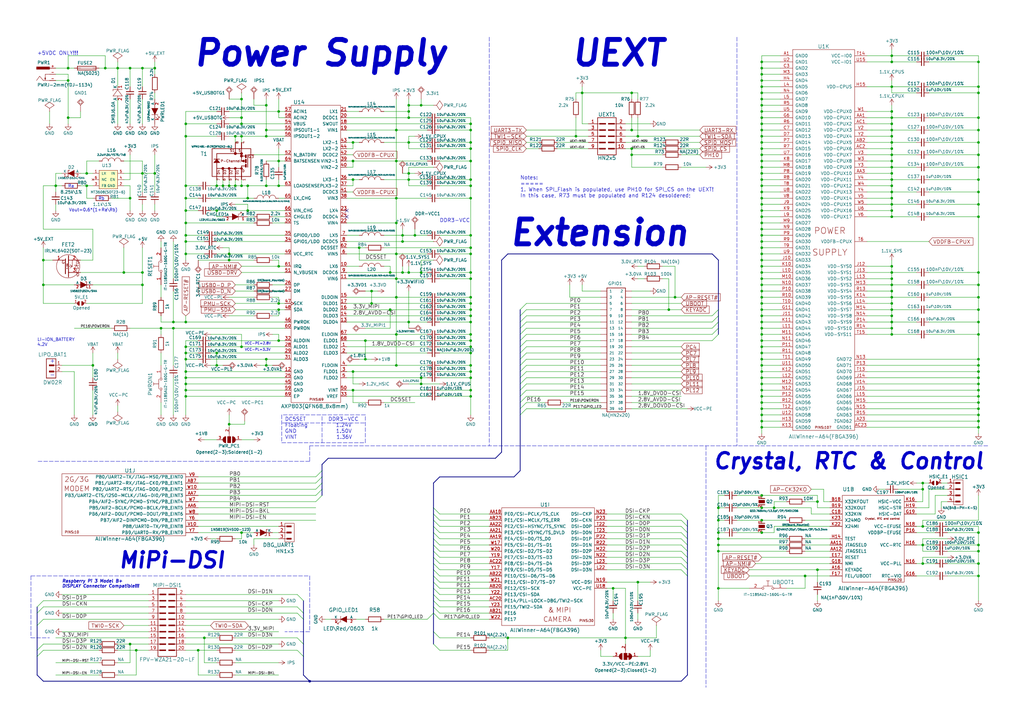
<source format=kicad_sch>
(kicad_sch (version 20231120) (generator "eeschema") (generator_version "8.0")
  (paper "A3")
  (title_block (title "A64-OLinuXino") (date "2020-02-11") (rev "G") (company "OLIMEX LTD, Bulgaria") (comment 1 "<c> 2020"))
  (lib_symbols
    (symbol "A64-OlinuXino_Rev_G:+1.5V" (power) (pin_names (offset 0))
      (property "Value" "+1.5V" (at 0 3.556 0))
      (symbol "+1.5V_1_1"
        (pin power_in line (at 0 0 90) (length 0) hide (name "+1.5V") (number "1"))
      )
    )
    (symbol "A64-OlinuXino_Rev_G:+1.8V" (power) (pin_names (offset 0))
      (property "Value" "+1.8V" (at 0 3.556 0))
      (symbol "+1.8V_1_1"
        (pin power_in line (at 0 0 90) (length 0) hide (name "+1V8") (number "1"))
      )
    )
    (symbol "A64-OlinuXino_Rev_G:+3.0VA" (power) (pin_names (offset 0))
      (property "Value" "+3.0VA" (at 0 3.556 0))
      (symbol "+3.0VA_1_1"
        (pin power_in line (at 0 0 90) (length 0) hide (name "+3.0VA") (number "1"))
      )
    )
    (symbol "A64-OlinuXino_Rev_G:+3.3V" (power) (pin_names (offset 0))
      (property "Value" "+3.3V" (at 0 3.556 0))
      (symbol "+3.3V_1_1"
        (pin power_in line (at 0 0 90) (length 0) hide (name "+3V3") (number "1"))
      )
    )
    (symbol "A64-OlinuXino_Rev_G:+3.3VD" (power) (pin_names (offset 0))
      (property "Value" "+3.3VD" (at 0 3.556 0))
      (symbol "+3.3VD_1_1"
        (pin power_in line (at 0 0 90) (length 0) hide (name "+3.3VD") (number "1"))
      )
    )
    (symbol "A64-OlinuXino_Rev_G:+3.3VWiFiIO" (power) (pin_names (offset 0))
      (property "Value" "+3.3VWiFiIO" (at 0 3.556 0))
      (symbol "+3.3VWiFiIO_1_1"
        (pin power_in line (at 0 0 90) (length 0) hide (name "+3.3VWiFiIO") (number "1"))
      )
    )
    (symbol "A64-OlinuXino_Rev_G:+5V" (power) (pin_names (offset 0))
      (property "Value" "+5V" (at 0 3.556 0))
      (symbol "+5V_1_1"
        (pin power_in line (at 0 0 90) (length 0) hide (name "+5V") (number "1"))
      )
    )
    (symbol "A64-OlinuXino_Rev_G:+5V_EXT" (power) (pin_names (offset 0))
      (property "Value" "+5V_EXT" (at 0 3.556 0))
      (symbol "+5V_EXT_1_1"
        (pin power_in line (at 0 0 90) (length 0) hide (name "+5V_EXT") (number "1"))
      )
    )
    (symbol "A64-OlinuXino_Rev_G:+5V_USBOTG" (power) (pin_names (offset 0))
      (property "Value" "+5V_USBOTG" (at 0 3.556 0))
      (symbol "+5V_USBOTG_1_1"
        (pin power_in line (at 0 0 90) (length 0) hide (name "+5V_USBOTG") (number "1"))
      )
    )
    (symbol "A64-OlinuXino_Rev_G:1.1V_CPUS" (power) (pin_names (offset 0))
      (property "Value" "1.1V_CPUS" (at 0 3.556 0))
      (symbol "1.1V_CPUS_1_1"
        (pin power_in line (at 0 0 90) (length 0) hide (name "1.1V_CPUS") (number "1"))
      )
    )
    (symbol "A64-OlinuXino_Rev_G:1.1V_CPUX" (power) (pin_names (offset 0))
      (property "Value" "1.1V_CPUX" (at 0 3.556 0))
      (symbol "1.1V_CPUX_1_1"
        (pin power_in line (at 0 0 90) (length 0) hide (name "1.1V_CPUX") (number "1"))
      )
    )
    (symbol "A64-OlinuXino_Rev_G:1.1V_SYS" (power) (pin_names (offset 0))
      (property "Value" "1.1V_SYS" (at 0 3.556 0))
      (symbol "1.1V_SYS_1_1"
        (pin power_in line (at 0 0 90) (length 0) hide (name "1.1V_SYS") (number "1"))
      )
    )
    (symbol "A64-OlinuXino_Rev_G:1.2V_HSIC" (power) (pin_names (offset 0))
      (property "Value" "1.2V_HSIC" (at 0 3.556 0))
      (symbol "1.2V_HSIC_1_1"
        (pin power_in line (at 0 0 90) (length 0) hide (name "1.2V_HSIC") (number "1"))
      )
    )
    (symbol "A64-OlinuXino_Rev_G:3.0V_RTC" (power) (pin_names (offset 0))
      (property "Value" "3.0V_RTC" (at 0 3.556 0))
      (symbol "3.0V_RTC_1_1"
        (pin power_in line (at 0 0 90) (length 0) hide (name "3.0V_RTC") (number "1"))
      )
    )
    (symbol "A64-OlinuXino_Rev_G:AXP803" (pin_names (offset 1.016))
      (property "Reference" "U" (at -6.858 59.69 0))
      (property "Value" "AXP803" (at -0.508 -65.024 0))
      (symbol "AXP803_0_0"
        (text "PINS:69" (at 0.254 -62.23 0) (effects (font (size 0.9906 0.9906))))
      )
      (symbol "AXP803_1_1"
        (pin power_out line (at 12.7 -40.64 180) (length 2.4892) (name "ELDO2") (number "1"))
        (pin bidirectional line (at 12.7 -7.62 180) (length 2.4892) (name "LX6") (number "10"))
        (pin power_in line (at 12.7 -12.7 180) (length 2.4892) (name "VIN6") (number "11"))
        (pin power_in line (at -12.7 -50.8 0) (length 2.4892) (name "GND") (number "12"))
        (pin power_out line (at 12.7 -30.48 180) (length 2.4892) (name "DLDO4") (number "13"))
        (pin power_out line (at 12.7 -27.94 180) (length 2.4892) (name "DLDO3") (number "14"))
        (pin power_in line (at 12.7 -20.32 180) (length 2.4892) (name "DLDOIN") (number "15"))
        (pin power_out line (at 12.7 -25.4 180) (length 2.4892) (name "DLDO2") (number "16"))
        (pin power_out line (at 12.7 -22.86 180) (length 2.4892) (name "DLDO1") (number "17"))
        (pin output line (at 12.7 50.8 180) (length 2.4892) (name "SWOUT") (number "18"))
        (pin power_in line (at 12.7 48.26 180) (length 2.4892) (name "VIN1") (number "19"))
        (pin power_out line (at 12.7 -43.18 180) (length 2.4892) (name "ELDO3") (number "2"))
        (pin input line (at 12.7 53.34 180) (length 2.4892) (name "DCDC1") (number "20"))
        (pin bidirectional line (at 12.7 55.88 180) (length 2.4892) (name "LX1") (number "21"))
        (pin power_in line (at 12.7 10.16 180) (length 2.4892) (name "VIN4") (number "22"))
        (pin bidirectional line (at 12.7 15.24 180) (length 2.4892) (name "LX4") (number "23"))
        (pin input line (at 12.7 12.7 180) (length 2.4892) (name "DCDC4") (number "24"))
        (pin power_in line (at -12.7 -53.34 0) (length 2.4892) (name "GND") (number "25"))
        (pin input line (at -12.7 -15.24 0) (length 2.4892) (name "DP") (number "26"))
        (pin input line (at -12.7 -17.78 0) (length 2.4892) (name "DM") (number "27"))
        (pin power_out line (at -12.7 -40.64 0) (length 2.4892) (name "ALDO1") (number "28"))
        (pin power_out line (at -12.7 -43.18 0) (length 2.4892) (name "ALDO2") (number "29"))
        (pin power_out line (at 12.7 -50.8 180) (length 2.4892) (name "FLDO1") (number "3"))
        (pin input line (at -12.7 10.16 0) (length 2.4892) (name "TS") (number "30"))
        (pin power_out line (at -12.7 -45.72 0) (length 2.4892) (name "ALDO3") (number "31"))
        (pin power_in line (at -12.7 -38.1 0) (length 2.4892) (name "ALDOIN") (number "32"))
        (pin output line (at 12.7 -60.96 180) (length 2.4892) (name "VREF") (number "33"))
        (pin bidirectional line (at -12.7 2.54 0) (length 2.4892) (name "GPIO1/LDO") (number "34"))
        (pin bidirectional line (at -12.7 5.08 0) (length 2.4892) (name "GPIO0/LDO") (number "35"))
        (pin bidirectional line (at 12.7 27.94 180) (length 2.4892) (name "LX3-1") (number "36"))
        (pin bidirectional line (at 12.7 25.4 180) (length 2.4892) (name "LX3-2") (number "37"))
        (pin power_in line (at 12.7 20.32 180) (length 2.4892) (name "VIN3") (number "38"))
        (pin power_in line (at 12.7 35.56 180) (length 2.4892) (name "VIN2-1") (number "39"))
        (pin power_in line (at 12.7 -48.26 180) (length 2.4892) (name "FLDOIN") (number "4"))
        (pin power_in line (at 12.7 33.02 180) (length 2.4892) (name "VIN2-2") (number "40"))
        (pin input line (at 12.7 22.86 180) (length 2.4892) (name "DCDC3") (number "41"))
        (pin input line (at 12.7 38.1 180) (length 2.4892) (name "DCDC2") (number "42"))
        (pin bidirectional line (at 12.7 43.18 180) (length 2.4892) (name "LX2-1") (number "43"))
        (pin bidirectional line (at 12.7 40.64 180) (length 2.4892) (name "LX2-2") (number "44"))
        (pin power_in line (at -12.7 -55.88 0) (length 2.4892) (name "GND") (number "45"))
        (pin output line (at -12.7 -30.48 0) (length 2.4892) (name "PWROK") (number "46"))
        (pin input clock (at -12.7 -22.86 0) (length 2.4892) (name "SCK") (number "47"))
        (pin bidirectional line (at -12.7 -25.4 0) (length 2.4892) (name "SDA") (number "48"))
        (pin power_out line (at -12.7 -2.54 0) (length 2.4892) (name "VCC_RTC") (number "49"))
        (pin power_out line (at 12.7 -53.34 180) (length 2.4892) (name "FLDO2") (number "5"))
        (pin power_out line (at 12.7 -58.42 180) (length 2.4892) (name "VINT") (number "50"))
        (pin bidirectional line (at -12.7 -10.16 0) (length 2.4892) (name "N_VBUSEN") (number "51"))
        (pin output line (at -12.7 38.1 0) (length 2.4892) (name "N_BATDRV") (number "52"))
        (pin output line (at -12.7 12.7 0) (length 2.4892) (name "CHGLED") (number "53"))
        (pin power_in line (at -12.7 50.8 0) (length 2.4892) (name "VBUS") (number "54"))
        (pin power_out line (at -12.7 48.26 0) (length 2.4892) (name "IPSOUT1-1") (number "55"))
        (pin passive line (at -12.7 45.72 0) (length 2.4892) (name "IPSOUT1-2") (number "56"))
        (pin power_in line (at -12.7 55.88 0) (length 2.4892) (name "ACIN1") (number "57"))
        (pin power_in line (at -12.7 53.34 0) (length 2.4892) (name "ACIN2") (number "58"))
        (pin power_in line (at -12.7 -58.42 0) (length 2.4892) (name "GND") (number "59"))
        (pin power_in line (at 12.7 -2.54 180) (length 2.4892) (name "VIN5") (number "6"))
        (pin input line (at -12.7 -33.02 0) (length 2.4892) (name "PWRON") (number "60"))
        (pin output line (at -12.7 -7.62 0) (length 2.4892) (name "IRQ") (number "61"))
        (pin input line (at 12.7 0 180) (length 2.4892) (name "DC5SET") (number "62"))
        (pin input line (at -12.7 25.4 0) (length 2.4892) (name "LOADSENSEP") (number "63"))
        (pin input line (at -12.7 35.56 0) (length 2.4892) (name "BATSENSEN") (number "64"))
        (pin bidirectional line (at -12.7 20.32 0) (length 2.4892) (name "LX_CHG") (number "65"))
        (pin input line (at -12.7 15.24 0) (length 2.4892) (name "VIN_CHG") (number "66"))
        (pin power_in line (at 12.7 -35.56 180) (length 2.4892) (name "ELDOIN") (number "67"))
        (pin power_out line (at 12.7 -38.1 180) (length 2.4892) (name "ELDO1") (number "68"))
        (pin power_in line (at -12.7 -60.96 0) (length 2.4892) (name "EP") (number "69"))
        (pin bidirectional line (at 12.7 5.08 180) (length 2.4892) (name "LX5") (number "7"))
        (pin input line (at 12.7 2.54 180) (length 2.4892) (name "DCDC5") (number "8"))
        (pin input line (at 12.7 -10.16 180) (length 2.4892) (name "DCDC6") (number "9"))
      )
    )
    (symbol "A64-OlinuXino_Rev_G:AllWinner-A64(FBGA396)" (pin_names (offset 1.016))
      (property "Reference" "U" (at 0 1.27 0))
      (property "Value" "AllWinner-A64(FBGA396)" (at 0 -1.27 0))
      (symbol "AllWinner-A64(FBGA396)_1_1"
        (text "DDR3" (at 0 58.42 0) (effects (font (size 2.54 2.54))))
        (text "PINS:88" (at 9.6774 -62.7888 0) (effects (font (size 0.9906 0.9906))))
        (pin bidirectional line (at -17.78 5.08 0) (length 5.08) (name "SDQ22") (number "A2"))
        (pin bidirectional line (at -17.78 -5.08 0) (length 5.08) (name "SDQ26") (number "A4"))
        (pin bidirectional line (at -17.78 -7.62 0) (length 5.08) (name "SDQ27") (number "A5"))
        (pin bidirectional line (at -17.78 -10.16 0) (length 5.08) (name "SDQ28") (number "A7"))
        (pin bidirectional line (at -17.78 -12.7 0) (length 5.08) (name "SDQ29") (number "A8"))
        (pin bidirectional line (at -17.78 10.16 0) (length 5.08) (name "SDQ20") (number "B1"))
        (pin bidirectional line (at -17.78 7.62 0) (length 5.08) (name "SDQ21") (number "B2"))
        (pin bidirectional line (at -17.78 2.54 0) (length 5.08) (name "SDQ23") (number "B3"))
        (pin bidirectional line (at -17.78 -2.54 0) (length 5.08) (name "SDQ25") (number "B4"))
        (pin output line (at 17.78 -33.02 180) (length 5.08) (name "SDQS3N") (number "B5"))
        (pin output line (at 17.78 -30.48 180) (length 5.08) (name "SDQS3P") (number "B6"))
        (pin output line (at 17.78 -12.7 180) (length 5.08) (name "SDQM3") (number "B7"))
        (pin bidirectional line (at -17.78 -15.24 0) (length 5.08) (name "SDQ30") (number "B8"))
        (pin bidirectional line (at -17.78 -17.78 0) (length 5.08) (name "SDQ31") (number "B9"))
        (pin output line (at 17.78 -10.16 180) (length 5.08) (name "SDQM2") (number "C2"))
        (pin output line (at 17.78 38.1 180) (length 5.08) (name "SA9") (number "C4"))
        (pin bidirectional line (at -17.78 0 0) (length 5.08) (name "SDQ24") (number "C5"))
        (pin output line (at 17.78 12.7 180) (length 5.08) (name "SBA2") (number "C6"))
        (pin output line (at 17.78 -48.26 180) (length 5.08) (name "SWE") (number "C8"))
        (pin output line (at 17.78 -50.8 180) (length 5.08) (name "SCAS") (number "C9"))
        (pin output line (at 17.78 -27.94 180) (length 5.08) (name "SDQS2N") (number "D1"))
        (pin output line (at 17.78 -55.88 180) (length 5.08) (name "SRST") (number "D10"))
        (pin output line (at 17.78 -25.4 180) (length 5.08) (name "SDQS2P") (number "D2"))
        (pin output line (at 17.78 40.64 180) (length 5.08) (name "SA8") (number "D3"))
        (pin output line (at 17.78 -40.64 180) (length 5.08) (name "SODT0") (number "D5"))
        (pin output line (at 17.78 17.78 180) (length 5.08) (name "SBA0") (number "D8"))
        (pin bidirectional line (at -17.78 12.7 0) (length 5.08) (name "SDQ19") (number "E1"))
        (pin bidirectional line (at -17.78 15.24 0) (length 5.08) (name "SDQ18") (number "E2"))
        (pin bidirectional line (at -17.78 20.32 0) (length 5.08) (name "SDQ16") (number "E3"))
        (pin output line (at 17.78 43.18 180) (length 5.08) (name "SA7") (number "E4"))
        (pin output line (at 17.78 -35.56 180) (length 5.08) (name "SCS0") (number "E5"))
        (pin output line (at 17.78 -43.18 180) (length 5.08) (name "SODT1") (number "E7"))
        (pin output line (at 17.78 27.94 180) (length 5.08) (name "SA13") (number "E8"))
        (pin bidirectional line (at -17.78 17.78 0) (length 5.08) (name "SDQ17") (number "F2"))
        (pin output line (at 17.78 45.72 180) (length 5.08) (name "SA6") (number "F3"))
        (pin output line (at 17.78 -53.34 180) (length 5.08) (name "SRAS") (number "F7"))
        (pin bidirectional line (at -17.78 58.42 0) (length 5.08) (name "SDQ1") (number "G1"))
        (pin output line (at 17.78 7.62 180) (length 5.08) (name "SCKP") (number "G2"))
        (pin output line (at 17.78 5.08 180) (length 5.08) (name "SCKN") (number "G3"))
        (pin output line (at 17.78 48.26 180) (length 5.08) (name "SA5") (number "G4"))
        (pin input line (at 17.78 -60.96 180) (length 5.08) (name "SVREF") (number "G5"))
        (pin power_in line (at -17.78 -33.02 0) (length 5.08) (name "VCC-DRAM2") (number "G7"))
        (pin power_in line (at -17.78 -43.18 0) (length 5.08) (name "VCC-DRAM6") (number "G8"))
        (pin power_in line (at -17.78 -53.34 0) (length 5.08) (name "VCC-DRAM10") (number "G9"))
        (pin bidirectional line (at -17.78 48.26 0) (length 5.08) (name "SDQ5") (number "H1"))
        (pin bidirectional line (at -17.78 50.8 0) (length 5.08) (name "SDQ4") (number "H2"))
        (pin bidirectional line (at -17.78 55.88 0) (length 5.08) (name "SDQ2") (number "H3"))
        (pin output line (at 17.78 -38.1 180) (length 5.08) (name "SCS1") (number "H5"))
        (pin output line (at 17.78 0 180) (length 5.08) (name "SCKE1") (number "H6"))
        (pin output line (at 17.78 -5.08 180) (length 5.08) (name "SDQM0") (number "J2"))
        (pin output line (at 17.78 2.54 180) (length 5.08) (name "SCKE0") (number "J3"))
        (pin power_in line (at -17.78 -45.72 0) (length 5.08) (name "VCC-DRAM7") (number "J8"))
        (pin bidirectional line (at -17.78 53.34 0) (length 5.08) (name "SDQ3") (number "K1"))
        (pin output line (at 17.78 -17.78 180) (length 5.08) (name "SDQS0N") (number "K2"))
        (pin output line (at 17.78 -15.24 180) (length 5.08) (name "SDQS0P") (number "K3"))
        (pin output line (at 17.78 25.4 180) (length 5.08) (name "SA14") (number "K4"))
        (pin output line (at 17.78 30.48 180) (length 5.08) (name "SA12") (number "K5"))
        (pin power_in line (at -17.78 -27.94 0) (length 5.08) (name "VCC-DRAM0") (number "K6"))
        (pin power_in line (at -17.78 -35.56 0) (length 5.08) (name "VCC-DRAM3") (number "K7"))
        (pin bidirectional line (at -17.78 45.72 0) (length 5.08) (name "SDQ6") (number "L1"))
        (pin bidirectional line (at -17.78 43.18 0) (length 5.08) (name "SDQ7") (number "L2"))
        (pin bidirectional line (at -17.78 60.96 0) (length 5.08) (name "SDQ0") (number "L3"))
        (pin power_in line (at -17.78 -30.48 0) (length 5.08) (name "VCC-DRAM1") (number "L6"))
        (pin power_in line (at -17.78 -38.1 0) (length 5.08) (name "VCC-DRAM4") (number "L7"))
        (pin power_in line (at -17.78 -48.26 0) (length 5.08) (name "VCC-DRAM8") (number "L8"))
        (pin bidirectional line (at -17.78 22.86 0) (length 5.08) (name "SDQ15") (number "M2"))
        (pin output line (at 17.78 35.56 180) (length 5.08) (name "SA10") (number "M4"))
        (pin bidirectional line (at -17.78 25.4 0) (length 5.08) (name "SDQ14") (number "N1"))
        (pin bidirectional line (at -17.78 27.94 0) (length 5.08) (name "SDQ13") (number "N2"))
        (pin bidirectional line (at -17.78 30.48 0) (length 5.08) (name "SDQ12") (number "N3"))
        (pin output line (at 17.78 55.88 180) (length 5.08) (name "SA2") (number "N5"))
        (pin output line (at 17.78 53.34 180) (length 5.08) (name "SA3") (number "N6"))
        (pin power_in line (at -17.78 -40.64 0) (length 5.08) (name "VCC-DRAM5") (number "N7"))
        (pin power_in line (at -17.78 -50.8 0) (length 5.08) (name "VCC-DRAM9") (number "N8"))
        (pin output line (at 17.78 -20.32 180) (length 5.08) (name "SDQS1P") (number "P1"))
        (pin output line (at 17.78 -22.86 180) (length 5.08) (name "SDQS1N") (number "P2"))
        (pin output line (at 17.78 -7.62 180) (length 5.08) (name "SDQM1") (number "P3"))
        (pin output line (at 17.78 60.96 180) (length 5.08) (name "SA0") (number "P5"))
        (pin output line (at 17.78 50.8 180) (length 5.08) (name "SA4") (number "P6"))
        (pin bidirectional line (at -17.78 33.02 0) (length 5.08) (name "SDQ11") (number "R2"))
        (pin output line (at 17.78 15.24 180) (length 5.08) (name "SBA1") (number "R3"))
        (pin output line (at 17.78 58.42 180) (length 5.08) (name "SA1") (number "R4"))
        (pin bidirectional line (at -17.78 35.56 0) (length 5.08) (name "SDQ10") (number "T1"))
        (pin bidirectional line (at -17.78 38.1 0) (length 5.08) (name "SDQ9") (number "T2"))
        (pin bidirectional line (at -17.78 40.64 0) (length 5.08) (name "SDQ8") (number "T3"))
        (pin output line (at 17.78 22.86 180) (length 5.08) (name "SA15") (number "T4"))
        (pin passive line (at 17.78 -58.42 180) (length 5.08) (name "SZQ") (number "U1"))
        (pin output line (at 17.78 33.02 180) (length 5.08) (name "SA11") (number "U4"))
      )
      (symbol "AllWinner-A64(FBGA396)_2_1"
        (text "Crystal, RTC and control" (at 3.81 8.255 0) (effects (font (size 0.762 0.762))))
        (text "PINS:20" (at 8.89 -16.891 0) (effects (font (size 0.9906 0.9906))))
        (pin input line (at -17.78 -12.7 0) (length 5.08) (name "KEYADC") (number "A16"))
        (pin input line (at -17.78 -2.54 0) (length 5.08) (name "JTAGSEL0") (number "AA11"))
        (pin input line (at -17.78 -5.08 0) (length 5.08) (name "JTAGSEL1") (number "AA12"))
        (pin output line (at -17.78 15.24 0) (length 5.08) (name "X32KFOUT") (number "B18"))
        (pin output line (at -17.78 12.7 0) (length 5.08) (name "X32KOUT") (number "B19"))
        (pin input line (at -17.78 10.16 0) (length 5.08) (name "X32KIN") (number "C18"))
        (pin input line (at -17.78 -7.62 0) (length 5.08) (name "RESET") (number "E17"))
        (pin input line (at -17.78 -15.24 0) (length 5.08) (name "FEL/UBOOT") (number "F17"))
        (pin input line (at 17.78 -15.24 180) (length 5.08) (name "RTC-VIO") (number "G16"))
        (pin input line (at -17.78 -10.16 0) (length 5.08) (name "NMI") (number "G18"))
        (pin bidirectional line (at 17.78 10.16 180) (length 5.08) (name "HSIC-DAT") (number "G19"))
        (pin input line (at -17.78 0 0) (length 5.08) (name "TEST") (number "H14"))
        (pin power_in line (at 17.78 -2.54 180) (length 5.08) (name "VCC-RTC") (number "H16"))
        (pin bidirectional line (at 17.78 12.7 180) (length 5.08) (name "HSIC-STR") (number "H19"))
        (pin power_in line (at 17.78 15.24 180) (length 5.08) (name "HSIC-VCC") (number "K16"))
        (pin input line (at -17.78 5.08 0) (length 5.08) (name "X24MI") (number "K22"))
        (pin output line (at -17.78 7.62 0) (length 5.08) (name "X24MO") (number "K23"))
        (pin power_in line (at 17.78 -10.16 180) (length 5.08) (name "VCC-PLL") (number "N16"))
        (pin input line (at 17.78 5.08 180) (length 5.08) (name "VCC-EFUSE") (number "N18"))
        (pin input line (at 17.78 2.54 180) (length 5.08) (name "VDDBP-EFUSE") (number "P16"))
      )
      (symbol "AllWinner-A64(FBGA396)_3_1"
        (text "NAND/eMMC" (at -5.08 22.86 0) (effects (font (size 2.032 2.032))))
        (text "PINS:18" (at 12.192 -24.6634 0) (effects (font (size 0.9906 0.9906))))
        (pin bidirectional line (at 20.32 5.08 180) (length 5.08) (name "PC5/NAND-RE/SDC2-CLK") (number "G20"))
        (pin bidirectional line (at 20.32 -10.16 180) (length 5.08) (name "PC11/NAND-DQ3/SDC2-D3") (number "H20"))
        (pin bidirectional line (at 20.32 -17.78 180) (length 5.08) (name "PC14/NAND-DQ6/SDC2-D6") (number "J21"))
        (pin bidirectional line (at 20.32 15.24 180) (length 5.08) (name "PC1/NAND-ALE/SDC2-DS/SPI0-MISO") (number "K18"))
        (pin bidirectional line (at 20.32 2.54 180) (length 5.08) (name "PC6/NAND-RB0/SDC2-CMD") (number "K19"))
        (pin bidirectional line (at 20.32 -7.62 180) (length 5.08) (name "PC10/NAND-DQ2/SDC2-D2") (number "K20"))
        (pin bidirectional line (at 20.32 -5.08 180) (length 5.08) (name "PC9/NAND-DQ1/SDC2-D1") (number "L19"))
        (pin bidirectional line (at 20.32 -15.24 180) (length 5.08) (name "PC13/NAND-DQ5/SDC2-D5") (number "L20"))
        (pin bidirectional line (at 20.32 -2.54 180) (length 5.08) (name "PC8/NAND-DQ0/SDC2-D0") (number "M21"))
        (pin bidirectional line (at 20.32 -22.86 180) (length 5.08) (name "PC16/NAND-DQS/SDC2-RST") (number "N20"))
        (pin bidirectional line (at 20.32 -12.7 180) (length 5.08) (name "PC12/NAND-DQ4/SDC2-D4") (number "P18"))
        (pin bidirectional line (at 20.32 10.16 180) (length 5.08) (name "PC3/NAND-CE1/SPI0-CS") (number "P19"))
        (pin bidirectional line (at 20.32 12.7 180) (length 5.08) (name "PC2/NAND-CLE/SPI0-CLK") (number "P20"))
        (pin power_in line (at 20.32 22.86 180) (length 5.08) (name "VCC-PC") (number "R16"))
        (pin bidirectional line (at 20.32 -20.32 180) (length 5.08) (name "PC15/NAND-DQ7/SDC2-D7") (number "R21"))
        (pin bidirectional line (at 20.32 0 180) (length 5.08) (name "PC7/NAND-RB1") (number "T19"))
        (pin bidirectional line (at 20.32 7.62 180) (length 5.08) (name "PC4/NAND-CE0") (number "T20"))
        (pin bidirectional line (at 20.32 17.78 180) (length 5.08) (name "PC0/NAND-WE/SPI0-MOSI") (number "T21"))
      )
      (symbol "AllWinner-A64(FBGA396)_4_1"
        (text "PINS:7" (at 12.6492 -9.4234 0) (effects (font (size 0.9906 0.9906))))
        (text "T-CARD" (at 0 -8.255 0) (effects (font (size 2.032 2.032))))
        (pin bidirectional line (at 20.32 7.62 180) (length 5.08) (name "PF0/SDC0-D1/JTAG-MS1") (number "AB10"))
        (pin bidirectional line (at 20.32 -2.54 180) (length 5.08) (name "PF4/SDC0-D3/UART0-RX") (number "AB6"))
        (pin bidirectional line (at 20.32 -7.62 180) (length 5.08) (name "PF6") (number "AB8"))
        (pin bidirectional line (at 20.32 -5.08 180) (length 5.08) (name "PF5/SDC0-D2/JTAG-CK1") (number "AB9"))
        (pin bidirectional line (at 20.32 2.54 180) (length 5.08) (name "PF2/SDC0-CLK/UART0-TX") (number "AC8"))
        (pin bidirectional line (at 20.32 5.08 180) (length 5.08) (name "PF1/SDC0-D0/JTAG-DI1") (number "W13"))
        (pin bidirectional line (at 20.32 0 180) (length 5.08) (name "PF3/SDC0-CMD/JTAG-DO1") (number "W9"))
      )
      (symbol "AllWinner-A64(FBGA396)_5_1"
        (text "Audio" (at 0 15.24 0) (effects (font (size 2.54 2.54))))
        (text "PINS:31" (at 9.7028 -27.2034 0) (effects (font (size 0.9906 0.9906))))
        (pin power_in line (at -17.78 10.16 0) (length 5.08) (name "AGND") (number "A11"))
        (pin output line (at 17.78 2.54 180) (length 5.08) (name "EAROUTN") (number "A13"))
        (pin input line (at -17.78 -22.86 0) (length 5.08) (name "LINEINR") (number "A14"))
        (pin input line (at -17.78 -10.16 0) (length 5.08) (name "MICIN2N") (number "A17"))
        (pin input line (at -17.78 0 0) (length 5.08) (name "MIC-DET") (number "B10"))
        (pin input line (at -17.78 15.24 0) (length 5.08) (name "VRA2") (number "B11"))
        (pin input line (at -17.78 17.78 0) (length 5.08) (name "VRA1") (number "B12"))
        (pin output line (at 17.78 5.08 180) (length 5.08) (name "EAROUTP") (number "B13"))
        (pin input line (at -17.78 -25.4 0) (length 5.08) (name "LINEINL") (number "B14"))
        (pin input line (at -17.78 -2.54 0) (length 5.08) (name "MICIN1P") (number "B15"))
        (pin input line (at -17.78 -5.08 0) (length 5.08) (name "MICIN1N") (number "B16"))
        (pin input line (at -17.78 -7.62 0) (length 5.08) (name "MICIN2P") (number "B17"))
        (pin input line (at 17.78 -2.54 180) (length 5.08) (name "HP-FB") (number "C10"))
        (pin input line (at -17.78 20.32 0) (length 5.08) (name "VRP") (number "C11"))
        (pin output line (at 17.78 -7.62 180) (length 5.08) (name "HPOUTR") (number "C12"))
        (pin output line (at 17.78 -5.08 180) (length 5.08) (name "HPOUTL") (number "C13"))
        (pin input line (at -17.78 -17.78 0) (length 5.08) (name "PHONEINN") (number "C14"))
        (pin output line (at 17.78 -25.4 180) (length 5.08) (name "LINEOUTN/R") (number "C16"))
        (pin input line (at 17.78 -10.16 180) (length 5.08) (name "HP-DET") (number "D11"))
        (pin power_out line (at -17.78 5.08 0) (length 5.08) (name "HBIAS") (number "D13"))
        (pin input line (at -17.78 -15.24 0) (length 5.08) (name "PHONEINP") (number "D14"))
        (pin output line (at 17.78 -22.86 180) (length 5.08) (name "LINEOUTP/L") (number "D16"))
        (pin passive line (at 17.78 10.16 180) (length 5.08) (name "CPN") (number "E10"))
        (pin passive line (at 17.78 12.7 180) (length 5.08) (name "CPP") (number "E11"))
        (pin power_in line (at 17.78 25.4 180) (length 5.08) (name "CPVDD") (number "E13"))
        (pin power_out line (at -17.78 2.54 0) (length 5.08) (name "MBIAS") (number "E14"))
        (pin output line (at 17.78 -15.24 180) (length 5.08) (name "PHONEOUTP") (number "E16"))
        (pin power_out line (at 17.78 20.32 180) (length 5.08) (name "CPVEE") (number "F12"))
        (pin output line (at 17.78 -17.78 180) (length 5.08) (name "PHONEOUTN") (number "F16"))
        (pin power_in line (at 17.78 17.78 180) (length 5.08) (name "VEE") (number "G13"))
        (pin power_in line (at -17.78 25.4 0) (length 5.08) (name "AVCC") (number "G14"))
      )
      (symbol "AllWinner-A64(FBGA396)_6_1"
        (text "&" (at -1.016 15.748 0) (effects (font (size 2.0066 2.0066))))
        (text "HDMI" (at -1.016 10.414 0) (effects (font (size 2.0066 2.0066))))
        (text "PINS:30" (at -14.478 -23.114 0) (effects (font (size 0.9906 0.9906))))
        (text "USB" (at -1.27 20.066 0) (effects (font (size 2.0066 2.0066))))
        (pin bidirectional line (at 22.86 15.24 180) (length 5.08) (name "USB0-DP") (number "A22"))
        (pin bidirectional line (at 22.86 2.54 180) (length 5.08) (name "PH1/TWI0-SDA/PH_EINT1") (number "AA10"))
        (pin bidirectional line (at 22.86 -22.86 180) (length 5.08) (name "PH11/MIC-DATA/PH_EINT11") (number "AA5"))
        (pin bidirectional line (at 22.86 -17.78 180) (length 5.08) (name "PH9/PH_EINT9") (number "AA8"))
        (pin bidirectional line (at 22.86 -2.54 180) (length 5.08) (name "PH3/TWI1-SDA/PH_EINT3") (number "AA9"))
        (pin bidirectional line (at 22.86 -10.16 180) (length 5.08) (name "PH6/UART3-RTS/PH_EINT6") (number "AB4"))
        (pin bidirectional line (at 22.86 -5.08 180) (length 5.08) (name "PH4/UART3-TX/PH_EINT4") (number "AB5"))
        (pin bidirectional line (at 22.86 0 180) (length 5.08) (name "PH2/TWI1-SCK/PH_EINT2") (number "AC4"))
        (pin bidirectional line (at 22.86 -12.7 180) (length 5.08) (name "PH7/UART3-CTS/PH_EINT7") (number "AC5"))
        (pin bidirectional line (at 22.86 -7.62 180) (length 5.08) (name "PH5/UART3-RX/PH_EINT5") (number "AC7"))
        (pin bidirectional line (at 22.86 17.78 180) (length 5.08) (name "USB0-DM") (number "B22"))
        (pin bidirectional line (at 22.86 10.16 180) (length 5.08) (name "USB1-DP") (number "B23"))
        (pin bidirectional line (at 22.86 12.7 180) (length 5.08) (name "USB1-DM") (number "C22"))
        (pin output line (at -22.86 5.08 0) (length 5.08) (name "HTX2P") (number "D23"))
        (pin output line (at -22.86 -7.62 0) (length 5.08) (name "HSDA") (number "E20"))
        (pin output line (at -22.86 -2.54 0) (length 5.08) (name "HHPD") (number "E21"))
        (pin output line (at -22.86 2.54 0) (length 5.08) (name "HTX2N") (number "E22"))
        (pin output line (at -22.86 10.16 0) (length 5.08) (name "HTX1P") (number "E23"))
        (pin output line (at -22.86 0 0) (length 5.08) (name "HCEC") (number "F21"))
        (pin output line (at -22.86 7.62 0) (length 5.08) (name "HTX1N") (number "F22"))
        (pin output line (at -22.86 -5.08 0) (length 5.08) (name "HSCL") (number "G21"))
        (pin output line (at -22.86 15.24 0) (length 5.08) (name "HTX0P") (number "G22"))
        (pin output line (at -22.86 12.7 0) (length 5.08) (name "HTX0N") (number "G23"))
        (pin output line (at -22.86 20.32 0) (length 5.08) (name "HTXCP") (number "H22"))
        (pin output line (at -22.86 17.78 0) (length 5.08) (name "HTXCN") (number "H23"))
        (pin power_in line (at 22.86 20.32 180) (length 5.08) (name "VCC-USB") (number "L16"))
        (pin power_in line (at -22.86 -10.16 0) (length 5.08) (name "HVCC") (number "M16"))
        (pin bidirectional line (at 22.86 5.08 180) (length 5.08) (name "PH0/TWI0-SCK/PH_EINT0") (number "W11"))
        (pin bidirectional line (at 22.86 -15.24 180) (length 5.08) (name "PH8/SPDIF-OUT/PH_EINT8") (number "Y10"))
        (pin bidirectional line (at 22.86 -20.32 180) (length 5.08) (name "PH10/MIC-CLK/PH_EINT10") (number "Y8"))
      )
      (symbol "AllWinner-A64(FBGA396)_7_1"
        (text "&" (at 0 1.524 0) (effects (font (size 2.54 2.54))))
        (text "BT" (at 0 -4.445 0) (effects (font (size 2.54 2.54))))
        (text "PINS:29" (at -31.877 -18.669 0) (effects (font (size 0.9906 0.9906))))
        (text "WiFi" (at 0 7.62 0) (effects (font (size 2.54 2.54))))
        (pin bidirectional line (at -40.64 10.16 0) (length 5.08) (name "PL2/S-UART-TX/S_PL_EINT2") (number "A19"))
        (pin bidirectional line (at -40.64 5.08 0) (length 5.08) (name "PL4/S-JTAG-MS/S_PL_EINT4") (number "A20"))
        (pin bidirectional line (at 40.64 0 180) (length 5.08) (name "PG6/UART1-TX/PG_EINT6") (number "AB17"))
        (pin bidirectional line (at 40.64 -12.7 180) (length 5.08) (name "PG11/AIF3-BCLK/PCM1-BCLK/PG_EINT11") (number "AB18"))
        (pin bidirectional line (at 40.64 -10.16 180) (length 5.08) (name "PG10/AIF3-SYNC/PCM1-SYNC/PG_EINT10") (number "AB19"))
        (pin bidirectional line (at 40.64 -5.08 180) (length 5.08) (name "PG8/UART1-RTS/PG_EINT8") (number "AC17"))
        (pin bidirectional line (at 40.64 -15.24 180) (length 5.08) (name "PG12/AIF3-DOUT/PCM1-DOUT/PG_EINT12") (number "AC19"))
        (pin bidirectional line (at -40.64 0 0) (length 5.08) (name "PL6/S-JTAG-DO/S_PL_EINT6") (number "B20"))
        (pin bidirectional line (at -40.64 -5.08 0) (length 5.08) (name "PL8/S-TWI-SCK/S_PL_EINT8") (number "B21"))
        (pin bidirectional line (at -40.64 12.7 0) (length 5.08) (name "PL1/S-RSB-SDA/S-TWI-SDA") (number "C17"))
        (pin bidirectional line (at -40.64 -2.54 0) (length 5.08) (name "PL7/S-JTAG-DI/S_PL_EINT7") (number "C19"))
        (pin bidirectional line (at -40.64 -12.7 0) (length 5.08) (name "PL11/S-CIR-RX/S_PL_EINT11") (number "C20"))
        (pin bidirectional line (at -40.64 15.24 0) (length 5.08) (name "PL0/S-RSB-SCK/S-TWI-SCK/S_PL_EINT0") (number "D17"))
        (pin bidirectional line (at -40.64 2.54 0) (length 5.08) (name "PL5/S-JTAG-CK/S_PL_EINT5") (number "D19"))
        (pin bidirectional line (at -40.64 -7.62 0) (length 5.08) (name "PL9/S-TWI-SDA/S_PL_EINT9") (number "D20"))
        (pin bidirectional line (at -40.64 -10.16 0) (length 5.08) (name "PL10/S-PWM/S_PL_EINT10") (number "D21"))
        (pin bidirectional line (at -40.64 -15.24 0) (length 5.08) (name "PL12/S_PL_EINT12") (number "D22"))
        (pin bidirectional line (at -40.64 7.62 0) (length 5.08) (name "PL3/S-UART-RX/S_PL_EINT3") (number "E19"))
        (pin power_in line (at -40.64 17.78 0) (length 5.08) (name "VCC-PL") (number "J16"))
        (pin power_in line (at 40.64 17.78 180) (length 5.08) (name "VCC-PG") (number "T17"))
        (pin bidirectional line (at 40.64 10.16 180) (length 5.08) (name "PG2/SDC1-D0/PG_EINT2") (number "U19"))
        (pin bidirectional line (at 40.64 12.7 180) (length 5.08) (name "PG1/SDC1-CMD/PG_EINT1") (number "U20"))
        (pin bidirectional line (at 40.64 -7.62 180) (length 5.08) (name "PG9/UART1-CTS/PG_EINT9") (number "U21"))
        (pin bidirectional line (at 40.64 -17.78 180) (length 5.08) (name "PG13/AIF3-DIN/PCM1-DIN/PG_EINT13") (number "U22"))
        (pin bidirectional line (at 40.64 -2.54 180) (length 5.08) (name "PG7/UART1-RX/PG_EINT7") (number "U23"))
        (pin bidirectional line (at 40.64 15.24 180) (length 5.08) (name "PG0/SDC1-CLK/PG_EINT0") (number "V21"))
        (pin bidirectional line (at 40.64 7.62 180) (length 5.08) (name "PG3/SDC1-D1/PG_EINT3") (number "V22"))
        (pin bidirectional line (at 40.64 2.54 180) (length 5.08) (name "PG5/SDC1-D3/PG_EINT5") (number "W23"))
        (pin bidirectional line (at 40.64 5.08 180) (length 5.08) (name "PG4/SDC1-D2/PG_EINT4") (number "Y21"))
      )
      (symbol "AllWinner-A64(FBGA396)_8_1"
        (text "LCD/Ethernet" (at -2.54 32.385 0) (effects (font (size 3.048 3.048))))
        (text "PINS:26" (at -26.67 -34.29 0) (effects (font (size 0.9906 0.9906))))
        (pin bidirectional line (at 30.48 5.08 180) (length 5.08) (name "PD9/LCD-D13/RGMII-RXD2/RMII-NULL/CCIR-D5") (number "AA13"))
        (pin bidirectional line (at 30.48 20.32 180) (length 5.08) (name "PD3/LCD-D5/UART4-RX/SPI1-MISO/CCIR-VSYNC") (number "AA14"))
        (pin bidirectional line (at 30.48 15.24 180) (length 5.08) (name "PD5/LCD-D7/UART4-CTS/CCIR-D1") (number "AA15"))
        (pin bidirectional line (at 30.48 10.16 180) (length 5.08) (name "PD7/LCD-D11/CCIR-D3") (number "AA16"))
        (pin bidirectional line (at 30.48 25.4 180) (length 5.08) (name "PD1/LCD-D3/UART3-RX/SPI1-CLK/CCIR-DE") (number "AA17"))
        (pin bidirectional line (at 30.48 27.94 180) (length 5.08) (name "PD0/LCD-D2/UART3-TX/SPI1-CS/CCIR-CLK") (number "AA20"))
        (pin bidirectional line (at 30.48 -22.86 180) (length 5.08) (name "PD20/LCD-HSYNC/LVDS-VP3/RGMII-TXCTL/RMII-TXEN") (number "AB11"))
        (pin bidirectional line (at 30.48 -20.32 180) (length 5.08) (name "PD19/LCD-DE/LVDS-VNC/RGMII-TXCK/RMII-TXCK") (number "AB12"))
        (pin bidirectional line (at 30.48 -17.78 180) (length 5.08) (name "PD18/LCD-CLK/LVDS-VPC/RGMII-TXD0/RMII-TXD0") (number "AB13"))
        (pin bidirectional line (at 30.48 -10.16 180) (length 5.08) (name "PD15/LCD-D21/LVDS-VN1/RGMII-TXD3/RMII-NULL/CCIR-D6") (number "AB14"))
        (pin bidirectional line (at 30.48 -7.62 180) (length 5.08) (name "PD14/LCD-D20/LVDS-VP1/RGMII-NULL/RMII-RXER") (number "AB15"))
        (pin bidirectional line (at 30.48 -5.08 180) (length 5.08) (name "PD13/LCD-D19/LVDS-VN0/RGMII-RXCTL/RMII-CRS-DV") (number "AB16"))
        (pin bidirectional line (at 30.48 -30.48 180) (length 5.08) (name "PD23/MDIO") (number "AC10"))
        (pin bidirectional line (at 30.48 -25.4 180) (length 5.08) (name "PD21/LCD-VSYNC/LVDS-VN3/RGMII-CLKIN/RMII-NULL") (number "AC11"))
        (pin bidirectional line (at 30.48 -15.24 180) (length 5.08) (name "PD17/LCD-D23/LVDS-VN2/RGMII-TXD1/RMII-TXD1") (number "AC13"))
        (pin bidirectional line (at 30.48 -12.7 180) (length 5.08) (name "PD16/LCD-D22/LVDS-VP2/RGMII-TXD2/RMII-NULL/CCIR-D7") (number "AC14"))
        (pin bidirectional line (at 30.48 -2.54 180) (length 5.08) (name "PD12/LCD-D18/LVDS-VP0/RGMII-RXCK/RMII-NULL") (number "AC16"))
        (pin power_in line (at 30.48 33.02 180) (length 5.08) (name "VCC-PD") (number "U16"))
        (pin bidirectional line (at 30.48 7.62 180) (length 5.08) (name "PD8/LCD-D12/RGMII-RXD3/RMII-NULL/CCIR-D4") (number "V17"))
        (pin bidirectional line (at 30.48 17.78 180) (length 5.08) (name "PD4/LCD-D6/UART4-RTS/CCIR-D0") (number "V18"))
        (pin bidirectional line (at 30.48 2.54 180) (length 5.08) (name "PD10/LCD-D14/RGMII-RXD1/RMII-RXD1") (number "W16"))
        (pin bidirectional line (at 30.48 22.86 180) (length 5.08) (name "PD2/LCD-D4/UART4-TX/SPI1-MOSI/CCIR-HSYNC") (number "W19"))
        (pin bidirectional line (at 30.48 12.7 180) (length 5.08) (name "PD6/LCD-D10/CCIR-D2") (number "Y11"))
        (pin bidirectional line (at 30.48 -27.94 180) (length 5.08) (name "PD22/PWM0/MDC") (number "Y13"))
        (pin bidirectional line (at 30.48 -33.02 180) (length 5.08) (name "PD24") (number "Y14"))
        (pin bidirectional line (at 30.48 0 180) (length 5.08) (name "PD11/LCD-D15/RGMII-RXD0/RMII-RXD0") (number "Y16"))
      )
      (symbol "AllWinner-A64(FBGA396)_9_0"
        (text "&" (at -2.54 -16.51 0) (effects (font (size 2.0066 2.0066))))
      )
      (symbol "AllWinner-A64(FBGA396)_9_1"
        (text "CAMERA" (at -5.08 -20.32 0) (effects (font (size 2.0066 2.0066))))
        (text "MIPI" (at -7.62 -16.51 0) (effects (font (size 2.0066 2.0066))))
        (text "PINS:30" (at -16.9926 -20.8788 0) (effects (font (size 0.9906 0.9906))))
        (pin bidirectional line (at 22.86 22.86 180) (length 5.08) (name "PE0/CSI-PCLK/TS_CLK") (number "AA18"))
        (pin bidirectional line (at 22.86 12.7 180) (length 5.08) (name "PE4/CSI-D0/TS_D0") (number "AA19"))
        (pin bidirectional line (at 22.86 15.24 180) (length 5.08) (name "PE3/CSI-VSYNC/TS_DVLD") (number "AA21"))
        (pin bidirectional line (at 22.86 17.78 180) (length 5.08) (name "PE2/CSI-HSYNC/TS_SYNC") (number "AA22"))
        (pin bidirectional line (at 22.86 -7.62 180) (length 5.08) (name "PE12/CSI-SCK") (number "AB20"))
        (pin bidirectional line (at 22.86 -17.78 180) (length 5.08) (name "PE16") (number "AB21"))
        (pin bidirectional line (at 22.86 -2.54 180) (length 5.08) (name "PE10/CSI-D6/TS-D6") (number "AB22"))
        (pin bidirectional line (at 22.86 20.32 180) (length 5.08) (name "PE1/CSI-MCLK/TS_ERR") (number "AB23"))
        (pin bidirectional line (at 22.86 -12.7 180) (length 5.08) (name "PE14/PLL-LOCK-DBG/TWI2-SCK") (number "AC20"))
        (pin bidirectional line (at 22.86 2.54 180) (length 5.08) (name "PE8/CSI-D4/TS-D4") (number "AC22"))
        (pin bidirectional line (at -25.4 0 0) (length 5.08) (name "DSI-D3N") (number "L22"))
        (pin bidirectional line (at -25.4 2.54 0) (length 5.08) (name "DSI-D3P") (number "L23"))
        (pin bidirectional line (at -25.4 7.62 0) (length 5.08) (name "DSI-D2P") (number "M22"))
        (pin power_in line (at -25.4 -5.08 0) (length 5.08) (name "VCC-DSI") (number "N19"))
        (pin bidirectional line (at -25.4 5.08 0) (length 5.08) (name "DSI-D2N") (number "N22"))
        (pin bidirectional line (at -25.4 22.86 0) (length 5.08) (name "DSI-CKP") (number "N23"))
        (pin bidirectional line (at -25.4 12.7 0) (length 5.08) (name "DSI-D1P") (number "P22"))
        (pin bidirectional line (at -25.4 20.32 0) (length 5.08) (name "DSI-CKN") (number "P23"))
        (pin bidirectional line (at -25.4 10.16 0) (length 5.08) (name "DSI-D1N") (number "R22"))
        (pin bidirectional line (at -25.4 17.78 0) (length 5.08) (name "DSI-D0P") (number "T22"))
        (pin bidirectional line (at -25.4 15.24 0) (length 5.08) (name "DSI-D0N") (number "T23"))
        (pin power_in line (at -25.4 -7.62 0) (length 5.08) (name "VCC-PE") (number "U18"))
        (pin bidirectional line (at 22.86 10.16 180) (length 5.08) (name "PE5/CSI-D1/TS-D1") (number "W17"))
        (pin bidirectional line (at 22.86 7.62 180) (length 5.08) (name "PE6/CSI-D2/TS-D2") (number "W20"))
        (pin bidirectional line (at 22.86 -5.08 180) (length 5.08) (name "PE11/CSI-D7/TS-D7") (number "W21"))
        (pin bidirectional line (at 22.86 -20.32 180) (length 5.08) (name "PE17") (number "W22"))
        (pin bidirectional line (at 22.86 0 180) (length 5.08) (name "PE9/CSI-D5/TS-D5") (number "Y17"))
        (pin bidirectional line (at 22.86 5.08 180) (length 5.08) (name "PE7/CSI-D3/TS-D3") (number "Y19"))
        (pin bidirectional line (at 22.86 -10.16 180) (length 5.08) (name "PE13/CSI-SDA") (number "Y22"))
        (pin bidirectional line (at 22.86 -15.24 180) (length 5.08) (name "PE15/TWI2-SDA") (number "Y23"))
      )
      (symbol "AllWinner-A64(FBGA396)_10_1"
        (text "2G/3G" (at -21.844 9.144 0) (effects (font (size 2.0066 2.0066))))
        (text "MODEM" (at -21.844 5.334 0) (effects (font (size 2.0066 2.0066))))
        (text "PINS:10" (at -23.8506 -12.4968 0) (effects (font (size 0.9906 0.9906))))
        (pin bidirectional line (at 27.94 -2.54 180) (length 5.08) (name "PB5/AIF2-BCLK/PCM0-BCLK/PB_EINT5") (number "AA6"))
        (pin bidirectional line (at 27.94 2.54 180) (length 5.08) (name "PB3/UART2-CTS/I2S0-MCLK/JTAG-DI0/PB_EINT3") (number "AA7"))
        (pin bidirectional line (at 27.94 7.62 180) (length 5.08) (name "PB1/UART2-RX/JTAG-CK0/PB_EINT1") (number "AB7"))
        (pin bidirectional line (at 27.94 -10.16 180) (length 5.08) (name "PB8/UART0-TX/PB_EINT8") (number "V10"))
        (pin bidirectional line (at 27.94 10.16 180) (length 5.08) (name "PB0/UART2-TX/JTAG-MS0/PB_EINT0") (number "V9"))
        (pin bidirectional line (at 27.94 5.08 180) (length 5.08) (name "PB2/UART2-RTS/JTAG-DO0/PB_EINT2") (number "W10"))
        (pin bidirectional line (at 27.94 0 180) (length 5.08) (name "PB4/AIF2-SYNC/PCM0-SYNC/PB_EINT4") (number "W7"))
        (pin bidirectional line (at 27.94 -5.08 180) (length 5.08) (name "PB6/AIF2-DOUT/PCM0-DOUT/PB_EINT6") (number "W8"))
        (pin bidirectional line (at 27.94 -7.62 180) (length 5.08) (name "PB7/AIF2-DINPCM0-DIN/PB_EINT7") (number "Y6"))
        (pin bidirectional line (at 27.94 -12.7 180) (length 5.08) (name "PB9/UART0-RX/PB_EINT9") (number "Y7"))
      )
      (symbol "AllWinner-A64(FBGA396)_11_1"
        (text "PINS:107" (at -0.2286 -78.7908 0) (effects (font (size 0.9906 0.9906))))
        (text "POWER" (at 2.54 1.905 0) (effects (font (size 2.54 2.54))))
        (text "SUPPLY" (at 2.54 -6.985 0) (effects (font (size 2.54 2.54))))
        (pin power_in line (at -17.78 73.66 0) (length 5.08) (name "GND0") (number "A1"))
        (pin power_in line (at 17.78 -76.2 180) (length 5.08) (name "?GND62") (number "A23"))
        (pin power_in line (at 17.78 48.26 180) (length 5.08) (name "VDD-CPUX1") (number "AA1"))
        (pin power_in line (at 17.78 25.4 180) (length 5.08) (name "VDD-CPUX10") (number "AA3"))
        (pin power_in line (at 17.78 38.1 180) (length 5.08) (name "VDD-CPUX5") (number "AB2"))
        (pin power_in line (at 17.78 45.72 180) (length 5.08) (name "VDD-CPUX2") (number "AC1"))
        (pin power_in line (at 17.78 35.56 180) (length 5.08) (name "VDD-CPUX6") (number "AC2"))
        (pin power_in line (at 17.78 -78.74 180) (length 5.08) (name "GND61") (number "AC23"))
        (pin power_in line (at -17.78 68.58 0) (length 5.08) (name "GND2") (number "C3"))
        (pin power_in line (at -17.78 43.18 0) (length 5.08) (name "GND12") (number "C7"))
        (pin power_in line (at -17.78 40.64 0) (length 5.08) (name "GND13") (number "D7"))
        (pin power_in line (at -17.78 -30.48 0) (length 5.08) (name "GND41") (number "G11"))
        (pin power_in line (at -17.78 48.26 0) (length 5.08) (name "GND10") (number "G6"))
        (pin power_in line (at -17.78 -76.2 0) (length 5.08) (name "GND59") (number "H13"))
        (pin power_in line (at 17.78 60.96 180) (length 5.08) (name "VDD-CPUS") (number "H15"))
        (pin power_in line (at -17.78 63.5 0) (length 5.08) (name "GND4") (number "H4"))
        (pin power_in line (at -17.78 -10.16 0) (length 5.08) (name "GND33") (number "J10"))
        (pin power_in line (at -17.78 -33.02 0) (length 5.08) (name "GND42") (number "J11"))
        (pin power_in line (at 17.78 -12.7 180) (length 5.08) (name "VDD-SYS0") (number "J12"))
        (pin power_in line (at 17.78 -15.24 180) (length 5.08) (name "VDD-SYS1") (number "J13"))
        (pin power_in line (at 17.78 -58.42 180) (length 5.08) (name "GND69") (number "J14"))
        (pin power_in line (at 17.78 -63.5 180) (length 5.08) (name "GND67") (number "J15"))
        (pin power_in line (at -17.78 12.7 0) (length 5.08) (name "GND24") (number "J9"))
        (pin power_in line (at -17.78 -12.7 0) (length 5.08) (name "GND34") (number "K10"))
        (pin power_in line (at -17.78 -35.56 0) (length 5.08) (name "GND43") (number "K11"))
        (pin power_in line (at -17.78 -55.88 0) (length 5.08) (name "GND51") (number "K12"))
        (pin power_in line (at -17.78 -78.74 0) (length 5.08) (name "GND60") (number "K13"))
        (pin power_in line (at 17.78 -25.4 180) (length 5.08) (name "VDD-SYS5") (number "K14"))
        (pin power_in line (at -17.78 30.48 0) (length 5.08) (name "GND17") (number "K8"))
        (pin power_in line (at -17.78 10.16 0) (length 5.08) (name "GND25") (number "K9"))
        (pin power_in line (at -17.78 -15.24 0) (length 5.08) (name "GND35") (number "L10"))
        (pin power_in line (at -17.78 -38.1 0) (length 5.08) (name "GND44") (number "L11"))
        (pin power_in line (at -17.78 -58.42 0) (length 5.08) (name "GND52") (number "L12"))
        (pin power_in line (at 17.78 -17.78 180) (length 5.08) (name "VDD-SYS2") (number "L13"))
        (pin power_in line (at 17.78 -27.94 180) (length 5.08) (name "VDD-SYS6") (number "L14"))
        (pin power_in line (at 17.78 -66.04 180) (length 5.08) (name "GND66") (number "L15"))
        (pin power_in line (at -17.78 60.96 0) (length 5.08) (name "GND5") (number "L4"))
        (pin power_in line (at -17.78 55.88 0) (length 5.08) (name "GND7") (number "L5"))
        (pin power_in line (at -17.78 7.62 0) (length 5.08) (name "GND26") (number "L9"))
        (pin power_in line (at -17.78 -17.78 0) (length 5.08) (name "GND36") (number "M10"))
        (pin power_in line (at -17.78 -40.64 0) (length 5.08) (name "GND45") (number "M11"))
        (pin power_in line (at -17.78 -60.96 0) (length 5.08) (name "GND53") (number "M12"))
        (pin power_in line (at 17.78 -20.32 180) (length 5.08) (name "VDD-SYS3") (number "M13"))
        (pin power_in line (at 17.78 -30.48 180) (length 5.08) (name "VDD-SYS7") (number "M14"))
        (pin power_in line (at 17.78 -68.58 180) (length 5.08) (name "GND65") (number "M15"))
        (pin power_in line (at -17.78 66.04 0) (length 5.08) (name "GND3") (number "M3"))
        (pin power_in line (at -17.78 27.94 0) (length 5.08) (name "GND18") (number "M8"))
        (pin power_in line (at -17.78 5.08 0) (length 5.08) (name "GND27") (number "M9"))
        (pin power_in line (at -17.78 -20.32 0) (length 5.08) (name "GND37") (number "N10"))
        (pin power_in line (at -17.78 -43.18 0) (length 5.08) (name "GND46") (number "N11"))
        (pin power_in line (at -17.78 -63.5 0) (length 5.08) (name "GND54") (number "N12"))
        (pin power_in line (at 17.78 -50.8 180) (length 5.08) (name "GND72") (number "N13"))
        (pin power_in line (at 17.78 -33.02 180) (length 5.08) (name "VDD-SYS8") (number "N14"))
        (pin power_in line (at 17.78 -71.12 180) (length 5.08) (name "GND64") (number "N15"))
        (pin power_in line (at -17.78 58.42 0) (length 5.08) (name "GND6") (number "N4"))
        (pin power_in line (at -17.78 2.54 0) (length 5.08) (name "GND28") (number "N9"))
        (pin power_in line (at -17.78 -22.86 0) (length 5.08) (name "GND38") (number "P10"))
        (pin power_in line (at -17.78 -45.72 0) (length 5.08) (name "GND47") (number "P11"))
        (pin power_in line (at -17.78 -66.04 0) (length 5.08) (name "GND55") (number "P12"))
        (pin power_in line (at 17.78 -53.34 180) (length 5.08) (name "GND71") (number "P13"))
        (pin power_in line (at 17.78 -35.56 180) (length 5.08) (name "VDD-SYS9") (number "P14"))
        (pin power_in line (at -17.78 38.1 0) (length 5.08) (name "GND14") (number "P7"))
        (pin power_in line (at -17.78 25.4 0) (length 5.08) (name "GND19") (number "P8"))
        (pin power_in line (at -17.78 0 0) (length 5.08) (name "GND29") (number "P9"))
        (pin power_in line (at -17.78 -25.4 0) (length 5.08) (name "GND39") (number "R10"))
        (pin power_in line (at -17.78 -48.26 0) (length 5.08) (name "GND48") (number "R11"))
        (pin power_in line (at -17.78 -68.58 0) (length 5.08) (name "GND56") (number "R12"))
        (pin power_in line (at 17.78 -22.86 180) (length 5.08) (name "VDD-SYS4") (number "R13"))
        (pin power_in line (at 17.78 -38.1 180) (length 5.08) (name "VDD-SYS10") (number "R14"))
        (pin power_in line (at 17.78 -73.66 180) (length 5.08) (name "GND63") (number "R15"))
        (pin power_in line (at -17.78 53.34 0) (length 5.08) (name "GND8") (number "R5"))
        (pin power_in line (at -17.78 45.72 0) (length 5.08) (name "GND11") (number "R6"))
        (pin power_in line (at -17.78 35.56 0) (length 5.08) (name "GND15") (number "R7"))
        (pin power_in line (at -17.78 22.86 0) (length 5.08) (name "GND20") (number "R8"))
        (pin power_in line (at -17.78 -2.54 0) (length 5.08) (name "GND30") (number "R9"))
        (pin power_in line (at -17.78 -27.94 0) (length 5.08) (name "GND40") (number "T10"))
        (pin power_in line (at -17.78 -50.8 0) (length 5.08) (name "GND49") (number "T11"))
        (pin power_in line (at -17.78 -71.12 0) (length 5.08) (name "GND57") (number "T12"))
        (pin power_in line (at 17.78 -55.88 180) (length 5.08) (name "GND70") (number "T13"))
        (pin power_in line (at 17.78 73.66 180) (length 5.08) (name "VCC-IO0") (number "T14"))
        (pin power_in line (at 17.78 -40.64 180) (length 5.08) (name "VDD-SYS11") (number "T15"))
        (pin output line (at 17.78 -2.54 180) (length 5.08) (name "VDDFB-CPUX") (number "T6"))
        (pin power_in line (at -17.78 20.32 0) (length 5.08) (name "GND21") (number "T8"))
        (pin power_in line (at -17.78 -5.08 0) (length 5.08) (name "GND31") (number "T9"))
        (pin power_in line (at -17.78 -53.34 0) (length 5.08) (name "GND50") (number "U11"))
        (pin power_in line (at -17.78 -73.66 0) (length 5.08) (name "GND58") (number "U12"))
        (pin power_in line (at 17.78 71.12 180) (length 5.08) (name "VCC-IO1") (number "U15"))
        (pin power_in line (at -17.78 71.12 0) (length 5.08) (name "GND1") (number "U2"))
        (pin power_in line (at -17.78 50.8 0) (length 5.08) (name "GND9") (number "U5"))
        (pin power_in line (at 17.78 10.16 180) (length 5.08) (name "VDD-CPUX16") (number "U6"))
        (pin power_in line (at -17.78 33.02 0) (length 5.08) (name "GND16") (number "U7"))
        (pin power_in line (at -17.78 17.78 0) (length 5.08) (name "GND22") (number "U8"))
        (pin power_in line (at -17.78 -7.62 0) (length 5.08) (name "GND32") (number "U9"))
        (pin power_in line (at 17.78 -60.96 180) (length 5.08) (name "GND68") (number "V14"))
        (pin power_in line (at 17.78 43.18 180) (length 5.08) (name "VDD-CPUX3") (number "V2"))
        (pin power_in line (at 17.78 33.02 180) (length 5.08) (name "VDD-CPUX7") (number "V3"))
        (pin power_in line (at 17.78 22.86 180) (length 5.08) (name "VDD-CPUX11") (number "V4"))
        (pin power_in line (at 17.78 15.24 180) (length 5.08) (name "VDD-CPUX14") (number "V5"))
        (pin power_in line (at 17.78 7.62 180) (length 5.08) (name "VDD-CPUX17") (number "V6"))
        (pin power_in line (at -17.78 15.24 0) (length 5.08) (name "GND23") (number "V8"))
        (pin power_in line (at 17.78 50.8 180) (length 5.08) (name "VDD-CPUX0") (number "W1"))
        (pin power_in line (at 17.78 30.48 180) (length 5.08) (name "VDD-CPUX8") (number "W3"))
        (pin power_in line (at 17.78 20.32 180) (length 5.08) (name "VDD-CPUX12") (number "W4"))
        (pin power_in line (at 17.78 12.7 180) (length 5.08) (name "VDD-CPUX15") (number "W5"))
        (pin power_in line (at 17.78 40.64 180) (length 5.08) (name "VDD-CPUX4") (number "Y2"))
        (pin power_in line (at 17.78 27.94 180) (length 5.08) (name "VDD-CPUX9") (number "Y3"))
        (pin power_in line (at 17.78 17.78 180) (length 5.08) (name "VDD-CPUX13") (number "Y4"))
      )
    )
    (symbol "A64-OlinuXino_Rev_G:BH10S" (pin_names (offset 1.016) hide)
      (property "Reference" "CON" (at 0.0508 8.9154 0))
      (property "Value" "BH10S" (at 0.3048 -9.4234 0))
      (symbol "BH10S_1_1"
        (pin passive line (at -7.62 5.08 0) (length 3.7084) (name "1") (number "1"))
        (pin passive line (at 7.62 -5.08 180) (length 3.7084) (name "10") (number "10"))
        (pin passive line (at 7.62 5.08 180) (length 3.7084) (name "2") (number "2"))
        (pin passive line (at -7.62 2.54 0) (length 3.7084) (name "3") (number "3"))
        (pin passive line (at 7.62 2.54 180) (length 3.7084) (name "4") (number "4"))
        (pin passive line (at -7.62 0 0) (length 3.7084) (name "5") (number "5"))
        (pin passive line (at 7.62 0 180) (length 3.7084) (name "6") (number "6"))
        (pin passive line (at -7.62 -2.54 0) (length 3.7084) (name "7") (number "7"))
        (pin passive line (at 7.62 -2.54 180) (length 3.7084) (name "8") (number "8"))
        (pin passive line (at -7.62 -5.08 0) (length 3.7084) (name "9") (number "9"))
      )
    )
    (symbol "A64-OlinuXino_Rev_G:C" (pin_numbers hide) (pin_names (offset 0.254) hide)
      (property "Reference" "C" (at 0.254 1.778 0))
      (property "Value" "C" (at 0.254 -2.032 0))
      (symbol "C_1_1"
        (pin passive line (at 0 2.54 270) (length 1.905) (name "~") (number "1"))
        (pin passive line (at 0 -2.54 90) (length 2.032) (name "~") (number "2"))
      )
    )
    (symbol "A64-OlinuXino_Rev_G:CON2" (pin_names (offset 1.016))
      (property "Reference" "CON" (at -1.27 4.445 0))
      (property "Value" "CON2" (at -1.27 -6.985 0))
      (symbol "CON2_1_1"
        (pin passive line (at 2.54 0 180) (length 2.54) (name "~") (number "1"))
        (pin passive line (at 2.54 -2.54 180) (length 2.54) (name "~") (number "2"))
      )
    )
    (symbol "A64-OlinuXino_Rev_G:CON3" (pin_names (offset 1.016))
      (property "Reference" "CON" (at -1.27 5.08 0))
      (property "Value" "CON3" (at -1.27 -5.08 0))
      (symbol "CON3_1_1"
        (pin passive line (at 2.54 2.54 180) (length 2.54) (name "~") (number "1"))
        (pin passive line (at 2.54 0 180) (length 2.54) (name "~") (number "2"))
        (pin passive line (at 2.54 -2.54 180) (length 2.54) (name "~") (number "3"))
      )
    )
    (symbol "A64-OlinuXino_Rev_G:CON4" (pin_names (offset 1.016))
      (property "Reference" "CON" (at -1.27 5.08 0))
      (property "Value" "CON4" (at -1.27 -7.62 0))
      (symbol "CON4_1_1"
        (pin passive line (at 2.54 2.54 180) (length 2.54) (name "~") (number "1"))
        (pin passive line (at 2.54 0 180) (length 2.54) (name "~") (number "2"))
        (pin passive line (at 2.54 -2.54 180) (length 2.54) (name "~") (number "3"))
        (pin passive line (at 2.54 -5.08 180) (length 2.54) (name "~") (number "4"))
      )
    )
    (symbol "A64-OlinuXino_Rev_G:Crystal" (pin_names (offset 1.016) hide)
      (property "Reference" "Q" (at 0 3.175 0))
      (property "Value" "Crystal" (at 0 -2.54 0))
      (symbol "Crystal_1_1"
        (pin passive line (at -2.54 0 0) (length 1.27) (name "1") (number "1"))
        (pin passive line (at 2.54 0 180) (length 1.27) (name "2") (number "2"))
      )
    )
    (symbol "A64-OlinuXino_Rev_G:D_Schottky" (pin_names (offset 0))
      (property "Reference" "D" (at 0 2.54 0))
      (property "Value" "D_Schottky" (at 0 -2.54 0))
      (symbol "D_Schottky_1_1"
        (pin passive line (at -3.81 0 0) (length 2.54) (name "K") (number "1"))
        (pin passive line (at 3.81 0 180) (length 2.54) (name "A") (number "2"))
      )
    )
    (symbol "A64-OlinuXino_Rev_G:FSMD035" (pin_numbers hide) (pin_names (offset 1.016) hide)
      (property "Reference" "FUSE" (at -3.81 1.397 0))
      (property "Value" "FSMD035" (at -3.81 -2.794 0))
      (symbol "FSMD035_1_1"
        (pin passive line (at -5.08 0 0) (length 2.54) (name "1") (number "1"))
        (pin passive line (at 5.08 0 180) (length 2.54) (name "2") (number "2"))
      )
    )
    (symbol "A64-OlinuXino_Rev_G:GND" (power) (pin_names (offset 0))
      (property "Value" "GND" (at 0 -3.81 0))
      (symbol "GND_1_1"
        (pin power_in line (at 0 0 270) (length 0) hide (name "GND") (number "1"))
      )
    )
    (symbol "A64-OlinuXino_Rev_G:GPH127SMT-02X10(PA-V16X-2X10-LF)" (pin_names (offset 1.016) hide)
      (property "Reference" "CON" (at 0.0508 13.9954 0))
      (property "Value" "GPH127SMT-02X10(PA-V16X-2X10-LF)" (at 0 -16.51 0))
      (symbol "GPH127SMT-02X10(PA-V16X-2X10-LF)_1_1"
        (pin passive line (at -7.62 10.16 0) (length 3.7084) (name "1") (number "1"))
        (pin passive line (at 7.62 0 180) (length 3.7084) (name "10") (number "10"))
        (pin passive line (at -7.62 -2.54 0) (length 3.7084) (name "11") (number "11"))
        (pin passive line (at 7.62 -2.54 180) (length 3.7084) (name "12") (number "12"))
        (pin passive line (at -7.62 -5.08 0) (length 3.7084) (name "13") (number "13"))
        (pin passive line (at 7.62 -5.08 180) (length 3.7084) (name "14") (number "14"))
        (pin passive line (at -7.62 -7.62 0) (length 3.7084) (name "15") (number "15"))
        (pin passive line (at 7.62 -7.62 180) (length 3.7084) (name "16") (number "16"))
        (pin passive line (at -7.62 -10.16 0) (length 3.7084) (name "17") (number "17"))
        (pin passive line (at 7.62 -10.16 180) (length 3.7084) (name "18") (number "18"))
        (pin passive line (at -7.62 -12.7 0) (length 3.7084) (name "19") (number "19"))
        (pin passive line (at 7.62 10.16 180) (length 3.7084) (name "2") (number "2"))
        (pin passive line (at 7.62 -12.7 180) (length 3.7084) (name "20") (number "20"))
        (pin passive line (at -7.62 7.62 0) (length 3.7084) (name "3") (number "3"))
        (pin passive line (at 7.62 7.62 180) (length 3.7084) (name "4") (number "4"))
        (pin passive line (at -7.62 5.08 0) (length 3.7084) (name "5") (number "5"))
        (pin passive line (at 7.62 5.08 180) (length 3.7084) (name "6") (number "6"))
        (pin passive line (at -7.62 2.54 0) (length 3.7084) (name "7") (number "7"))
        (pin passive line (at 7.62 2.54 180) (length 3.7084) (name "8") (number "8"))
        (pin passive line (at -7.62 0 0) (length 3.7084) (name "9") (number "9"))
      )
    )
    (symbol "A64-OlinuXino_Rev_G:IPS" (power) (pin_names (offset 0))
      (property "Value" "IPS" (at 0 3.556 0))
      (symbol "IPS_1_1"
        (pin power_in line (at 0 0 90) (length 0) hide (name "IPS") (number "1"))
      )
    )
    (symbol "A64-OlinuXino_Rev_G:L" (pin_numbers hide) (pin_names (offset 0) hide)
      (property "Reference" "L" (at -1.27 2.54 0))
      (property "Value" "L" (at -1.27 -1.27 0))
      (symbol "L_1_1"
        (pin passive line (at -5.08 0 0) (length 1.27) (name "1") (number "1"))
        (pin passive line (at 5.08 0 180) (length 1.27) (name "2") (number "2"))
      )
    )
    (symbol "A64-OlinuXino_Rev_G:LED" (pin_names (offset 0))
      (property "Reference" "LED" (at 0 2.54 0))
      (property "Value" "LED" (at 0 -2.54 0))
      (symbol "LED_1_1"
        (pin passive line (at -5.08 0 0) (length 3.81) (name "K") (number "1"))
        (pin passive line (at 5.08 0 180) (length 3.81) (name "A") (number "2"))
      )
    )
    (symbol "A64-OlinuXino_Rev_G:ML40YA-V36P-2X20-LF" (pin_numbers hide) (pin_names (offset 1.016))
      (property "Reference" "GPIO" (at -3.81 25.4 0))
      (property "Value" "ML40YA-V36P-2X20-LF" (at -12.065 -29.21 0))
      (symbol "ML40YA-V36P-2X20-LF_1_1"
        (pin passive line (at 5.08 -25.4 180) (length 2.4892) (name "1") (number "1"))
        (pin passive line (at -7.62 -15.24 0) (length 2.4892) (name "10") (number "10"))
        (pin passive line (at 5.08 -12.7 180) (length 2.4892) (name "11") (number "11"))
        (pin passive line (at -7.62 -12.7 0) (length 2.4892) (name "12") (number "12"))
        (pin passive line (at 5.08 -10.16 180) (length 2.4892) (name "13") (number "13"))
        (pin passive line (at -7.62 -10.16 0) (length 2.4892) (name "14") (number "14"))
        (pin passive line (at 5.08 -7.62 180) (length 2.4892) (name "15") (number "15"))
        (pin passive line (at -7.62 -7.62 0) (length 2.4892) (name "16") (number "16"))
        (pin passive line (at 5.08 -5.08 180) (length 2.4892) (name "17") (number "17"))
        (pin passive line (at -7.62 -5.08 0) (length 2.4892) (name "18") (number "18"))
        (pin passive line (at 5.08 -2.54 180) (length 2.4892) (name "19") (number "19"))
        (pin passive line (at -7.62 -25.4 0) (length 2.4892) (name "2") (number "2"))
        (pin passive line (at -7.62 -2.54 0) (length 2.4892) (name "20") (number "20"))
        (pin passive line (at 5.08 0 180) (length 2.4892) (name "21") (number "21"))
        (pin passive line (at -7.62 0 0) (length 2.4892) (name "22") (number "22"))
        (pin passive line (at 5.08 2.54 180) (length 2.4892) (name "23") (number "23"))
        (pin passive line (at -7.62 2.54 0) (length 2.4892) (name "24") (number "24"))
        (pin passive line (at 5.08 5.08 180) (length 2.4892) (name "25") (number "25"))
        (pin passive line (at -7.62 5.08 0) (length 2.4892) (name "26") (number "26"))
        (pin passive line (at 5.08 7.62 180) (length 2.4892) (name "27") (number "27"))
        (pin passive line (at -7.62 7.62 0) (length 2.4892) (name "28") (number "28"))
        (pin passive line (at 5.08 10.16 180) (length 2.4892) (name "29") (number "29"))
        (pin passive line (at 5.08 -22.86 180) (length 2.4892) (name "3") (number "3"))
        (pin passive line (at -7.62 10.16 0) (length 2.4892) (name "30") (number "30"))
        (pin passive line (at 5.08 12.7 180) (length 2.4892) (name "31") (number "31"))
        (pin passive line (at -7.62 12.7 0) (length 2.4892) (name "32") (number "32"))
        (pin passive line (at 5.08 15.24 180) (length 2.4892) (name "33") (number "33"))
        (pin passive line (at -7.62 15.24 0) (length 2.4892) (name "34") (number "34"))
        (pin passive line (at 5.08 17.78 180) (length 2.4892) (name "35") (number "35"))
        (pin passive line (at -7.62 17.78 0) (length 2.4892) (name "36") (number "36"))
        (pin passive line (at 5.08 20.32 180) (length 2.4892) (name "37") (number "37"))
        (pin passive line (at -7.62 20.32 0) (length 2.4892) (name "38") (number "38"))
        (pin passive line (at 5.08 22.86 180) (length 2.4892) (name "39") (number "39"))
        (pin passive line (at -7.62 -22.86 0) (length 2.4892) (name "4") (number "4"))
        (pin passive line (at -7.62 22.86 0) (length 2.4892) (name "40") (number "40"))
        (pin passive line (at 5.08 -20.32 180) (length 2.4892) (name "5") (number "5"))
        (pin passive line (at -7.62 -20.32 0) (length 2.4892) (name "6") (number "6"))
        (pin passive line (at 5.08 -17.78 180) (length 2.4892) (name "7") (number "7"))
        (pin passive line (at -7.62 -17.78 0) (length 2.4892) (name "8") (number "8"))
        (pin passive line (at 5.08 -15.24 180) (length 2.4892) (name "9") (number "9"))
      )
    )
    (symbol "A64-OlinuXino_Rev_G:MT3608(SOT23-6)" (pin_names (offset 1.016))
      (property "Reference" "U" (at -1.905 4.445 0))
      (property "Value" "MT3608(SOT23-6)" (at -6.985 -5.715 0))
      (symbol "MT3608(SOT23-6)_1_1"
        (pin output line (at 7.62 2.54 180) (length 2.4892) (name "LX") (number "1"))
        (pin power_in line (at -5.08 -2.54 0) (length 2.4892) (name "GND") (number "2"))
        (pin input line (at 7.62 -2.54 180) (length 2.4892) (name "FB") (number "3"))
        (pin input line (at -5.08 0 0) (length 2.4892) (name "EN") (number "4"))
        (pin input line (at -5.08 2.54 0) (length 2.4892) (name "IN") (number "5"))
        (pin no_connect line (at 7.62 0 180) (length 2.4892) (name "NC") (number "6"))
      )
    )
    (symbol "A64-OlinuXino_Rev_G:P-MOS+DIOD" (pin_names (offset 1.016))
      (property "Reference" "FET" (at -6.35 -3.81 0))
      (property "Value" "P-MOS+DIOD" (at -10.16 -6.35 0))
      (symbol "P-MOS+DIOD_0_0"
        (text "D" (at -3.429 3.9878 900) (effects (font (size 1.27 1.27))))
        (text "G" (at 1.7272 -2.032 900) (effects (font (size 1.27 1.27))))
        (text "P-MOS" (at 0.0254 -0.381 0) (effects (font (size 0.4064 0.4064))))
        (text "S" (at 1.7526 4.1402 900) (effects (font (size 1.27 1.27))))
      )
      (symbol "P-MOS+DIOD_1_1"
        (pin input line (at 2.54 -6.35 90) (length 5.08) (name "~") (number "1"))
        (pin passive line (at 2.54 5.08 270) (length 5.08) (name "~") (number "2"))
        (pin passive line (at -2.54 5.08 270) (length 5.08) (name "~") (number "3"))
      )
    )
    (symbol "A64-OlinuXino_Rev_G:PWR-JAKPWR_JACK_UNI_MILLING" (pin_names (offset 1.016) hide)
      (property "Reference" "PWR" (at 2.54 4.064 0))
      (property "Value" "PWR-JAKPWR_JACK_UNI_MILLING" (at -15.24 -4.826 0))
      (symbol "PWR-JAKPWR_JACK_UNI_MILLING_1_1"
        (pin passive line (at 5.08 2.54 180) (length 2.54) (name "+") (number "+"))
        (pin passive line (at 5.08 -2.54 180) (length 2.54) (name "-") (number "-"))
        (pin passive line (at 5.08 0 180) (length 2.54) (name "-") (number "-"))
      )
    )
    (symbol "A64-OlinuXino_Rev_G:PWR_FLAG" (power) (pin_numbers hide) (pin_names (offset 0) hide)
      (property "Value" "PWR_FLAG" (at 0 4.572 0))
      (symbol "PWR_FLAG_0_0"
        (pin power_out line (at 0 0 90) (length 0) (name "pwr") (number "1"))
      )
    )
    (symbol "A64-OlinuXino_Rev_G:R" (pin_numbers hide) (pin_names (offset 0))
      (property "Reference" "R" (at 0 2.032 0))
      (property "Value" "R" (at 0 0 0))
      (symbol "R_1_1"
        (pin passive line (at -3.81 0 0) (length 1.27) (name "~") (number "1"))
        (pin passive line (at 3.81 0 180) (length 1.27) (name "~") (number "2"))
      )
    )
    (symbol "A64-OlinuXino_Rev_G:SJ" (pin_names (offset 1.016) hide)
      (property "Reference" "SJ" (at -1.27 1.905 0))
      (property "Value" "SJ" (at -1.27 -2.54 0))
      (symbol "SJ_1_1"
        (pin passive line (at -2.54 0 0) (length 1.27) (name "1") (number "1"))
        (pin passive line (at 2.54 0 180) (length 1.27) (name "2") (number "2"))
      )
    )
    (symbol "A64-OlinuXino_Rev_G:SJ2W" (pin_names (offset 1.016) hide)
      (property "Reference" "SJ" (at 2.54 0.381 0))
      (property "Value" "SJ2W" (at 2.54 -1.905 0))
      (symbol "SJ2W_1_1"
        (pin passive line (at 0 5.08 270) (length 2.54) (name "1") (number "1"))
        (pin passive line (at -5.08 0 0) (length 2.54) (name "2") (number "2"))
        (pin passive line (at 0 -5.08 90) (length 2.54) (name "3") (number "3"))
      )
    )
    (symbol "A64-OlinuXino_Rev_G:SJ2W_Closed(1-2)" (pin_names (offset 1.016) hide)
      (property "Reference" "SJ" (at 2.54 0.381 0))
      (property "Value" "SJ2W_Closed(1-2)" (at 2.54 -1.905 0))
      (symbol "SJ2W_Closed(1-2)_1_1"
        (pin passive line (at 0 5.08 270) (length 2.54) (name "1") (number "1"))
        (pin passive line (at -5.08 0 0) (length 2.54) (name "2") (number "2"))
        (pin passive line (at 0 -5.08 90) (length 2.54) (name "3") (number "3"))
      )
    )
    (symbol "A64-OlinuXino_Rev_G:SMBJ6.0A" (pin_names (offset 0))
      (property "Reference" "D" (at -2.9464 2.6416 0))
      (property "Value" "SMBJ6.0A" (at -4.445 -4.445 0))
      (symbol "SMBJ6.0A_1_1"
        (pin passive line (at 2.54 0 180) (length 0) (name "K") (number "1"))
        (pin passive line (at -2.54 0 0) (length 0) (name "A") (number "2"))
      )
    )
    (symbol "A64-OlinuXino_Rev_G:T1107A(6x3,8x2,5MM)" (pin_names (offset 1.016))
      (property "Reference" "SW" (at -4.064 2.794 0))
      (property "Value" "T1107A(6x3,8x2,5MM)" (at 14.478 2.794 0))
      (symbol "T1107A(6x3,8x2,5MM)_1_1"
        (pin passive line (at -7.62 0 0) (length 5.08) (name "~") (number "1"))
        (pin passive line (at 7.62 0 180) (length 5.08) (name "~") (number "2"))
      )
    )
    (symbol "A64-OlinuXino_Rev_G:TESTPAD" (pin_numbers hide) (pin_names (offset 0) hide)
      (property "Reference" "TESTPAD" (at -2.54 1.524 0))
      (symbol "TESTPAD_1_1"
        (pin passive line (at -2.54 0 0) (length 2.54) (name "Pad") (number "1"))
      )
    )
    (symbol "A64-OlinuXino_Rev_G:VBAT" (power) (pin_names (offset 0))
      (property "Value" "VBAT" (at 0 3.556 0))
      (symbol "VBAT_1_1"
        (pin power_in line (at 0 0 90) (length 0) hide (name "VBAT") (number "1"))
      )
    )
    (symbol "A64-OlinuXino_Rev_G:VCC-PC" (power) (pin_names (offset 0))
      (property "Value" "VCC-PC" (at 0 3.556 0))
      (symbol "VCC-PC_1_1"
        (pin power_in line (at 0 0 90) (length 0) hide (name "VCC-PC") (number "1"))
      )
    )
    (symbol "A64-OlinuXino_Rev_G:VCC-PE" (power) (pin_names (offset 0))
      (property "Value" "VCC-PE" (at 0 3.556 0))
      (symbol "VCC-PE_1_1"
        (pin power_in line (at 0 0 90) (length 0) hide (name "VCC-PE") (number "1"))
      )
    )
    (symbol "A64-OlinuXino_Rev_G:VCC-PL" (power) (pin_names (offset 0))
      (property "Value" "VCC-PL" (at 0 3.556 0))
      (symbol "VCC-PL_1_1"
        (pin power_in line (at 0 0 90) (length 0) hide (name "VCC-PL") (number "1"))
      )
    )
    (symbol "A64-OlinuXino_Rev_G:WPM1481" (pin_numbers hide) (pin_names (offset 0.0254) hide)
      (property "Reference" "T" (at -7.62 7.62 0))
      (property "Value" "WPM1481" (at 2.54 -7.62 0))
      (symbol "WPM1481_0_0"
        (text "1" (at -3.556 7.62 900) (effects (font (size 0.9906 0.9906))))
        (text "2" (at -0.762 7.62 900) (effects (font (size 0.9906 0.9906))))
        (text "3" (at -7.112 -1.778 0) (effects (font (size 0.9906 0.9906))))
        (text "4" (at -3.302 -7.62 900) (effects (font (size 0.9906 0.9906))))
        (text "5" (at 2.032 7.62 900) (effects (font (size 0.9906 0.9906))))
        (text "6" (at 4.572 7.62 900) (effects (font (size 0.9906 0.9906))))
        (text "7" (at 6.858 7.62 900) (effects (font (size 0.9906 0.9906))))
        (text "8" (at -0.762 -7.62 900) (effects (font (size 0.9906 0.9906))))
        (text "D2" (at 1.778 4.572 900) (effects (font (size 0.9906 0.9906))))
        (text "D4" (at 6.858 4.572 900) (effects (font (size 0.9906 0.9906))))
        (text "P-Channel" (at 1.905 0 0) (effects (font (size 0.9906 0.9906))))
        (text "S1" (at 1.27 -4.318 0) (effects (font (size 0.9906 0.9906))))
      )
      (symbol "WPM1481_1_1"
        (text "D" (at -3.302 4.064 0) (effects (font (size 0.9906 0.9906))))
        (text "D1" (at -0.762 4.572 900) (effects (font (size 0.9906 0.9906))))
        (text "D3" (at 4.318 4.572 900) (effects (font (size 0.9906 0.9906))))
        (text "G" (at -5.7658 -1.778 0) (effects (font (size 0.9906 0.9906))))
        (text "S" (at -1.778 -4.318 0) (effects (font (size 0.9906 0.9906))))
        (pin passive line (at -2.54 7.62 270) (length 5.0038) (name "D") (number "1"))
        (pin passive line (at 0 7.62 270) (length 0) (name "D1") (number "2"))
        (pin passive line (at -7.62 -2.54 0) (length 2.54) (name "G") (number "3"))
        (pin passive line (at -2.54 -7.62 90) (length 2.54) (name "S") (number "4"))
        (pin passive line (at 2.54 7.62 270) (length 0) (name "D2") (number "5"))
        (pin passive line (at 5.08 7.62 270) (length 0) (name "D3") (number "6"))
        (pin input line (at 7.62 7.62 180) (length 0) (name "D4") (number "7"))
        (pin passive line (at 0 -7.62 90) (length 2.54) (name "S1") (number "8"))
      )
    )
  )
  (junction (at 88.9 86.36))
  (junction (at 312.42 76.2))
  (junction (at 401.32 147.32))
  (junction (at 76.2 104.14))
  (junction (at 48.26 27.94))
  (junction (at 312.42 129.54))
  (junction (at 101.6 76.2))
  (junction (at 312.42 81.28))
  (junction (at 193.04 60.96))
  (junction (at 401.32 154.94))
  (junction (at 83.82 261.62))
  (junction (at 259.08 53.34))
  (junction (at 259.08 63.5))
  (junction (at 312.42 167.64))
  (junction (at 312.42 35.56))
  (junction (at 165.1 99.06))
  (junction (at 401.32 121.92))
  (junction (at 76.2 50.8))
  (junction (at 401.32 157.48))
  (junction (at 160.02 127))
  (junction (at 93.98 173.99))
  (junction (at 312.42 78.74))
  (junction (at 236.22 55.88))
  (junction (at 144.78 58.42))
  (junction (at 43.18 27.94))
  (junction (at 167.64 111.76))
  (junction (at 193.04 137.16))
  (junction (at 365.76 109.22))
  (junction (at 312.42 58.42))
  (junction (at 312.42 208.28))
  (junction (at 312.42 149.86))
  (junction (at 71.12 134.62))
  (junction (at 63.5 71.12))
  (junction (at 365.76 58.42))
  (junction (at 365.76 124.46))
  (junction (at 101.6 86.36))
  (junction (at 99.06 218.44))
  (junction (at 312.42 40.64))
  (junction (at 35.56 71.12))
  (junction (at 312.42 60.96))
  (junction (at 76.2 144.78))
  (junction (at 261.62 55.88))
  (junction (at 312.42 165.1))
  (junction (at 312.42 91.44))
  (junction (at 365.76 63.5))
  (junction (at 365.76 127))
  (junction (at 76.2 152.4))
  (junction (at 193.04 50.8))
  (junction (at 88.9 149.86))
  (junction (at 99.06 55.88))
  (junction (at 365.76 71.12))
  (junction (at 401.32 137.16))
  (junction (at 312.42 27.94))
  (junction (at 93.98 76.2))
  (junction (at 365.76 66.04))
  (junction (at 312.42 50.8))
  (junction (at 365.76 83.82))
  (junction (at 312.42 142.24))
  (junction (at 294.64 220.98))
  (junction (at 312.42 114.3))
  (junction (at 76.2 162.56))
  (junction (at 76.2 81.28))
  (junction (at 401.32 58.42))
  (junction (at 114.3 124.46))
  (junction (at 294.64 226.06))
  (junction (at 312.42 170.18))
  (junction (at 312.42 55.88))
  (junction (at 63.5 27.94))
  (junction (at 259.08 38.1))
  (junction (at 259.08 60.96))
  (junction (at 365.76 121.92))
  (junction (at 114.3 127))
  (junction (at 312.42 175.26))
  (junction (at 167.64 71.12))
  (junction (at 312.42 213.36))
  (junction (at 312.42 119.38))
  (junction (at 38.1 149.86))
  (junction (at 312.42 33.02))
  (junction (at 401.32 127))
  (junction (at 193.04 129.54))
  (junction (at 294.64 213.36))
  (junction (at 114.3 139.7))
  (junction (at 109.22 53.34))
  (junction (at 172.72 111.76))
  (junction (at 91.44 76.2))
  (junction (at 50.8 111.76))
  (junction (at 162.56 91.44))
  (junction (at 312.42 73.66))
  (junction (at 147.32 101.6))
  (junction (at 317.5 208.28))
  (junction (at 193.04 139.7))
  (junction (at 312.42 203.2))
  (junction (at 401.32 152.4))
  (junction (at 401.32 231.14))
  (junction (at 193.04 73.66))
  (junction (at 96.52 76.2))
  (junction (at 193.04 111.76))
  (junction (at 312.42 218.44))
  (junction (at 165.1 96.52))
  (junction (at 101.6 81.28))
  (junction (at 162.56 149.86))
  (junction (at 365.76 73.66))
  (junction (at 193.04 76.2))
  (junction (at 81.28 266.7))
  (junction (at 312.42 106.68))
  (junction (at 401.32 63.5))
  (junction (at 335.28 233.68))
  (junction (at 312.42 147.32))
  (junction (at 312.42 116.84))
  (junction (at 193.04 154.94))
  (junction (at 93.98 104.14))
  (junction (at 76.2 142.24))
  (junction (at 401.32 38.1))
  (junction (at 58.42 111.76))
  (junction (at 71.12 132.08))
  (junction (at 294.64 218.44))
  (junction (at 378.46 198.12))
  (junction (at 193.04 104.14))
  (junction (at 365.76 22.86))
  (junction (at 76.2 132.08))
  (junction (at 294.64 223.52))
  (junction (at 261.62 238.76))
  (junction (at 76.2 160.02))
  (junction (at 401.32 172.72))
  (junction (at 193.04 114.3))
  (junction (at 312.42 25.4))
  (junction (at 365.76 134.62))
  (junction (at 401.32 165.1))
  (junction (at 401.32 223.52))
  (junction (at 365.76 111.76))
  (junction (at 149.86 139.7))
  (junction (at 193.04 53.34))
  (junction (at 76.2 76.2))
  (junction (at 193.04 132.08))
  (junction (at 144.78 152.4))
  (junction (at 312.42 63.5))
  (junction (at 114.3 45.72))
  (junction (at 312.42 132.08))
  (junction (at 312.42 172.72))
  (junction (at 167.64 45.72))
  (junction (at 401.32 175.26))
  (junction (at 76.2 99.06))
  (junction (at 365.76 76.2))
  (junction (at 251.46 241.3))
  (junction (at 170.18 96.52))
  (junction (at 162.56 104.14))
  (junction (at 162.56 66.04))
  (junction (at 162.56 114.3))
  (junction (at 312.42 124.46))
  (junction (at 114.3 76.2))
  (junction (at 109.22 55.88))
  (junction (at 335.28 205.74))
  (junction (at 365.76 60.96))
  (junction (at 149.86 147.32))
  (junction (at 330.2 236.22))
  (junction (at 109.22 76.2))
  (junction (at 76.2 154.94))
  (junction (at 193.04 144.78))
  (junction (at 365.76 78.74))
  (junction (at 294.64 208.28))
  (junction (at 165.1 111.76))
  (junction (at 17.78 106.68))
  (junction (at 167.64 48.26))
  (junction (at 401.32 25.4))
  (junction (at 55.88 266.7))
  (junction (at 208.28 261.62))
  (junction (at 99.06 76.2))
  (junction (at 401.32 226.06))
  (junction (at 27.94 48.26))
  (junction (at 76.2 96.52))
  (junction (at 378.46 231.14))
  (junction (at 312.42 101.6))
  (junction (at 312.42 43.18))
  (junction (at 99.06 48.26))
  (junction (at 193.04 152.4))
  (junction (at 162.56 137.16))
  (junction (at 312.42 144.78))
  (junction (at 144.78 160.02))
  (junction (at 312.42 86.36))
  (junction (at 109.22 43.18))
  (junction (at 144.78 73.66))
  (junction (at 312.42 99.06))
  (junction (at 93.98 106.68))
  (junction (at 365.76 68.58))
  (junction (at 76.2 91.44))
  (junction (at 238.76 38.1))
  (junction (at 193.04 162.56))
  (junction (at 365.76 55.88))
  (junction (at 312.42 154.94))
  (junction (at 172.72 43.18))
  (junction (at 312.42 111.76))
  (junction (at 96.52 55.88))
  (junction (at 401.32 160.02))
  (junction (at 17.78 116.84))
  (junction (at 378.46 223.52))
  (junction (at 312.42 137.16))
  (junction (at 312.42 30.48))
  (junction (at 312.42 53.34))
  (junction (at 365.76 116.84))
  (junction (at 365.76 132.08))
  (junction (at 99.06 40.64))
  (junction (at 276.86 121.92))
  (junction (at 365.76 88.9))
  (junction (at 193.04 58.42))
  (junction (at 365.76 25.4))
  (junction (at 88.9 76.2))
  (junction (at 312.42 38.1))
  (junction (at 401.32 149.86))
  (junction (at 53.34 264.16))
  (junction (at 401.32 68.58))
  (junction (at 312.42 109.22))
  (junction (at 365.76 137.16))
  (junction (at 401.32 218.44))
  (junction (at 312.42 104.14))
  (junction (at 162.56 53.34))
  (junction (at 365.76 35.56))
  (junction (at 53.34 27.94))
  (junction (at 312.42 96.52))
  (junction (at 312.42 83.82))
  (junction (at 114.3 66.04))
  (junction (at 312.42 45.72))
  (junction (at 76.2 147.32))
  (junction (at 274.32 127))
  (junction (at 312.42 66.04))
  (junction (at 401.32 83.82))
  (junction (at 312.42 134.62))
  (junction (at 53.34 81.28))
  (junction (at 312.42 93.98))
  (junction (at 312.42 127))
  (junction (at 88.9 144.78))
  (junction (at 365.76 50.8))
  (junction (at 162.56 121.92))
  (junction (at 401.32 35.56))
  (junction (at 109.22 147.32))
  (junction (at 167.64 132.08))
  (junction (at 193.04 66.04))
  (junction (at 365.76 81.28))
  (junction (at 193.04 127))
  (junction (at 127 279.4))
  (junction (at 401.32 111.76))
  (junction (at 193.04 101.6))
  (junction (at 109.22 149.86))
  (junction (at 58.42 71.12))
  (junction (at 312.42 160.02))
  (junction (at 401.32 116.84))
  (junction (at 160.02 111.76))
  (junction (at 144.78 66.04))
  (junction (at 294.64 241.3))
  (junction (at 401.32 53.34))
  (junction (at 378.46 200.66))
  (junction (at 193.04 81.28))
  (junction (at 401.32 167.64))
  (junction (at 365.76 53.34))
  (junction (at 401.32 48.26))
  (junction (at 312.42 121.92))
  (junction (at 401.32 132.08))
  (junction (at 152.4 124.46))
  (junction (at 114.3 109.22))
  (junction (at 401.32 78.74))
  (junction (at 172.72 157.48))
  (junction (at 152.4 119.38))
  (junction (at 172.72 154.94))
  (junction (at 193.04 96.52))
  (junction (at 401.32 236.22))
  (junction (at 365.76 114.3))
  (junction (at 401.32 162.56))
  (junction (at 193.04 142.24))
  (junction (at 27.94 33.02))
  (junction (at 76.2 55.88))
  (junction (at 378.46 215.9))
  (junction (at 365.76 86.36))
  (junction (at 365.76 45.72))
  (junction (at 167.64 43.18))
  (junction (at 256.54 261.62))
  (junction (at 365.76 48.26))
  (junction (at 193.04 149.86))
  (junction (at 76.2 157.48))
  (junction (at 162.56 81.28))
  (junction (at 99.06 142.24))
  (junction (at 193.04 124.46))
  (junction (at 22.86 76.2))
  (junction (at 193.04 160.02))
  (junction (at 312.42 88.9))
  (junction (at 401.32 170.18))
  (junction (at 167.64 58.42))
  (junction (at 66.04 134.62))
  (junction (at 76.2 86.36))
  (junction (at 365.76 119.38))
  (junction (at 58.42 116.84))
  (junction (at 401.32 73.66))
  (junction (at 365.76 129.54))
  (junction (at 27.94 27.94))
  (junction (at 312.42 157.48))
  (junction (at 58.42 27.94))
  (junction (at 312.42 162.56))
  (junction (at 35.56 76.2))
  (junction (at 167.64 73.66))
  (junction (at 312.42 48.26))
  (junction (at 312.42 71.12))
  (junction (at 312.42 152.4))
  (junction (at 312.42 68.58))
  (junction (at 312.42 139.7))
  (junction (at 99.06 50.8))
  (junction (at 401.32 88.9))
  (junction (at 193.04 121.92))
  (no_connect (at 142.24 86.36))
  (no_connect (at 142.24 88.9))
  (bus_entry (at 132.08 198.12) (size -2.54 2.54))
  (bus_entry (at 121.92 261.62) (size 2.54 2.54))
  (bus_entry (at 15.24 269.24) (size 2.54 -2.54))
  (bus_entry (at 121.92 251.46) (size 2.54 2.54))
  (bus_entry (at 132.08 193.04) (size -2.54 2.54))
  (bus_entry (at 177.8 243.84) (size 2.54 2.54))
  (bus_entry (at 175.26 254) (size 2.54 -2.54))
  (bus_entry (at 294.64 134.62) (size -2.54 2.54))
  (bus_entry (at 15.24 266.7) (size 2.54 -2.54))
  (bus_entry (at 177.8 236.22) (size 2.54 2.54))
  (bus_entry (at 121.92 266.7) (size 2.54 2.54))
  (bus_entry (at 17.78 254) (size -2.54 2.54))
  (bus_entry (at 294.64 137.16) (size -2.54 2.54))
  (bus_entry (at 132.08 203.2) (size -2.54 2.54))
  (bus_entry (at 17.78 248.92) (size -2.54 2.54))
  (bus_entry (at 281.94 228.6) (size -2.54 -2.54))
  (bus_entry (at 213.36 142.24) (size 2.54 -2.54))
  (bus_entry (at 213.36 147.32) (size 2.54 -2.54))
  (bus_entry (at 132.08 200.66) (size -2.54 2.54))
  (bus_entry (at 177.8 215.9) (size 2.54 2.54))
  (bus_entry (at 281.94 215.9) (size -2.54 -2.54))
  (bus_entry (at 213.36 170.18) (size 2.54 -2.54))
  (bus_entry (at 213.36 144.78) (size 2.54 -2.54))
  (bus_entry (at 177.8 231.14) (size 2.54 2.54))
  (bus_entry (at 281.94 213.36) (size -2.54 -2.54))
  (bus_entry (at 213.36 162.56) (size 2.54 -2.54))
  (bus_entry (at 177.8 251.46) (size 2.54 2.54))
  (bus_entry (at 177.8 233.68) (size 2.54 2.54))
  (bus_entry (at 281.94 220.98) (size -2.54 -2.54))
  (bus_entry (at 213.36 154.94) (size 2.54 -2.54))
  (bus_entry (at 294.64 129.54) (size -2.54 2.54))
  (bus_entry (at 213.36 149.86) (size 2.54 -2.54))
  (bus_entry (at 213.36 134.62) (size 2.54 -2.54))
  (bus_entry (at 281.94 223.52) (size -2.54 -2.54))
  (bus_entry (at 177.8 218.44) (size 2.54 2.54))
  (bus_entry (at 213.36 129.54) (size 2.54 -2.54))
  (bus_entry (at 213.36 127) (size 2.54 -2.54))
  (bus_entry (at 177.8 264.16) (size 2.54 2.54))
  (bus_entry (at 177.8 223.52) (size 2.54 2.54))
  (bus_entry (at 177.8 246.38) (size 2.54 2.54))
  (bus_entry (at 213.36 157.48) (size 2.54 -2.54))
  (bus_entry (at 132.08 195.58) (size -2.54 2.54))
  (bus_entry (at 281.94 231.14) (size -2.54 -2.54))
  (bus_entry (at 177.8 208.28) (size 2.54 2.54))
  (bus_entry (at 213.36 160.02) (size 2.54 -2.54))
  (bus_entry (at 294.64 132.08) (size -2.54 2.54))
  (bus_entry (at 213.36 132.08) (size 2.54 -2.54))
  (bus_entry (at 177.8 210.82) (size 2.54 2.54))
  (bus_entry (at 177.8 248.92) (size 2.54 2.54))
  (bus_entry (at 213.36 165.1) (size 2.54 -2.54))
  (bus_entry (at 177.8 213.36) (size 2.54 2.54))
  (bus_entry (at 213.36 137.16) (size 2.54 -2.54))
  (bus_entry (at 177.8 226.06) (size 2.54 2.54))
  (bus_entry (at 281.94 233.68) (size -2.54 -2.54))
  (bus_entry (at 17.78 246.38) (size -2.54 2.54))
  (bus_entry (at 177.8 259.08) (size 2.54 2.54))
  (bus_entry (at 121.92 248.92) (size 2.54 2.54))
  (bus_entry (at 213.36 139.7) (size 2.54 -2.54))
  (bus_entry (at 121.92 243.84) (size 2.54 2.54))
  (bus_entry (at 281.94 236.22) (size -2.54 -2.54))
  (bus_entry (at 177.8 241.3) (size 2.54 2.54))
  (bus_entry (at 281.94 218.44) (size -2.54 -2.54))
  (bus_entry (at 294.64 127) (size -2.54 2.54))
  (bus_entry (at 213.36 152.4) (size 2.54 -2.54))
  (bus_entry (at 177.8 228.6) (size 2.54 2.54))
  (bus_entry (at 177.8 238.76) (size 2.54 2.54))
  (bus_entry (at 213.36 167.64) (size 2.54 -2.54))
  (bus_entry (at 281.94 226.06) (size -2.54 -2.54))
  (bus_entry (at 177.8 220.98) (size 2.54 2.54))
  (wire (pts (xy 312.42 93.98) (xy 320.04 93.98)))
  (wire (pts (xy 142.24 50.8) (xy 175.26 50.8)))
  (wire (pts (xy 365.76 119.38) (xy 365.76 121.92)))
  (wire (pts (xy 167.64 60.96) (xy 175.26 60.96)))
  (bus (pts (xy 294.64 132.08) (xy 294.64 134.62)))
  (wire (pts (xy 256.54 58.42) (xy 271.78 58.42)))
  (wire (pts (xy 93.98 55.88) (xy 96.52 55.88)))
  (wire (pts (xy 142.24 124.46) (xy 152.4 124.46)))
  (wire (pts (xy 365.76 45.72) (xy 365.76 48.26)))
  (wire (pts (xy 162.56 121.92) (xy 162.56 137.16)))
  (wire (pts (xy 365.76 48.26) (xy 375.92 48.26)))
  (wire (pts (xy 312.42 43.18) (xy 320.04 43.18)))
  (wire (pts (xy 312.42 162.56) (xy 312.42 165.1)))
  (wire (pts (xy 162.56 114.3) (xy 175.26 114.3)))
  (wire (pts (xy 256.54 50.8) (xy 266.7 50.8)))
  (wire (pts (xy 114.3 60.96) (xy 114.3 66.04)))
  (wire (pts (xy 142.24 109.22) (xy 147.32 109.22)))
  (wire (pts (xy 355.6 132.08) (xy 365.76 132.08)))
  (wire (pts (xy 193.04 58.42) (xy 193.04 60.96)))
  (wire (pts (xy 142.24 160.02) (xy 144.78 160.02)))
  (wire (pts (xy 149.86 139.7) (xy 175.26 139.7)))
  (wire (pts (xy 157.48 96.52) (xy 165.1 96.52)))
  (wire (pts (xy 193.04 66.04) (xy 193.04 73.66)))
  (bus (pts (xy 124.46 246.38) (xy 124.46 251.46)))
  (wire (pts (xy 401.32 149.86) (xy 355.6 149.86)))
  (wire (pts (xy 60.96 246.38) (xy 17.78 246.38)))
  (wire (pts (xy 142.24 121.92) (xy 162.56 121.92)))
  (wire (pts (xy 81.28 198.12) (xy 129.54 198.12)))
  (wire (pts (xy 365.76 129.54) (xy 355.6 129.54)))
  (wire (pts (xy 58.42 27.94) (xy 63.5 27.94)))
  (wire (pts (xy 193.04 154.94) (xy 193.04 160.02)))
  (wire (pts (xy 133.35 254) (xy 135.89 254)))
  (wire (pts (xy 332.74 208.28) (xy 332.74 210.82)))
  (wire (pts (xy 401.32 160.02) (xy 401.32 162.56)))
  (wire (pts (xy 312.42 45.72) (xy 312.42 48.26)))
  (wire (pts (xy 162.56 53.34) (xy 162.56 66.04)))
  (wire (pts (xy 312.42 144.78) (xy 320.04 144.78)))
  (wire (pts (xy 256.54 55.88) (xy 261.62 55.88)))
  (wire (pts (xy 99.06 40.64) (xy 99.06 48.26)))
  (wire (pts (xy 401.32 231.14) (xy 401.32 236.22)))
  (wire (pts (xy 312.42 165.1) (xy 312.42 167.64)))
  (wire (pts (xy 312.42 71.12) (xy 312.42 73.66)))
  (wire (pts (xy 200.66 218.44) (xy 180.34 218.44)))
  (wire (pts (xy 25.4 149.86) (xy 38.1 149.86)))
  (wire (pts (xy 193.04 162.56) (xy 180.34 162.56)))
  (wire (pts (xy 259.08 162.56) (xy 279.4 162.56)))
  (wire (pts (xy 76.2 91.44) (xy 76.2 96.52)))
  (wire (pts (xy 17.78 76.2) (xy 17.78 93.98)))
  (polyline (pts (xy 115.824 173.482) (xy 149.86 173.482)) (stroke (width 0) (type dash)))
  (wire (pts (xy 193.04 149.86) (xy 193.04 152.4)))
  (wire (pts (xy 378.46 205.74) (xy 375.92 205.74)))
  (wire (pts (xy 88.9 271.78) (xy 83.82 271.78)))
  (wire (pts (xy 312.42 55.88) (xy 320.04 55.88)))
  (wire (pts (xy 365.76 63.5) (xy 375.92 63.5)))
  (wire (pts (xy 365.76 86.36) (xy 355.6 86.36)))
  (wire (pts (xy 175.26 144.78) (xy 142.24 144.78)))
  (wire (pts (xy 53.34 73.66) (xy 53.34 63.5)))
  (wire (pts (xy 279.4 147.32) (xy 259.08 147.32)))
  (polyline (pts (xy 149.86 181.61) (xy 149.86 170.18)) (stroke (width 0) (type dash)))
  (wire (pts (xy 76.2 132.08) (xy 116.84 132.08)))
  (bus (pts (xy 213.36 129.54) (xy 213.36 132.08)))
  (wire (pts (xy 76.2 144.78) (xy 81.28 144.78)))
  (wire (pts (xy 365.76 73.66) (xy 375.92 73.66)))
  (wire (pts (xy 375.92 215.9) (xy 378.46 215.9)))
  (wire (pts (xy 167.64 40.64) (xy 167.64 43.18)))
  (bus (pts (xy 213.36 127) (xy 213.36 129.54)))
  (wire (pts (xy 167.64 48.26) (xy 175.26 48.26)))
  (wire (pts (xy 104.14 40.64) (xy 104.14 43.18)))
  (wire (pts (xy 365.76 60.96) (xy 365.76 63.5)))
  (bus (pts (xy 177.8 198.12) (xy 177.8 208.28)))
  (wire (pts (xy 401.32 132.08) (xy 381 132.08)))
  (wire (pts (xy 365.76 81.28) (xy 365.76 83.82)))
  (wire (pts (xy 33.02 45.72) (xy 33.02 48.26)))
  (wire (pts (xy 259.08 68.58) (xy 271.78 68.58)))
  (bus (pts (xy 210.82 195.58) (xy 180.34 195.58)))
  (wire (pts (xy 378.46 198.12) (xy 378.46 200.66)))
  (wire (pts (xy 88.9 86.36) (xy 101.6 86.36)))
  (wire (pts (xy 33.02 71.12) (xy 35.56 71.12)))
  (wire (pts (xy 53.34 27.94) (xy 58.42 27.94)))
  (wire (pts (xy 248.92 215.9) (xy 279.4 215.9)))
  (wire (pts (xy 58.42 116.84) (xy 38.1 116.84)))
  (wire (pts (xy 142.24 63.5) (xy 144.78 63.5)))
  (wire (pts (xy 238.76 35.56) (xy 238.76 38.1)))
  (wire (pts (xy 167.64 119.38) (xy 167.64 132.08)))
  (wire (pts (xy 142.24 101.6) (xy 147.32 101.6)))
  (wire (pts (xy 101.6 76.2) (xy 109.22 76.2)))
  (wire (pts (xy 355.6 63.5) (xy 365.76 63.5)))
  (wire (pts (xy 63.5 71.12) (xy 63.5 78.74)))
  (bus (pts (xy 180.34 195.58) (xy 177.8 198.12)))
  (wire (pts (xy 60.96 266.7) (xy 55.88 266.7)))
  (wire (pts (xy 259.08 60.96) (xy 259.08 63.5)))
  (wire (pts (xy 378.46 223.52) (xy 378.46 226.06)))
  (wire (pts (xy 53.34 271.78) (xy 48.26 271.78)))
  (bus (pts (xy 281.94 218.44) (xy 281.94 220.98)))
  (wire (pts (xy 167.64 55.88) (xy 167.64 58.42)))
  (wire (pts (xy 58.42 50.8) (xy 58.42 40.64)))
  (bus (pts (xy 132.08 190.5) (xy 132.08 193.04)))
  (wire (pts (xy 99.06 142.24) (xy 99.06 137.16)))
  (wire (pts (xy 142.24 76.2) (xy 144.78 76.2)))
  (wire (pts (xy 274.32 114.3) (xy 271.78 114.3)))
  (wire (pts (xy 365.76 35.56) (xy 365.76 38.1)))
  (wire (pts (xy 114.3 66.04) (xy 114.3 68.58)))
  (wire (pts (xy 312.42 213.36) (xy 322.58 213.36)))
  (wire (pts (xy 294.64 208.28) (xy 297.18 208.28)))
  (wire (pts (xy 142.24 149.86) (xy 162.56 149.86)))
  (wire (pts (xy 162.56 91.44) (xy 162.56 104.14)))
  (wire (pts (xy 58.42 71.12) (xy 63.5 71.12)))
  (wire (pts (xy 312.42 73.66) (xy 312.42 76.2)))
  (wire (pts (xy 99.06 218.44) (xy 104.14 218.44)))
  (wire (pts (xy 172.72 43.18) (xy 177.8 43.18)))
  (wire (pts (xy 238.76 119.38) (xy 238.76 116.84)))
  (wire (pts (xy 312.42 129.54) (xy 320.04 129.54)))
  (wire (pts (xy 401.32 116.84) (xy 381 116.84)))
  (wire (pts (xy 162.56 137.16) (xy 175.26 137.16)))
  (wire (pts (xy 93.98 173.99) (xy 93.98 175.26)))
  (wire (pts (xy 193.04 96.52) (xy 180.34 96.52)))
  (wire (pts (xy 401.32 215.9) (xy 401.32 218.44)))
  (wire (pts (xy 294.64 223.52) (xy 322.58 223.52)))
  (wire (pts (xy 312.42 60.96) (xy 312.42 63.5)))
  (bus (pts (xy 177.8 259.08) (xy 177.8 264.16)))
  (wire (pts (xy 401.32 116.84) (xy 401.32 121.92)))
  (wire (pts (xy 259.08 137.16) (xy 292.1 137.16)))
  (wire (pts (xy 193.04 76.2) (xy 193.04 81.28)))
  (wire (pts (xy 152.4 119.38) (xy 154.94 119.38)))
  (wire (pts (xy 388.62 218.44) (xy 401.32 218.44)))
  (wire (pts (xy 193.04 111.76) (xy 180.34 111.76)))
  (wire (pts (xy 355.6 111.76) (xy 365.76 111.76)))
  (wire (pts (xy 193.04 266.7) (xy 180.34 266.7)))
  (wire (pts (xy 312.42 162.56) (xy 320.04 162.56)))
  (bus (pts (xy 124.46 264.16) (xy 124.46 269.24)))
  (wire (pts (xy 66.04 132.08) (xy 66.04 129.54)))
  (wire (pts (xy 312.42 63.5) (xy 312.42 66.04)))
  (wire (pts (xy 312.42 53.34) (xy 320.04 53.34)))
  (wire (pts (xy 365.76 86.36) (xy 365.76 88.9)))
  (wire (pts (xy 99.06 76.2) (xy 101.6 76.2)))
  (wire (pts (xy 200.66 223.52) (xy 180.34 223.52)))
  (bus (pts (xy 294.64 106.68) (xy 294.64 127)))
  (wire (pts (xy 144.78 66.04) (xy 162.56 66.04)))
  (wire (pts (xy 60.96 256.54) (xy 50.8 256.54)))
  (wire (pts (xy 248.92 233.68) (xy 279.4 233.68)))
  (wire (pts (xy 27.94 30.48) (xy 27.94 33.02)))
  (wire (pts (xy 142.24 58.42) (xy 144.78 58.42)))
  (wire (pts (xy 401.32 111.76) (xy 401.32 116.84)))
  (bus (pts (xy 294.64 134.62) (xy 294.64 137.16)))
  (bus (pts (xy 177.8 223.52) (xy 177.8 226.06)))
  (wire (pts (xy 266.7 269.24) (xy 266.7 266.7)))
  (wire (pts (xy 58.42 83.82) (xy 58.42 86.36)))
  (wire (pts (xy 193.04 142.24) (xy 180.34 142.24)))
  (wire (pts (xy 27.94 33.02) (xy 27.94 48.26)))
  (wire (pts (xy 193.04 127) (xy 180.34 127)))
  (wire (pts (xy 365.76 124.46) (xy 355.6 124.46)))
  (wire (pts (xy 279.4 149.86) (xy 259.08 149.86)))
  (wire (pts (xy 276.86 121.92) (xy 276.86 109.22)))
  (wire (pts (xy 17.78 116.84) (xy 17.78 124.46)))
  (wire (pts (xy 401.32 223.52) (xy 388.62 223.52)))
  (wire (pts (xy 88.9 144.78) (xy 88.9 149.86)))
  (wire (pts (xy 378.46 215.9) (xy 378.46 213.36)))
  (wire (pts (xy 215.9 127) (xy 246.38 127)))
  (wire (pts (xy 25.4 71.12) (xy 22.86 71.12)))
  (wire (pts (xy 193.04 60.96) (xy 180.34 60.96)))
  (wire (pts (xy 193.04 261.62) (xy 180.34 261.62)))
  (wire (pts (xy 81.28 139.7) (xy 76.2 139.7)))
  (wire (pts (xy 114.3 109.22) (xy 116.84 109.22)))
  (wire (pts (xy 312.42 167.64) (xy 320.04 167.64)))
  (wire (pts (xy 167.64 43.18) (xy 167.64 45.72)))
  (wire (pts (xy 312.42 35.56) (xy 320.04 35.56)))
  (wire (pts (xy 27.94 22.86) (xy 27.94 27.94)))
  (wire (pts (xy 302.26 218.44) (xy 312.42 218.44)))
  (wire (pts (xy 86.36 139.7) (xy 114.3 139.7)))
  (wire (pts (xy 93.98 170.18) (xy 93.98 173.99)))
  (wire (pts (xy 365.76 50.8) (xy 365.76 53.34)))
  (wire (pts (xy 401.32 25.4) (xy 401.32 35.56)))
  (wire (pts (xy 365.76 83.82) (xy 375.92 83.82)))
  (wire (pts (xy 172.72 154.94) (xy 175.26 154.94)))
  (wire (pts (xy 355.6 53.34) (xy 365.76 53.34)))
  (bus (pts (xy 213.36 152.4) (xy 213.36 154.94)))
  (wire (pts (xy 167.64 111.76) (xy 172.72 111.76)))
  (wire (pts (xy 193.04 132.08) (xy 193.04 137.16)))
  (wire (pts (xy 365.76 106.68) (xy 365.76 109.22)))
  (wire (pts (xy 58.42 27.94) (xy 58.42 35.56)))
  (wire (pts (xy 157.48 73.66) (xy 167.64 73.66)))
  (bus (pts (xy 132.08 195.58) (xy 132.08 198.12)))
  (wire (pts (xy 93.98 129.54) (xy 104.14 129.54)))
  (wire (pts (xy 38.1 106.68) (xy 33.02 106.68)))
  (wire (pts (xy 294.64 241.3) (xy 294.64 246.38)))
  (wire (pts (xy 193.04 139.7) (xy 180.34 139.7)))
  (wire (pts (xy 91.44 76.2) (xy 91.44 73.66)))
  (wire (pts (xy 312.42 38.1) (xy 312.42 40.64)))
  (wire (pts (xy 86.36 144.78) (xy 88.9 144.78)))
  (wire (pts (xy 378.46 198.12) (xy 381 198.12)))
  (wire (pts (xy 111.76 129.54) (xy 114.3 129.54)))
  (wire (pts (xy 365.76 121.92) (xy 375.92 121.92)))
  (wire (pts (xy 401.32 236.22) (xy 401.32 246.38)))
  (wire (pts (xy 312.42 139.7) (xy 312.42 142.24)))
  (wire (pts (xy 76.2 76.2) (xy 81.28 76.2)))
  (wire (pts (xy 248.92 213.36) (xy 279.4 213.36)))
  (bus (pts (xy 177.8 243.84) (xy 177.8 246.38)))
  (polyline (pts (xy 132.08 181.61) (xy 132.08 170.18)) (stroke (width 0) (type dash)))
  (wire (pts (xy 167.64 58.42) (xy 167.64 60.96)))
  (wire (pts (xy 76.2 243.84) (xy 121.92 243.84)))
  (wire (pts (xy 401.32 63.5) (xy 381 63.5)))
  (wire (pts (xy 142.24 114.3) (xy 162.56 114.3)))
  (wire (pts (xy 256.54 53.34) (xy 259.08 53.34)))
  (wire (pts (xy 96.52 271.78) (xy 114.3 271.78)))
  (wire (pts (xy 146.05 254) (xy 149.86 254)))
  (wire (pts (xy 312.42 111.76) (xy 312.42 114.3)))
  (bus (pts (xy 127 279.4) (xy 279.4 279.4)))
  (wire (pts (xy 25.4 259.08) (xy 60.96 259.08)))
  (wire (pts (xy 76.2 55.88) (xy 76.2 76.2)))
  (wire (pts (xy 401.32 63.5) (xy 401.32 68.58)))
  (bus (pts (xy 281.94 226.06) (xy 281.94 228.6)))
  (wire (pts (xy 147.32 147.32) (xy 149.86 147.32)))
  (wire (pts (xy 193.04 152.4) (xy 193.04 154.94)))
  (wire (pts (xy 388.62 215.9) (xy 401.32 215.9)))
  (wire (pts (xy 114.3 76.2) (xy 114.3 73.66)))
  (wire (pts (xy 365.76 127) (xy 375.92 127)))
  (wire (pts (xy 248.92 226.06) (xy 279.4 226.06)))
  (wire (pts (xy 172.72 111.76) (xy 175.26 111.76)))
  (wire (pts (xy 215.9 149.86) (xy 246.38 149.86)))
  (wire (pts (xy 401.32 175.26) (xy 401.32 177.8)))
  (wire (pts (xy 294.64 213.36) (xy 297.18 213.36)))
  (bus (pts (xy 177.8 208.28) (xy 177.8 210.82)))
  (wire (pts (xy 160.02 111.76) (xy 165.1 111.76)))
  (wire (pts (xy 193.04 124.46) (xy 193.04 127)))
  (bus (pts (xy 205.74 185.42) (xy 205.74 106.68)))
  (wire (pts (xy 193.04 129.54) (xy 180.34 129.54)))
  (bus (pts (xy 132.08 198.12) (xy 132.08 200.66)))
  (wire (pts (xy 312.42 132.08) (xy 312.42 134.62)))
  (wire (pts (xy 312.42 149.86) (xy 312.42 152.4)))
  (wire (pts (xy 193.04 144.78) (xy 180.34 144.78)))
  (wire (pts (xy 96.52 76.2) (xy 96.52 73.66)))
  (wire (pts (xy 236.22 55.88) (xy 241.3 55.88)))
  (wire (pts (xy 312.42 50.8) (xy 320.04 50.8)))
  (wire (pts (xy 355.6 78.74) (xy 365.76 78.74)))
  (wire (pts (xy 312.42 43.18) (xy 312.42 45.72)))
  (wire (pts (xy 401.32 226.06) (xy 401.32 231.14)))
  (wire (pts (xy 58.42 66.04) (xy 58.42 71.12)))
  (wire (pts (xy 340.36 205.74) (xy 337.82 205.74)))
  (wire (pts (xy 401.32 147.32) (xy 355.6 147.32)))
  (bus (pts (xy 213.36 139.7) (xy 213.36 142.24)))
  (wire (pts (xy 96.52 116.84) (xy 104.14 116.84)))
  (wire (pts (xy 144.78 60.96) (xy 142.24 60.96)))
  (wire (pts (xy 215.9 58.42) (xy 220.98 58.42)))
  (wire (pts (xy 363.22 200.66) (xy 360.68 200.66)))
  (wire (pts (xy 193.04 104.14) (xy 193.04 111.76)))
  (wire (pts (xy 99.06 48.26) (xy 99.06 50.8)))
  (wire (pts (xy 144.78 152.4) (xy 175.26 152.4)))
  (wire (pts (xy 355.6 35.56) (xy 365.76 35.56)))
  (wire (pts (xy 142.24 154.94) (xy 172.72 154.94)))
  (wire (pts (xy 259.08 129.54) (xy 292.1 129.54)))
  (wire (pts (xy 22.86 83.82) (xy 22.86 86.36)))
  (wire (pts (xy 193.04 111.76) (xy 193.04 114.3)))
  (polyline (pts (xy 115.57 181.61) (xy 149.86 181.61)) (stroke (width 0) (type dash)))
  (wire (pts (xy 81.28 276.86) (xy 88.9 276.86)))
  (wire (pts (xy 259.08 60.96) (xy 271.78 60.96)))
  (wire (pts (xy 378.46 220.98) (xy 388.62 220.98)))
  (bus (pts (xy 281.94 236.22) (xy 281.94 276.86)))
  (wire (pts (xy 312.42 101.6) (xy 320.04 101.6)))
  (wire (pts (xy 259.08 167.64) (xy 281.94 167.64)))
  (wire (pts (xy 378.46 213.36) (xy 401.32 213.36)))
  (wire (pts (xy 193.04 48.26) (xy 193.04 50.8)))
  (wire (pts (xy 312.42 81.28) (xy 320.04 81.28)))
  (wire (pts (xy 355.6 83.82) (xy 365.76 83.82)))
  (wire (pts (xy 157.48 58.42) (xy 167.64 58.42)))
  (wire (pts (xy 152.4 124.46) (xy 175.26 124.46)))
  (wire (pts (xy 365.76 137.16) (xy 375.92 137.16)))
  (wire (pts (xy 193.04 96.52) (xy 193.04 101.6)))
  (wire (pts (xy 294.64 220.98) (xy 322.58 220.98)))
  (wire (pts (xy 261.62 254) (xy 261.62 251.46)))
  (wire (pts (xy 99.06 38.1) (xy 99.06 40.64)))
  (wire (pts (xy 17.78 124.46) (xy 30.48 124.46)))
  (bus (pts (xy 132.08 190.5) (xy 134.62 187.96)))
  (wire (pts (xy 66.04 144.78) (xy 66.04 149.86)))
  (wire (pts (xy 200.66 231.14) (xy 180.34 231.14)))
  (wire (pts (xy 114.3 246.38) (xy 76.2 246.38)))
  (wire (pts (xy 365.76 50.8) (xy 355.6 50.8)))
  (wire (pts (xy 21.59 106.68) (xy 17.78 106.68)))
  (wire (pts (xy 193.04 144.78) (xy 193.04 149.86)))
  (wire (pts (xy 200.66 236.22) (xy 180.34 236.22)))
  (wire (pts (xy 200.66 243.84) (xy 180.34 243.84)))
  (wire (pts (xy 76.2 86.36) (xy 76.2 91.44)))
  (wire (pts (xy 259.08 124.46) (xy 279.4 124.46)))
  (wire (pts (xy 365.76 132.08) (xy 365.76 134.62)))
  (wire (pts (xy 86.36 142.24) (xy 99.06 142.24)))
  (wire (pts (xy 144.78 165.1) (xy 149.86 165.1)))
  (wire (pts (xy 71.12 134.62) (xy 116.84 134.62)))
  (wire (pts (xy 71.12 132.08) (xy 76.2 132.08)))
  (wire (pts (xy 38.1 93.98) (xy 38.1 106.68)))
  (wire (pts (xy 165.1 71.12) (xy 167.64 71.12)))
  (wire (pts (xy 381 25.4) (xy 401.32 25.4)))
  (wire (pts (xy 162.56 137.16) (xy 162.56 149.86)))
  (wire (pts (xy 335.28 205.74) (xy 335.28 208.28)))
  (wire (pts (xy 40.64 276.86) (xy 22.86 276.86)))
  (bus (pts (xy 177.8 220.98) (xy 177.8 223.52)))
  (bus (pts (xy 208.28 104.14) (xy 292.1 104.14)))
  (wire (pts (xy 60.96 251.46) (xy 25.4 251.46)))
  (bus (pts (xy 15.24 266.7) (xy 15.24 269.24)))
  (wire (pts (xy 312.42 101.6) (xy 312.42 104.14)))
  (wire (pts (xy 355.6 73.66) (xy 365.76 73.66)))
  (wire (pts (xy 55.88 266.7) (xy 48.26 266.7)))
  (wire (pts (xy 160.02 109.22) (xy 160.02 111.76)))
  (wire (pts (xy 302.26 208.28) (xy 312.42 208.28)))
  (wire (pts (xy 312.42 170.18) (xy 312.42 172.72)))
  (wire (pts (xy 71.12 170.18) (xy 71.12 154.94)))
  (wire (pts (xy 401.32 162.56) (xy 355.6 162.56)))
  (wire (pts (xy 279.4 68.58) (xy 289.56 68.58)))
  (wire (pts (xy 401.32 162.56) (xy 401.32 165.1)))
  (wire (pts (xy 193.04 53.34) (xy 180.34 53.34)))
  (wire (pts (xy 215.9 162.56) (xy 246.38 162.56)))
  (wire (pts (xy 312.42 38.1) (xy 320.04 38.1)))
  (wire (pts (xy 312.42 88.9) (xy 312.42 91.44)))
  (wire (pts (xy 238.76 38.1) (xy 259.08 38.1)))
  (wire (pts (xy 200.66 215.9) (xy 180.34 215.9)))
  (wire (pts (xy 63.5 25.4) (xy 63.5 27.94)))
  (wire (pts (xy 401.32 127) (xy 401.32 132.08)))
  (bus (pts (xy 213.36 157.48) (xy 213.36 160.02)))
  (wire (pts (xy 312.42 81.28) (xy 312.42 83.82)))
  (wire (pts (xy 294.64 208.28) (xy 294.64 213.36)))
  (wire (pts (xy 193.04 58.42) (xy 180.34 58.42)))
  (polyline (pts (xy 127 182.88) (xy 127 189.23)) (stroke (width 0) (type dash)))
  (wire (pts (xy 312.42 104.14) (xy 320.04 104.14)))
  (bus (pts (xy 213.36 149.86) (xy 213.36 152.4)))
  (wire (pts (xy 401.32 231.14) (xy 388.62 231.14)))
  (wire (pts (xy 193.04 137.16) (xy 193.04 139.7)))
  (wire (pts (xy 215.9 53.34) (xy 241.3 53.34)))
  (wire (pts (xy 401.32 111.76) (xy 381 111.76)))
  (wire (pts (xy 76.2 160.02) (xy 116.84 160.02)))
  (wire (pts (xy 162.56 121.92) (xy 175.26 121.92)))
  (wire (pts (xy 40.64 271.78) (xy 22.86 271.78)))
  (wire (pts (xy 96.52 220.98) (xy 99.06 220.98)))
  (wire (pts (xy 401.32 165.1) (xy 355.6 165.1)))
  (wire (pts (xy 200.66 213.36) (xy 180.34 213.36)))
  (wire (pts (xy 81.28 203.2) (xy 129.54 203.2)))
  (bus (pts (xy 281.94 233.68) (xy 281.94 236.22)))
  (wire (pts (xy 76.2 157.48) (xy 116.84 157.48)))
  (wire (pts (xy 193.04 50.8) (xy 193.04 53.34)))
  (wire (pts (xy 317.5 205.74) (xy 322.58 205.74)))
  (wire (pts (xy 101.6 86.36) (xy 116.84 86.36)))
  (wire (pts (xy 106.68 149.86) (xy 109.22 149.86)))
  (wire (pts (xy 401.32 218.44) (xy 401.32 223.52)))
  (wire (pts (xy 312.42 76.2) (xy 320.04 76.2)))
  (wire (pts (xy 355.6 127) (xy 365.76 127)))
  (wire (pts (xy 88.9 144.78) (xy 116.84 144.78)))
  (wire (pts (xy 401.32 172.72) (xy 355.6 172.72)))
  (wire (pts (xy 401.32 167.64) (xy 401.32 170.18)))
  (wire (pts (xy 365.76 81.28) (xy 355.6 81.28)))
  (wire (pts (xy 200.66 251.46) (xy 180.34 251.46)))
  (wire (pts (xy 88.9 73.66) (xy 88.9 76.2)))
  (wire (pts (xy 248.92 238.76) (xy 261.62 238.76)))
  (wire (pts (xy 312.42 93.98) (xy 312.42 96.52)))
  (wire (pts (xy 259.08 63.5) (xy 271.78 63.5)))
  (wire (pts (xy 401.32 137.16) (xy 381 137.16)))
  (wire (pts (xy 401.32 68.58) (xy 381 68.58)))
  (wire (pts (xy 259.08 121.92) (xy 276.86 121.92)))
  (wire (pts (xy 101.6 83.82) (xy 96.52 83.82)))
  (wire (pts (xy 287.02 60.96) (xy 279.4 60.96)))
  (wire (pts (xy 365.76 127) (xy 365.76 129.54)))
  (wire (pts (xy 114.3 139.7) (xy 116.84 139.7)))
  (wire (pts (xy 312.42 114.3) (xy 320.04 114.3)))
  (bus (pts (xy 15.24 248.92) (xy 15.24 251.46)))
  (wire (pts (xy 81.28 142.24) (xy 76.2 142.24)))
  (wire (pts (xy 142.24 53.34) (xy 162.56 53.34)))
  (wire (pts (xy 378.46 215.9) (xy 383.54 215.9)))
  (wire (pts (xy 401.32 157.48) (xy 355.6 157.48)))
  (wire (pts (xy 43.18 27.94) (xy 48.26 27.94)))
  (wire (pts (xy 81.28 205.74) (xy 129.54 205.74)))
  (wire (pts (xy 401.32 132.08) (xy 401.32 137.16)))
  (wire (pts (xy 99.06 55.88) (xy 109.22 55.88)))
  (wire (pts (xy 200.66 246.38) (xy 180.34 246.38)))
  (wire (pts (xy 355.6 137.16) (xy 365.76 137.16)))
  (polyline (pts (xy 127 189.23) (xy 15.24 189.23)) (stroke (width 0) (type dash)))
  (polyline (pts (xy 289.56 182.88) (xy 289.56 281.94)) (stroke (width 0) (type dash)))
  (wire (pts (xy 312.42 109.22) (xy 320.04 109.22)))
  (wire (pts (xy 401.32 165.1) (xy 401.32 167.64)))
  (wire (pts (xy 66.04 134.62) (xy 66.04 137.16)))
  (wire (pts (xy 312.42 63.5) (xy 320.04 63.5)))
  (wire (pts (xy 167.64 157.48) (xy 172.72 157.48)))
  (bus (pts (xy 213.36 147.32) (xy 213.36 149.86)))
  (wire (pts (xy 279.4 160.02) (xy 259.08 160.02)))
  (wire (pts (xy 149.86 134.62) (xy 160.02 134.62)))
  (wire (pts (xy 312.42 116.84) (xy 312.42 119.38)))
  (wire (pts (xy 167.64 132.08) (xy 175.26 132.08)))
  (wire (pts (xy 114.3 40.64) (xy 114.3 45.72)))
  (wire (pts (xy 76.2 55.88) (xy 88.9 55.88)))
  (wire (pts (xy 111.76 137.16) (xy 114.3 137.16)))
  (wire (pts (xy 312.42 96.52) (xy 312.42 99.06)))
  (wire (pts (xy 365.76 66.04) (xy 355.6 66.04)))
  (wire (pts (xy 114.3 137.16) (xy 114.3 139.7)))
  (wire (pts (xy 215.9 154.94) (xy 246.38 154.94)))
  (wire (pts (xy 162.56 149.86) (xy 175.26 149.86)))
  (wire (pts (xy 312.42 160.02) (xy 320.04 160.02)))
  (wire (pts (xy 401.32 137.16) (xy 401.32 147.32)))
  (wire (pts (xy 200.66 210.82) (xy 180.34 210.82)))
  (wire (pts (xy 93.98 50.8) (xy 99.06 50.8)))
  (wire (pts (xy 193.04 104.14) (xy 180.34 104.14)))
  (wire (pts (xy 100.33 173.99) (xy 93.98 173.99)))
  (wire (pts (xy 22.86 76.2) (xy 22.86 78.74)))
  (wire (pts (xy 60.96 254) (xy 17.78 254)))
  (wire (pts (xy 365.76 25.4) (xy 375.92 25.4)))
  (wire (pts (xy 248.92 223.52) (xy 279.4 223.52)))
  (wire (pts (xy 200.66 226.06) (xy 180.34 226.06)))
  (wire (pts (xy 312.42 66.04) (xy 320.04 66.04)))
  (wire (pts (xy 30.48 152.4) (xy 30.48 170.18)))
  (wire (pts (xy 365.76 71.12) (xy 355.6 71.12)))
  (wire (pts (xy 91.44 101.6) (xy 93.98 101.6)))
  (bus (pts (xy 132.08 193.04) (xy 132.08 195.58)))
  (wire (pts (xy 335.28 208.28) (xy 340.36 208.28)))
  (wire (pts (xy 38.1 144.78) (xy 38.1 149.86)))
  (wire (pts (xy 116.84 81.28) (xy 114.3 81.28)))
  (bus (pts (xy 213.36 142.24) (xy 213.36 144.78)))
  (wire (pts (xy 248.92 218.44) (xy 279.4 218.44)))
  (wire (pts (xy 76.2 99.06) (xy 76.2 104.14)))
  (wire (pts (xy 142.24 111.76) (xy 160.02 111.76)))
  (wire (pts (xy 200.66 233.68) (xy 180.34 233.68)))
  (wire (pts (xy 355.6 68.58) (xy 365.76 68.58)))
  (bus (pts (xy 294.64 127) (xy 294.64 129.54)))
  (wire (pts (xy 76.2 144.78) (xy 76.2 147.32)))
  (wire (pts (xy 167.64 73.66) (xy 175.26 73.66)))
  (wire (pts (xy 365.76 88.9) (xy 375.92 88.9)))
  (wire (pts (xy 401.32 35.56) (xy 381 35.56)))
  (wire (pts (xy 401.32 149.86) (xy 401.32 152.4)))
  (wire (pts (xy 142.24 73.66) (xy 144.78 73.66)))
  (wire (pts (xy 99.06 137.16) (xy 86.36 137.16)))
  (wire (pts (xy 215.9 134.62) (xy 246.38 134.62)))
  (wire (pts (xy 48.26 25.4) (xy 48.26 27.94)))
  (wire (pts (xy 401.32 152.4) (xy 355.6 152.4)))
  (wire (pts (xy 76.2 76.2) (xy 76.2 81.28)))
  (wire (pts (xy 152.4 119.38) (xy 152.4 124.46)))
  (wire (pts (xy 144.78 58.42) (xy 147.32 58.42)))
  (wire (pts (xy 312.42 58.42) (xy 312.42 60.96)))
  (bus (pts (xy 177.8 251.46) (xy 177.8 259.08)))
  (wire (pts (xy 60.96 243.84) (xy 25.4 243.84)))
  (wire (pts (xy 175.26 129.54) (xy 142.24 129.54)))
  (wire (pts (xy 365.76 121.92) (xy 365.76 124.46)))
  (wire (pts (xy 17.78 101.6) (xy 17.78 106.68)))
  (wire (pts (xy 261.62 55.88) (xy 287.02 55.88)))
  (wire (pts (xy 312.42 121.92) (xy 312.42 124.46)))
  (wire (pts (xy 317.5 215.9) (xy 340.36 215.9)))
  (wire (pts (xy 312.42 149.86) (xy 320.04 149.86)))
  (wire (pts (xy 365.76 58.42) (xy 365.76 60.96)))
  (bus (pts (xy 213.36 162.56) (xy 213.36 165.1)))
  (wire (pts (xy 365.76 134.62) (xy 355.6 134.62)))
  (wire (pts (xy 144.78 160.02) (xy 175.26 160.02)))
  (wire (pts (xy 162.56 114.3) (xy 162.56 121.92)))
  (wire (pts (xy 167.64 71.12) (xy 170.18 71.12)))
  (wire (pts (xy 312.42 86.36) (xy 320.04 86.36)))
  (wire (pts (xy 81.28 210.82) (xy 129.54 210.82)))
  (wire (pts (xy 215.9 165.1) (xy 223.52 165.1)))
  (wire (pts (xy 401.32 78.74) (xy 401.32 83.82)))
  (wire (pts (xy 172.72 157.48) (xy 172.72 154.94)))
  (wire (pts (xy 58.42 71.12) (xy 58.42 78.74)))
  (wire (pts (xy 48.26 27.94) (xy 48.26 35.56)))
  (wire (pts (xy 22.86 30.48) (xy 27.94 30.48)))
  (wire (pts (xy 365.76 22.86) (xy 365.76 25.4)))
  (bus (pts (xy 124.46 254) (xy 124.46 264.16)))
  (wire (pts (xy 96.52 55.88) (xy 99.06 55.88)))
  (wire (pts (xy 142.24 104.14) (xy 162.56 104.14)))
  (wire (pts (xy 76.2 132.08) (xy 76.2 129.54)))
  (wire (pts (xy 312.42 119.38) (xy 320.04 119.38)))
  (wire (pts (xy 312.42 167.64) (xy 312.42 170.18)))
  (wire (pts (xy 86.36 149.86) (xy 88.9 149.86)))
  (wire (pts (xy 17.78 116.84) (xy 30.48 116.84)))
  (wire (pts (xy 246.38 119.38) (xy 238.76 119.38)))
  (wire (pts (xy 172.72 157.48) (xy 180.34 157.48)))
  (wire (pts (xy 401.32 121.92) (xy 381 121.92)))
  (wire (pts (xy 256.54 261.62) (xy 256.54 264.16)))
  (wire (pts (xy 401.32 170.18) (xy 355.6 170.18)))
  (bus (pts (xy 177.8 218.44) (xy 177.8 220.98)))
  (wire (pts (xy 53.34 264.16) (xy 48.26 264.16)))
  (wire (pts (xy 215.9 137.16) (xy 246.38 137.16)))
  (wire (pts (xy 58.42 111.76) (xy 58.42 116.84)))
  (wire (pts (xy 99.06 109.22) (xy 114.3 109.22)))
  (wire (pts (xy 71.12 99.06) (xy 71.12 114.3)))
  (wire (pts (xy 294.64 213.36) (xy 294.64 218.44)))
  (wire (pts (xy 312.42 154.94) (xy 320.04 154.94)))
  (wire (pts (xy 96.52 276.86) (xy 114.3 276.86)))
  (wire (pts (xy 259.08 144.78) (xy 279.4 144.78)))
  (wire (pts (xy 312.42 203.2) (xy 335.28 203.2)))
  (wire (pts (xy 86.36 81.28) (xy 101.6 81.28)))
  (bus (pts (xy 213.36 154.94) (xy 213.36 157.48)))
  (wire (pts (xy 259.08 119.38) (xy 266.7 119.38)))
  (wire (pts (xy 365.76 76.2) (xy 355.6 76.2)))
  (wire (pts (xy 322.58 241.3) (xy 330.2 241.3)))
  (bus (pts (xy 281.94 220.98) (xy 281.94 223.52)))
  (wire (pts (xy 312.42 40.64) (xy 312.42 43.18)))
  (wire (pts (xy 312.42 170.18) (xy 320.04 170.18)))
  (wire (pts (xy 114.3 45.72) (xy 116.84 45.72)))
  (wire (pts (xy 386.08 205.74) (xy 386.08 208.28)))
  (wire (pts (xy 251.46 241.3) (xy 256.54 241.3)))
  (wire (pts (xy 76.2 152.4) (xy 76.2 154.94)))
  (bus (pts (xy 292.1 104.14) (xy 294.64 106.68)))
  (wire (pts (xy 109.22 76.2) (xy 114.3 76.2)))
  (wire (pts (xy 264.16 114.3) (xy 261.62 114.3)))
  (wire (pts (xy 330.2 205.74) (xy 335.28 205.74)))
  (wire (pts (xy 378.46 226.06) (xy 383.54 226.06)))
  (wire (pts (xy 215.9 142.24) (xy 246.38 142.24)))
  (wire (pts (xy 142.24 99.06) (xy 165.1 99.06)))
  (wire (pts (xy 332.74 210.82) (xy 340.36 210.82)))
  (wire (pts (xy 401.32 121.92) (xy 401.32 127)))
  (wire (pts (xy 71.12 132.08) (xy 71.12 119.38)))
  (wire (pts (xy 259.08 142.24) (xy 279.4 142.24)))
  (wire (pts (xy 355.6 121.92) (xy 365.76 121.92)))
  (wire (pts (xy 100.33 172.72) (xy 100.33 173.99)))
  (wire (pts (xy 401.32 73.66) (xy 401.32 78.74)))
  (wire (pts (xy 76.2 81.28) (xy 81.28 81.28)))
  (wire (pts (xy 193.04 66.04) (xy 180.34 66.04)))
  (wire (pts (xy 167.64 45.72) (xy 157.48 45.72)))
  (wire (pts (xy 233.68 121.92) (xy 233.68 116.84)))
  (wire (pts (xy 81.28 215.9) (xy 114.3 215.9)))
  (wire (pts (xy 312.42 60.96) (xy 320.04 60.96)))
  (wire (pts (xy 259.08 63.5) (xy 259.08 68.58)))
  (wire (pts (xy 330.2 226.06) (xy 340.36 226.06)))
  (wire (pts (xy 401.32 38.1) (xy 381 38.1)))
  (wire (pts (xy 365.76 53.34) (xy 365.76 55.88)))
  (wire (pts (xy 114.3 48.26) (xy 116.84 48.26)))
  (wire (pts (xy 109.22 55.88) (xy 116.84 55.88)))
  (wire (pts (xy 312.42 40.64) (xy 320.04 40.64)))
  (wire (pts (xy 88.9 86.36) (xy 88.9 88.9)))
  (wire (pts (xy 147.32 101.6) (xy 149.86 101.6)))
  (wire (pts (xy 76.2 154.94) (xy 76.2 157.48)))
  (wire (pts (xy 200.66 238.76) (xy 180.34 238.76)))
  (wire (pts (xy 340.36 231.14) (xy 309.88 231.14)))
  (wire (pts (xy 355.6 109.22) (xy 365.76 109.22)))
  (wire (pts (xy 279.4 63.5) (xy 287.02 63.5)))
  (wire (pts (xy 114.3 76.2) (xy 116.84 76.2)))
  (wire (pts (xy 170.18 55.88) (xy 167.64 55.88)))
  (wire (pts (xy 312.42 172.72) (xy 320.04 172.72)))
  (wire (pts (xy 294.64 203.2) (xy 294.64 208.28)))
  (wire (pts (xy 88.9 45.72) (xy 76.2 45.72)))
  (wire (pts (xy 88.9 99.06) (xy 116.84 99.06)))
  (wire (pts (xy 76.2 157.48) (xy 76.2 160.02)))
  (wire (pts (xy 114.3 220.98) (xy 104.14 220.98)))
  (wire (pts (xy 312.42 208.28) (xy 317.5 208.28)))
  (wire (pts (xy 276.86 109.22) (xy 271.78 109.22)))
  (wire (pts (xy 375.92 236.22) (xy 383.54 236.22)))
  (wire (pts (xy 114.3 121.92) (xy 114.3 124.46)))
  (wire (pts (xy 365.76 53.34) (xy 375.92 53.34)))
  (bus (pts (xy 15.24 269.24) (xy 15.24 276.86)))
  (wire (pts (xy 193.04 121.92) (xy 180.34 121.92)))
  (wire (pts (xy 86.36 76.2) (xy 88.9 76.2)))
  (wire (pts (xy 76.2 162.56) (xy 76.2 170.18)))
  (wire (pts (xy 144.78 68.58) (xy 144.78 66.04)))
  (wire (pts (xy 76.2 91.44) (xy 104.14 91.44)))
  (wire (pts (xy 312.42 99.06) (xy 312.42 101.6)))
  (wire (pts (xy 279.4 152.4) (xy 259.08 152.4)))
  (wire (pts (xy 193.04 60.96) (xy 193.04 66.04)))
  (wire (pts (xy 99.06 55.88) (xy 99.06 58.42)))
  (wire (pts (xy 17.78 93.98) (xy 38.1 93.98)))
  (bus (pts (xy 15.24 276.86) (xy 17.78 279.4)))
  (wire (pts (xy 167.64 43.18) (xy 172.72 43.18)))
  (wire (pts (xy 76.2 152.4) (xy 116.84 152.4)))
  (wire (pts (xy 312.42 114.3) (xy 312.42 116.84)))
  (wire (pts (xy 401.32 223.52) (xy 401.32 226.06)))
  (wire (pts (xy 35.56 76.2) (xy 38.1 76.2)))
  (bus (pts (xy 213.36 132.08) (xy 213.36 134.62)))
  (wire (pts (xy 76.2 45.72) (xy 76.2 50.8)))
  (wire (pts (xy 81.28 200.66) (xy 129.54 200.66)))
  (bus (pts (xy 177.8 233.68) (xy 177.8 236.22)))
  (wire (pts (xy 401.32 78.74) (xy 381 78.74)))
  (wire (pts (xy 220.98 60.96) (xy 215.9 60.96)))
  (wire (pts (xy 81.28 106.68) (xy 93.98 106.68)))
  (wire (pts (xy 386.08 198.12) (xy 388.62 198.12)))
  (wire (pts (xy 312.42 124.46) (xy 312.42 127)))
  (wire (pts (xy 259.08 132.08) (xy 292.1 132.08)))
  (wire (pts (xy 251.46 269.24) (xy 246.38 269.24)))
  (wire (pts (xy 261.62 238.76) (xy 266.7 238.76)))
  (wire (pts (xy 111.76 91.44) (xy 116.84 91.44)))
  (wire (pts (xy 312.42 83.82) (xy 320.04 83.82)))
  (wire (pts (xy 335.28 246.38) (xy 335.28 243.84)))
  (wire (pts (xy 76.2 142.24) (xy 76.2 144.78)))
  (wire (pts (xy 312.42 152.4) (xy 320.04 152.4)))
  (wire (pts (xy 259.08 165.1) (xy 279.4 165.1)))
  (wire (pts (xy 276.86 121.92) (xy 279.4 121.92)))
  (wire (pts (xy 312.42 172.72) (xy 312.42 175.26)))
  (bus (pts (xy 294.64 129.54) (xy 294.64 132.08)))
  (wire (pts (xy 312.42 78.74) (xy 320.04 78.74)))
  (wire (pts (xy 35.56 76.2) (xy 35.56 81.28)))
  (wire (pts (xy 312.42 157.48) (xy 320.04 157.48)))
  (wire (pts (xy 48.26 144.78) (xy 48.26 147.32)))
  (wire (pts (xy 312.42 160.02) (xy 312.42 162.56)))
  (wire (pts (xy 144.78 76.2) (xy 144.78 73.66)))
  (wire (pts (xy 312.42 68.58) (xy 320.04 68.58)))
  (wire (pts (xy 76.2 96.52) (xy 83.82 96.52)))
  (wire (pts (xy 193.04 152.4) (xy 180.34 152.4)))
  (wire (pts (xy 312.42 30.48) (xy 320.04 30.48)))
  (wire (pts (xy 129.54 213.36) (xy 81.28 213.36)))
  (wire (pts (xy 76.2 99.06) (xy 83.82 99.06)))
  (wire (pts (xy 66.04 121.92) (xy 66.04 116.84)))
  (wire (pts (xy 109.22 53.34) (xy 109.22 55.88)))
  (wire (pts (xy 236.22 48.26) (xy 236.22 55.88)))
  (wire (pts (xy 91.44 76.2) (xy 93.98 76.2)))
  (wire (pts (xy 355.6 25.4) (xy 365.76 25.4)))
  (wire (pts (xy 312.42 175.26) (xy 312.42 177.8)))
  (wire (pts (xy 228.6 58.42) (xy 241.3 58.42)))
  (wire (pts (xy 88.9 266.7) (xy 81.28 266.7)))
  (wire (pts (xy 215.9 160.02) (xy 246.38 160.02)))
  (wire (pts (xy 96.52 58.42) (xy 96.52 55.88)))
  (wire (pts (xy 50.8 76.2) (xy 53.34 76.2)))
  (bus (pts (xy 281.94 223.52) (xy 281.94 226.06)))
  (wire (pts (xy 96.52 119.38) (xy 104.14 119.38)))
  (wire (pts (xy 165.1 99.06) (xy 177.8 99.06)))
  (wire (pts (xy 312.42 58.42) (xy 320.04 58.42)))
  (wire (pts (xy 294.64 226.06) (xy 294.64 241.3)))
  (wire (pts (xy 162.56 66.04) (xy 175.26 66.04)))
  (wire (pts (xy 58.42 101.6) (xy 58.42 111.76)))
  (wire (pts (xy 383.54 210.82) (xy 383.54 203.2)))
  (wire (pts (xy 312.42 147.32) (xy 312.42 149.86)))
  (bus (pts (xy 177.8 248.92) (xy 177.8 251.46)))
  (wire (pts (xy 312.42 53.34) (xy 312.42 55.88)))
  (wire (pts (xy 330.2 220.98) (xy 340.36 220.98)))
  (wire (pts (xy 269.24 261.62) (xy 269.24 256.54)))
  (wire (pts (xy 35.56 71.12) (xy 35.56 66.04)))
  (wire (pts (xy 142.24 45.72) (xy 147.32 45.72)))
  (wire (pts (xy 274.32 127) (xy 279.4 127)))
  (bus (pts (xy 281.94 228.6) (xy 281.94 231.14)))
  (wire (pts (xy 312.42 99.06) (xy 320.04 99.06)))
  (wire (pts (xy 246.38 121.92) (xy 233.68 121.92)))
  (wire (pts (xy 165.1 93.98) (xy 165.1 96.52)))
  (wire (pts (xy 20.32 50.8) (xy 20.32 45.72)))
  (wire (pts (xy 365.76 66.04) (xy 365.76 68.58)))
  (wire (pts (xy 35.56 66.04) (xy 40.64 66.04)))
  (wire (pts (xy 109.22 76.2) (xy 109.22 73.66)))
  (wire (pts (xy 111.76 88.9) (xy 116.84 88.9)))
  (wire (pts (xy 142.24 81.28) (xy 162.56 81.28)))
  (wire (pts (xy 66.04 99.06) (xy 66.04 101.6)))
  (polyline (pts (xy 149.86 170.18) (xy 115.57 170.18)) (stroke (width 0) (type dash)))
  (wire (pts (xy 378.46 223.52) (xy 383.54 223.52)))
  (wire (pts (xy 312.42 91.44) (xy 312.42 93.98)))
  (wire (pts (xy 121.92 251.46) (xy 76.2 251.46)))
  (wire (pts (xy 162.56 104.14) (xy 162.56 114.3)))
  (wire (pts (xy 312.42 106.68) (xy 320.04 106.68)))
  (wire (pts (xy 401.32 88.9) (xy 401.32 111.76)))
  (wire (pts (xy 312.42 45.72) (xy 320.04 45.72)))
  (wire (pts (xy 365.76 22.86) (xy 375.92 22.86)))
  (wire (pts (xy 312.42 68.58) (xy 312.42 71.12)))
  (wire (pts (xy 165.1 96.52) (xy 170.18 96.52)))
  (wire (pts (xy 312.42 73.66) (xy 320.04 73.66)))
  (wire (pts (xy 401.32 127) (xy 381 127)))
  (wire (pts (xy 261.62 269.24) (xy 266.7 269.24)))
  (wire (pts (xy 312.42 218.44) (xy 317.5 218.44)))
  (wire (pts (xy 368.3 200.66) (xy 378.46 200.66)))
  (wire (pts (xy 177.8 68.58) (xy 167.64 68.58)))
  (wire (pts (xy 53.34 264.16) (xy 53.34 271.78)))
  (wire (pts (xy 401.32 38.1) (xy 401.32 48.26)))
  (wire (pts (xy 101.6 76.2) (xy 101.6 81.28)))
  (wire (pts (xy 114.3 106.68) (xy 114.3 109.22)))
  (wire (pts (xy 43.18 22.86) (xy 43.18 27.94)))
  (wire (pts (xy 66.04 134.62) (xy 71.12 134.62)))
  (bus (pts (xy 177.8 236.22) (xy 177.8 238.76)))
  (wire (pts (xy 401.32 213.36) (xy 401.32 203.2)))
  (wire (pts (xy 378.46 228.6) (xy 378.46 231.14)))
  (wire (pts (xy 312.42 152.4) (xy 312.42 154.94)))
  (wire (pts (xy 33.02 48.26) (xy 27.94 48.26)))
  (wire (pts (xy 365.76 132.08) (xy 375.92 132.08)))
  (wire (pts (xy 317.5 218.44) (xy 317.5 215.9)))
  (wire (pts (xy 215.9 157.48) (xy 246.38 157.48)))
  (wire (pts (xy 167.64 73.66) (xy 167.64 76.2)))
  (wire (pts (xy 76.2 96.52) (xy 76.2 99.06)))
  (wire (pts (xy 401.32 22.86) (xy 401.32 25.4)))
  (wire (pts (xy 48.26 168.91) (xy 48.26 166.37)))
  (wire (pts (xy 215.9 147.32) (xy 246.38 147.32)))
  (wire (pts (xy 167.64 111.76) (xy 167.64 109.22)))
  (bus (pts (xy 281.94 215.9) (xy 281.94 218.44)))
  (wire (pts (xy 53.34 27.94) (xy 53.34 35.56)))
  (wire (pts (xy 60.96 264.16) (xy 53.34 264.16)))
  (wire (pts (xy 129.54 208.28) (xy 81.28 208.28)))
  (wire (pts (xy 365.76 129.54) (xy 365.76 132.08)))
  (wire (pts (xy 114.3 45.72) (xy 114.3 48.26)))
  (wire (pts (xy 259.08 139.7) (xy 292.1 139.7)))
  (wire (pts (xy 193.04 73.66) (xy 193.04 76.2)))
  (wire (pts (xy 215.9 167.64) (xy 246.38 167.64)))
  (wire (pts (xy 88.9 96.52) (xy 116.84 96.52)))
  (wire (pts (xy 312.42 121.92) (xy 320.04 121.92)))
  (wire (pts (xy 401.32 167.64) (xy 355.6 167.64)))
  (wire (pts (xy 22.86 261.62) (xy 60.96 261.62)))
  (wire (pts (xy 193.04 160.02) (xy 193.04 162.56)))
  (wire (pts (xy 111.76 106.68) (xy 114.3 106.68)))
  (bus (pts (xy 134.62 187.96) (xy 203.2 187.96)))
  (wire (pts (xy 172.72 106.68) (xy 177.8 106.68)))
  (wire (pts (xy 193.04 132.08) (xy 180.34 132.08)))
  (wire (pts (xy 162.56 40.64) (xy 162.56 53.34)))
  (bus (pts (xy 213.36 167.64) (xy 213.36 170.18)))
  (wire (pts (xy 99.06 50.8) (xy 116.84 50.8)))
  (wire (pts (xy 104.14 220.98) (xy 104.14 223.52)))
  (bus (pts (xy 177.8 231.14) (xy 177.8 233.68)))
  (wire (pts (xy 302.26 203.2) (xy 312.42 203.2)))
  (wire (pts (xy 365.76 134.62) (xy 365.76 137.16)))
  (wire (pts (xy 200.66 254) (xy 180.34 254)))
  (wire (pts (xy 142.24 48.26) (xy 167.64 48.26)))
  (wire (pts (xy 312.42 109.22) (xy 312.42 111.76)))
  (wire (pts (xy 99.06 142.24) (xy 116.84 142.24)))
  (wire (pts (xy 312.42 50.8) (xy 312.42 53.34)))
  (wire (pts (xy 215.9 124.46) (xy 246.38 124.46)))
  (wire (pts (xy 401.32 83.82) (xy 401.32 88.9)))
  (wire (pts (xy 312.42 48.26) (xy 320.04 48.26)))
  (bus (pts (xy 124.46 269.24) (xy 124.46 276.86)))
  (wire (pts (xy 401.32 160.02) (xy 355.6 160.02)))
  (wire (pts (xy 355.6 48.26) (xy 365.76 48.26)))
  (wire (pts (xy 259.08 134.62) (xy 292.1 134.62)))
  (wire (pts (xy 111.76 218.44) (xy 114.3 218.44)))
  (wire (pts (xy 193.04 154.94) (xy 180.34 154.94)))
  (wire (pts (xy 172.72 43.18) (xy 172.72 40.64)))
  (wire (pts (xy 337.82 205.74) (xy 337.82 200.66)))
  (wire (pts (xy 365.76 68.58) (xy 365.76 71.12)))
  (wire (pts (xy 48.26 27.94) (xy 53.34 27.94)))
  (wire (pts (xy 401.32 175.26) (xy 355.6 175.26)))
  (wire (pts (xy 17.78 248.92) (xy 60.96 248.92)))
  (bus (pts (xy 281.94 213.36) (xy 281.94 215.9)))
  (bus (pts (xy 205.74 106.68) (xy 208.28 104.14)))
  (wire (pts (xy 261.62 238.76) (xy 261.62 246.38)))
  (wire (pts (xy 22.86 33.02) (xy 27.94 33.02)))
  (bus (pts (xy 177.8 226.06) (xy 177.8 228.6)))
  (wire (pts (xy 50.8 73.66) (xy 53.34 73.66)))
  (wire (pts (xy 365.76 111.76) (xy 365.76 114.3)))
  (wire (pts (xy 144.78 160.02) (xy 144.78 165.1)))
  (wire (pts (xy 33.02 76.2) (xy 35.56 76.2)))
  (bus (pts (xy 177.8 210.82) (xy 177.8 213.36)))
  (wire (pts (xy 200.66 228.6) (xy 180.34 228.6)))
  (wire (pts (xy 294.64 218.44) (xy 294.64 220.98)))
  (bus (pts (xy 213.36 144.78) (xy 213.36 147.32)))
  (wire (pts (xy 63.5 83.82) (xy 63.5 86.36)))
  (wire (pts (xy 76.2 147.32) (xy 76.2 152.4)))
  (wire (pts (xy 172.72 111.76) (xy 172.72 106.68)))
  (wire (pts (xy 114.3 254) (xy 76.2 254)))
  (wire (pts (xy 365.76 116.84) (xy 375.92 116.84)))
  (wire (pts (xy 388.62 228.6) (xy 378.46 228.6)))
  (wire (pts (xy 312.42 134.62) (xy 312.42 137.16)))
  (wire (pts (xy 50.8 101.6) (xy 50.8 111.76)))
  (wire (pts (xy 109.22 149.86) (xy 111.76 149.86)))
  (wire (pts (xy 378.46 220.98) (xy 378.46 223.52)))
  (wire (pts (xy 355.6 88.9) (xy 365.76 88.9)))
  (wire (pts (xy 83.82 271.78) (xy 83.82 261.62)))
  (wire (pts (xy 401.32 73.66) (xy 381 73.66)))
  (bus (pts (xy 177.8 246.38) (xy 177.8 248.92)))
  (wire (pts (xy 96.52 76.2) (xy 99.06 76.2)))
  (wire (pts (xy 63.5 27.94) (xy 63.5 30.48)))
  (wire (pts (xy 76.2 50.8) (xy 76.2 55.88)))
  (wire (pts (xy 365.76 114.3) (xy 355.6 114.3)))
  (wire (pts (xy 162.56 53.34) (xy 175.26 53.34)))
  (wire (pts (xy 378.46 200.66) (xy 378.46 205.74)))
  (wire (pts (xy 312.42 142.24) (xy 320.04 142.24)))
  (wire (pts (xy 365.76 60.96) (xy 355.6 60.96)))
  (wire (pts (xy 38.1 149.86) (xy 38.1 154.94)))
  (wire (pts (xy 101.6 81.28) (xy 104.14 81.28)))
  (wire (pts (xy 312.42 22.86) (xy 312.42 25.4)))
  (wire (pts (xy 99.06 220.98) (xy 99.06 218.44)))
  (wire (pts (xy 200.66 220.98) (xy 180.34 220.98)))
  (wire (pts (xy 365.76 78.74) (xy 365.76 81.28)))
  (wire (pts (xy 167.64 45.72) (xy 167.64 48.26)))
  (wire (pts (xy 121.92 261.62) (xy 96.52 261.62)))
  (wire (pts (xy 401.32 152.4) (xy 401.32 154.94)))
  (wire (pts (xy 96.52 124.46) (xy 114.3 124.46)))
  (wire (pts (xy 45.72 134.62) (xy 30.48 134.62)))
  (wire (pts (xy 312.42 71.12) (xy 320.04 71.12)))
  (wire (pts (xy 53.34 50.8) (xy 53.34 40.64)))
  (wire (pts (xy 149.86 147.32) (xy 149.86 139.7)))
  (wire (pts (xy 81.28 218.44) (xy 99.06 218.44)))
  (polyline (pts (xy 200.66 15.24) (xy 200.66 182.88)) (stroke (width 0) (type dash)))
  (bus (pts (xy 213.36 137.16) (xy 213.36 139.7)))
  (wire (pts (xy 340.36 228.6) (xy 312.42 228.6)))
  (wire (pts (xy 307.34 236.22) (xy 330.2 236.22)))
  (wire (pts (xy 401.32 48.26) (xy 401.32 53.34)))
  (wire (pts (xy 307.34 233.68) (xy 335.28 233.68)))
  (wire (pts (xy 312.42 134.62) (xy 320.04 134.62)))
  (bus (pts (xy 177.8 215.9) (xy 177.8 218.44)))
  (wire (pts (xy 401.32 88.9) (xy 381 88.9)))
  (wire (pts (xy 401.32 83.82) (xy 381 83.82)))
  (bus (pts (xy 213.36 160.02) (xy 213.36 162.56)))
  (wire (pts (xy 144.78 78.74) (xy 142.24 78.74)))
  (wire (pts (xy 200.66 266.7) (xy 208.28 266.7)))
  (wire (pts (xy 111.76 121.92) (xy 114.3 121.92)))
  (wire (pts (xy 81.28 195.58) (xy 129.54 195.58)))
  (wire (pts (xy 167.64 58.42) (xy 175.26 58.42)))
  (polyline (pts (xy 12.7 236.22) (xy 12.7 261.62)) (stroke (width 0) (type dash)))
  (bus (pts (xy 177.8 238.76) (xy 177.8 241.3)))
  (wire (pts (xy 167.64 68.58) (xy 167.64 71.12)))
  (wire (pts (xy 365.76 68.58) (xy 375.92 68.58)))
  (wire (pts (xy 200.66 261.62) (xy 208.28 261.62)))
  (wire (pts (xy 248.92 220.98) (xy 279.4 220.98)))
  (wire (pts (xy 294.64 226.06) (xy 322.58 226.06)))
  (wire (pts (xy 375.92 210.82) (xy 383.54 210.82)))
  (wire (pts (xy 22.86 76.2) (xy 25.4 76.2)))
  (bus (pts (xy 177.8 241.3) (xy 177.8 243.84)))
  (wire (pts (xy 365.76 73.66) (xy 365.76 76.2)))
  (wire (pts (xy 365.76 111.76) (xy 375.92 111.76)))
  (wire (pts (xy 193.04 121.92) (xy 193.04 124.46)))
  (wire (pts (xy 365.76 55.88) (xy 365.76 58.42)))
  (polyline (pts (xy 12.7 261.62) (xy 20.32 261.62)) (stroke (width 0) (type dash)))
  (wire (pts (xy 193.04 127) (xy 193.04 129.54)))
  (wire (pts (xy 160.02 134.62) (xy 160.02 127)))
  (wire (pts (xy 365.76 78.74) (xy 375.92 78.74)))
  (wire (pts (xy 193.04 101.6) (xy 157.48 101.6)))
  (wire (pts (xy 193.04 81.28) (xy 180.34 81.28)))
  (wire (pts (xy 294.64 218.44) (xy 297.18 218.44)))
  (bus (pts (xy 213.36 165.1) (xy 213.36 167.64)))
  (wire (pts (xy 279.4 157.48) (xy 259.08 157.48)))
  (wire (pts (xy 93.98 45.72) (xy 114.3 45.72)))
  (wire (pts (xy 76.2 154.94) (xy 116.84 154.94)))
  (bus (pts (xy 203.2 187.96) (xy 205.74 185.42)))
  (bus (pts (xy 132.08 200.66) (xy 132.08 203.2)))
  (wire (pts (xy 104.14 63.5) (xy 116.84 63.5)))
  (wire (pts (xy 142.24 132.08) (xy 167.64 132.08)))
  (wire (pts (xy 193.04 149.86) (xy 180.34 149.86)))
  (wire (pts (xy 142.24 139.7) (xy 149.86 139.7)))
  (wire (pts (xy 93.98 104.14) (xy 93.98 106.68)))
  (wire (pts (xy 165.1 111.76) (xy 167.64 111.76)))
  (wire (pts (xy 93.98 101.6) (xy 93.98 104.14)))
  (wire (pts (xy 312.42 96.52) (xy 320.04 96.52)))
  (wire (pts (xy 76.2 81.28) (xy 76.2 86.36)))
  (wire (pts (xy 246.38 269.24) (xy 246.38 266.7)))
  (wire (pts (xy 93.98 104.14) (xy 116.84 104.14)))
  (wire (pts (xy 104.14 43.18) (xy 109.22 43.18)))
  (wire (pts (xy 63.5 38.1) (xy 63.5 40.64)))
  (wire (pts (xy 279.4 154.94) (xy 259.08 154.94)))
  (wire (pts (xy 381 200.66) (xy 388.62 200.66)))
  (wire (pts (xy 111.76 116.84) (xy 116.84 116.84)))
  (wire (pts (xy 53.34 134.62) (xy 66.04 134.62)))
  (wire (pts (xy 312.42 127) (xy 320.04 127)))
  (wire (pts (xy 355.6 45.72) (xy 365.76 45.72)))
  (wire (pts (xy 76.2 104.14) (xy 83.82 104.14)))
  (wire (pts (xy 381 208.28) (xy 381 200.66)))
  (wire (pts (xy 167.64 76.2) (xy 175.26 76.2)))
  (wire (pts (xy 248.92 210.82) (xy 279.4 210.82)))
  (wire (pts (xy 147.32 106.68) (xy 160.02 106.68)))
  (wire (pts (xy 248.92 231.14) (xy 279.4 231.14)))
  (wire (pts (xy 142.24 137.16) (xy 162.56 137.16)))
  (wire (pts (xy 312.42 27.94) (xy 320.04 27.94)))
  (wire (pts (xy 162.56 66.04) (xy 162.56 81.28)))
  (wire (pts (xy 50.8 71.12) (xy 58.42 71.12)))
  (wire (pts (xy 53.34 81.28) (xy 53.34 86.36)))
  (wire (pts (xy 312.42 30.48) (xy 312.42 33.02)))
  (bus (pts (xy 213.36 134.62) (xy 213.36 137.16)))
  (wire (pts (xy 312.42 119.38) (xy 312.42 121.92)))
  (wire (pts (xy 365.76 71.12) (xy 365.76 73.66)))
  (wire (pts (xy 55.88 266.7) (xy 55.88 276.86)))
  (bus (pts (xy 124.46 276.86) (xy 127 279.4)))
  (wire (pts (xy 312.42 111.76) (xy 320.04 111.76)))
  (wire (pts (xy 88.9 104.14) (xy 93.98 104.14)))
  (wire (pts (xy 147.32 101.6) (xy 147.32 106.68)))
  (wire (pts (xy 312.42 127) (xy 312.42 129.54)))
  (wire (pts (xy 365.76 114.3) (xy 365.76 116.84)))
  (wire (pts (xy 355.6 58.42) (xy 365.76 58.42)))
  (wire (pts (xy 25.4 152.4) (xy 30.48 152.4)))
  (wire (pts (xy 114.3 129.54) (xy 114.3 127)))
  (wire (pts (xy 320.04 22.86) (xy 312.42 22.86)))
  (wire (pts (xy 193.04 114.3) (xy 193.04 121.92)))
  (wire (pts (xy 86.36 86.36) (xy 88.9 86.36)))
  (wire (pts (xy 114.3 259.08) (xy 76.2 259.08)))
  (wire (pts (xy 312.42 104.14) (xy 312.42 106.68)))
  (wire (pts (xy 88.9 50.8) (xy 76.2 50.8)))
  (wire (pts (xy 193.04 124.46) (xy 180.34 124.46)))
  (wire (pts (xy 312.42 144.78) (xy 312.42 147.32)))
  (wire (pts (xy 109.22 53.34) (xy 116.84 53.34)))
  (wire (pts (xy 312.42 175.26) (xy 320.04 175.26)))
  (wire (pts (xy 335.28 233.68) (xy 340.36 233.68)))
  (wire (pts (xy 312.42 132.08) (xy 320.04 132.08)))
  (wire (pts (xy 401.32 53.34) (xy 401.32 58.42)))
  (wire (pts (xy 401.32 68.58) (xy 401.32 73.66)))
  (polyline (pts (xy 405.13 182.88) (xy 127 182.88)) (stroke (width 0) (type dash)))
  (wire (pts (xy 160.02 127) (xy 175.26 127)))
  (wire (pts (xy 63.5 63.5) (xy 63.5 71.12)))
  (wire (pts (xy 355.6 22.86) (xy 365.76 22.86)))
  (wire (pts (xy 175.26 142.24) (xy 142.24 142.24)))
  (wire (pts (xy 200.66 248.92) (xy 180.34 248.92)))
  (wire (pts (xy 76.2 86.36) (xy 81.28 86.36)))
  (wire (pts (xy 259.08 53.34) (xy 287.02 53.34)))
  (polyline (pts (xy 127 259.08) (xy 116.84 259.08)) (stroke (width 0) (type dash)))
  (wire (pts (xy 294.64 241.3) (xy 307.34 241.3)))
  (wire (pts (xy 312.42 142.24) (xy 312.42 144.78)))
  (wire (pts (xy 312.42 157.48) (xy 312.42 160.02)))
  (wire (pts (xy 193.04 162.56) (xy 193.04 170.18)))
  (bus (pts (xy 213.36 193.04) (xy 210.82 195.58)))
  (wire (pts (xy 142.24 96.52) (xy 147.32 96.52)))
  (wire (pts (xy 93.98 76.2) (xy 93.98 73.66)))
  (wire (pts (xy 76.2 264.16) (xy 114.3 264.16)))
  (wire (pts (xy 259.08 48.26) (xy 259.08 53.34)))
  (wire (pts (xy 401.32 154.94) (xy 401.32 157.48)))
  (wire (pts (xy 401.32 58.42) (xy 381 58.42)))
  (wire (pts (xy 215.9 55.88) (xy 236.22 55.88)))
  (wire (pts (xy 66.04 132.08) (xy 71.12 132.08)))
  (bus (pts (xy 15.24 256.54) (xy 15.24 266.7)))
  (wire (pts (xy 162.56 91.44) (xy 142.24 91.44)))
  (wire (pts (xy 312.42 139.7) (xy 320.04 139.7)))
  (wire (pts (xy 144.78 58.42) (xy 144.78 60.96)))
  (wire (pts (xy 238.76 50.8) (xy 241.3 50.8)))
  (wire (pts (xy 256.54 60.96) (xy 259.08 60.96)))
  (wire (pts (xy 312.42 33.02) (xy 312.42 35.56)))
  (wire (pts (xy 33.02 111.76) (xy 50.8 111.76)))
  (wire (pts (xy 365.76 33.02) (xy 365.76 35.56)))
  (wire (pts (xy 365.76 35.56) (xy 375.92 35.56)))
  (wire (pts (xy 27.94 27.94) (xy 30.48 27.94)))
  (wire (pts (xy 312.42 88.9) (xy 320.04 88.9)))
  (wire (pts (xy 144.78 73.66) (xy 147.32 73.66)))
  (wire (pts (xy 193.04 81.28) (xy 193.04 96.52)))
  (wire (pts (xy 93.98 76.2) (xy 96.52 76.2)))
  (polyline (pts (xy 115.57 170.18) (xy 115.57 181.61)) (stroke (width 0) (type dash)))
  (wire (pts (xy 248.92 228.6) (xy 279.4 228.6)))
  (wire (pts (xy 17.78 76.2) (xy 22.86 76.2)))
  (wire (pts (xy 312.42 137.16) (xy 312.42 139.7)))
  (wire (pts (xy 88.9 180.34) (xy 83.82 180.34)))
  (wire (pts (xy 312.42 165.1) (xy 320.04 165.1)))
  (wire (pts (xy 365.76 43.18) (xy 365.76 45.72)))
  (wire (pts (xy 312.42 91.44) (xy 320.04 91.44)))
  (wire (pts (xy 93.98 106.68) (xy 104.14 106.68)))
  (wire (pts (xy 302.26 213.36) (xy 312.42 213.36)))
  (wire (pts (xy 93.98 121.92) (xy 104.14 121.92)))
  (bus (pts (xy 177.8 213.36) (xy 177.8 215.9)))
  (wire (pts (xy 312.42 116.84) (xy 320.04 116.84)))
  (wire (pts (xy 170.18 96.52) (xy 170.18 93.98)))
  (wire (pts (xy 38.1 160.02) (xy 38.1 170.18)))
  (wire (pts (xy 261.62 48.26) (xy 261.62 55.88)))
  (wire (pts (xy 365.76 20.32) (xy 365.76 22.86)))
  (wire (pts (xy 312.42 154.94) (xy 312.42 157.48)))
  (wire (pts (xy 48.26 50.8) (xy 48.26 40.64)))
  (wire (pts (xy 312.42 35.56) (xy 312.42 38.1)))
  (wire (pts (xy 86.36 147.32) (xy 109.22 147.32)))
  (wire (pts (xy 383.54 218.44) (xy 375.92 218.44)))
  (wire (pts (xy 312.42 86.36) (xy 312.42 88.9)))
  (wire (pts (xy 180.34 48.26) (xy 193.04 48.26)))
  (wire (pts (xy 55.88 276.86) (xy 48.26 276.86)))
  (wire (pts (xy 365.76 124.46) (xy 365.76 127)))
  (wire (pts (xy 401.32 147.32) (xy 401.32 149.86)))
  (wire (pts (xy 215.9 144.78) (xy 246.38 144.78)))
  (wire (pts (xy 401.32 48.26) (xy 381 48.26)))
  (wire (pts (xy 116.84 111.76) (xy 99.06 111.76)))
  (wire (pts (xy 58.42 116.84) (xy 58.42 124.46)))
  (bus (pts (xy 281.94 231.14) (xy 281.94 233.68)))
  (wire (pts (xy 312.42 25.4) (xy 312.42 27.94)))
  (wire (pts (xy 93.98 40.64) (xy 99.06 40.64)))
  (wire (pts (xy 193.04 142.24) (xy 193.04 144.78)))
  (wire (pts (xy 193.04 114.3) (xy 180.34 114.3)))
  (wire (pts (xy 76.2 147.32) (xy 81.28 147.32)))
  (wire (pts (xy 104.14 88.9) (xy 101.6 88.9)))
  (wire (pts (xy 312.42 106.68) (xy 312.42 109.22)))
  (wire (pts (xy 157.48 109.22) (xy 160.02 109.22)))
  (wire (pts (xy 320.04 25.4) (xy 312.42 25.4)))
  (wire (pts (xy 365.76 38.1) (xy 375.92 38.1)))
  (wire (pts (xy 142.24 68.58) (xy 144.78 68.58)))
  (wire (pts (xy 40.64 27.94) (xy 43.18 27.94)))
  (wire (pts (xy 248.92 241.3) (xy 251.46 241.3)))
  (wire (pts (xy 337.82 200.66) (xy 332.74 200.66)))
  (wire (pts (xy 109.22 147.32) (xy 116.84 147.32)))
  (wire (pts (xy 99.06 76.2) (xy 99.06 73.66)))
  (wire (pts (xy 66.04 170.18) (xy 66.04 165.1)))
  (wire (pts (xy 335.28 238.76) (xy 335.28 233.68)))
  (wire (pts (xy 86.36 220.98) (xy 88.9 220.98)))
  (wire (pts (xy 287.02 58.42) (xy 279.4 58.42)))
  (wire (pts (xy 401.32 58.42) (xy 401.32 63.5)))
  (wire (pts (xy 81.28 266.7) (xy 81.28 276.86)))
  (wire (pts (xy 256.54 241.3) (xy 256.54 261.62)))
  (wire (pts (xy 81.28 266.7) (xy 76.2 266.7)))
  (wire (pts (xy 142.24 66.04) (xy 144.78 66.04)))
  (wire (pts (xy 401.32 226.06) (xy 388.62 226.06)))
  (wire (pts (xy 335.28 203.2) (xy 335.28 205.74)))
  (wire (pts (xy 294.64 223.52) (xy 294.64 226.06)))
  (bus (pts (xy 17.78 279.4) (xy 127 279.4)))
  (wire (pts (xy 58.42 66.04) (xy 50.8 66.04)))
  (wire (pts (xy 165.1 96.52) (xy 165.1 99.06)))
  (wire (pts (xy 312.42 147.32) (xy 320.04 147.32)))
  (wire (pts (xy 401.32 172.72) (xy 401.32 175.26)))
  (bus (pts (xy 15.24 251.46) (xy 15.24 256.54)))
  (wire (pts (xy 109.22 66.04) (xy 114.3 66.04)))
  (wire (pts (xy 236.22 40.64) (xy 236.22 38.1)))
  (wire (pts (xy 53.34 76.2) (xy 53.34 81.28)))
  (wire (pts (xy 147.32 157.48) (xy 144.78 157.48)))
  (wire (pts (xy 228.6 60.96) (xy 241.3 60.96)))
  (wire (pts (xy 99.06 180.34) (xy 104.14 180.34)))
  (wire (pts (xy 375.92 198.12) (xy 378.46 198.12)))
  (wire (pts (xy 312.42 78.74) (xy 312.42 81.28)))
  (wire (pts (xy 355.6 116.84) (xy 365.76 116.84)))
  (wire (pts (xy 238.76 38.1) (xy 238.76 50.8)))
  (wire (pts (xy 109.22 40.64) (xy 109.22 43.18)))
  (wire (pts (xy 330.2 223.52) (xy 340.36 223.52)))
  (wire (pts (xy 401.32 170.18) (xy 401.32 172.72)))
  (wire (pts (xy 388.62 205.74) (xy 386.08 205.74)))
  (wire (pts (xy 142.24 152.4) (xy 144.78 152.4)))
  (wire (pts (xy 401.32 53.34) (xy 381 53.34)))
  (wire (pts (xy 93.98 48.26) (xy 99.06 48.26)))
  (wire (pts (xy 193.04 129.54) (xy 193.04 132.08)))
  (wire (pts (xy 162.56 81.28) (xy 162.56 91.44)))
  (wire (pts (xy 365.76 55.88) (xy 355.6 55.88)))
  (wire (pts (xy 208.28 266.7) (xy 208.28 261.62)))
  (wire (pts (xy 401.32 236.22) (xy 388.62 236.22)))
  (wire (pts (xy 401.32 154.94) (xy 355.6 154.94)))
  (polyline (pts (xy 12.7 236.22) (xy 127 236.22)) (stroke (width 0) (type dash)))
  (wire (pts (xy 149.86 119.38) (xy 152.4 119.38)))
  (wire (pts (xy 215.9 139.7) (xy 246.38 139.7)))
  (wire (pts (xy 365.76 119.38) (xy 355.6 119.38)))
  (wire (pts (xy 193.04 73.66) (xy 180.34 73.66)))
  (wire (pts (xy 193.04 139.7) (xy 193.04 142.24)))
  (wire (pts (xy 365.76 58.42) (xy 375.92 58.42)))
  (wire (pts (xy 175.26 162.56) (xy 142.24 162.56)))
  (wire (pts (xy 365.76 83.82) (xy 365.76 86.36)))
  (wire (pts (xy 83.82 261.62) (xy 76.2 261.62)))
  (wire (pts (xy 17.78 106.68) (xy 17.78 116.84)))
  (wire (pts (xy 312.42 76.2) (xy 312.42 78.74)))
  (wire (pts (xy 165.1 111.76) (xy 165.1 109.22)))
  (wire (pts (xy 365.76 109.22) (xy 365.76 111.76)))
  (wire (pts (xy 375.92 208.28) (xy 381 208.28)))
  (wire (pts (xy 96.52 127) (xy 114.3 127)))
  (wire (pts (xy 121.92 248.92) (xy 76.2 248.92)))
  (wire (pts (xy 375.92 231.14) (xy 378.46 231.14)))
  (wire (pts (xy 88.9 261.62) (xy 83.82 261.62)))
  (wire (pts (xy 88.9 76.2) (xy 91.44 76.2)))
  (wire (pts (xy 317.5 208.28) (xy 317.5 205.74)))
  (wire (pts (xy 121.92 266.7) (xy 96.52 266.7)))
  (wire (pts (xy 58.42 124.46) (xy 35.56 124.46)))
  (wire (pts (xy 251.46 251.46) (xy 251.46 254)))
  (wire (pts (xy 180.34 50.8) (xy 193.04 50.8)))
  (wire (pts (xy 162.56 81.28) (xy 175.26 81.28)))
  (wire (pts (xy 259.08 38.1) (xy 259.08 40.64)))
  (wire (pts (xy 200.66 241.3) (xy 180.34 241.3)))
  (wire (pts (xy 22.86 71.12) (xy 22.86 76.2)))
  (wire (pts (xy 294.64 220.98) (xy 294.64 223.52)))
  (wire (pts (xy 312.42 48.26) (xy 312.42 50.8)))
  (wire (pts (xy 297.18 203.2) (xy 294.64 203.2)))
  (wire (pts (xy 22.86 27.94) (xy 27.94 27.94)))
  (wire (pts (xy 381 22.86) (xy 401.32 22.86)))
  (wire (pts (xy 215.9 132.08) (xy 246.38 132.08)))
  (wire (pts (xy 76.2 139.7) (xy 76.2 142.24)))
  (wire (pts (xy 88.9 149.86) (xy 91.44 149.86)))
  (wire (pts (xy 193.04 160.02) (xy 180.34 160.02)))
  (wire (pts (xy 175.26 254) (xy 157.48 254)))
  (wire (pts (xy 208.28 261.62) (xy 256.54 261.62)))
  (wire (pts (xy 40.64 266.7) (xy 17.78 266.7)))
  (wire (pts (xy 236.22 38.1) (xy 238.76 38.1)))
  (wire (pts (xy 40.64 264.16) (xy 17.78 264.16)))
  (wire (pts (xy 312.42 27.94) (xy 312.42 30.48)))
  (wire (pts (xy 215.9 129.54) (xy 246.38 129.54)))
  (wire (pts (xy 167.64 71.12) (xy 167.64 73.66)))
  (wire (pts (xy 312.42 83.82) (xy 312.42 86.36)))
  (wire (pts (xy 264.16 109.22) (xy 261.62 109.22)))
  (wire (pts (xy 109.22 147.32) (xy 109.22 149.86)))
  (wire (pts (xy 27.94 22.86) (xy 43.18 22.86)))
  (polyline (pts (xy 302.26 15.24) (xy 302.26 182.88)) (stroke (width 0) (type dash)))
  (wire (pts (xy 381 99.06) (xy 355.6 99.06)))
  (wire (pts (xy 144.78 157.48) (xy 144.78 152.4)))
  (wire (pts (xy 193.04 53.34) (xy 193.04 58.42)))
  (wire (pts (xy 274.32 127) (xy 274.32 114.3)))
  (wire (pts (xy 27.94 48.26) (xy 27.94 50.8)))
  (wire (pts (xy 378.46 231.14) (xy 383.54 231.14)))
  (wire (pts (xy 246.38 165.1) (xy 231.14 165.1)))
  (wire (pts (xy 101.6 86.36) (xy 101.6 83.82)))
  (wire (pts (xy 365.76 116.84) (xy 365.76 119.38)))
  (wire (pts (xy 330.2 213.36) (xy 340.36 213.36)))
  (wire (pts (xy 312.42 124.46) (xy 320.04 124.46)))
  (wire (pts (xy 149.86 147.32) (xy 152.4 147.32)))
  (bus (pts (xy 279.4 279.4) (xy 281.94 276.86)))
  (polyline (pts (xy 127 236.22) (xy 127 259.08)) (stroke (width 0) (type dash)))
  (wire (pts (xy 157.48 165.1) (xy 170.18 165.1)))
  (wire (pts (xy 375.92 223.52) (xy 378.46 223.52)))
  (wire (pts (xy 215.9 152.4) (xy 246.38 152.4)))
  (wire (pts (xy 317.5 208.28) (xy 332.74 208.28)))
  (wire (pts (xy 45.72 81.28) (xy 53.34 81.28)))
  (wire (pts (xy 312.42 33.02) (xy 320.04 33.02)))
  (wire (pts (xy 76.2 256.54) (xy 86.36 256.54)))
  (wire (pts (xy 259.08 38.1) (xy 261.62 38.1)))
  (wire (pts (xy 312.42 137.16) (xy 320.04 137.16)))
  (wire (pts (xy 312.42 129.54) (xy 312.42 132.08)))
  (wire (pts (xy 170.18 96.52) (xy 175.26 96.52)))
  (wire (pts (xy 114.3 124.46) (xy 116.84 124.46)))
  (wire (pts (xy 76.2 160.02) (xy 76.2 162.56)))
  (wire (pts (xy 256.54 261.62) (xy 269.24 261.62)))
  (wire (pts (xy 312.42 66.04) (xy 312.42 68.58)))
  (wire (pts (xy 193.04 101.6) (xy 193.04 104.14)))
  (wire (pts (xy 111.76 119.38) (xy 116.84 119.38)))
  (wire (pts (xy 88.9 88.9) (xy 91.44 88.9)))
  (wire (pts (xy 401.32 157.48) (xy 401.32 160.02)))
  (wire (pts (xy 76.2 162.56) (xy 116.84 162.56)))
  (wire (pts (xy 193.04 137.16) (xy 180.34 137.16)))
  (wire (pts (xy 114.3 66.04) (xy 116.84 66.04)))
  (wire (pts (xy 365.76 48.26) (xy 365.76 50.8)))
  (wire (pts (xy 109.22 43.18) (xy 109.22 53.34)))
  (wire (pts (xy 365.76 63.5) (xy 365.76 66.04)))
  (wire (pts (xy 162.56 104.14) (xy 175.26 104.14)))
  (wire (pts (xy 71.12 134.62) (xy 71.12 149.86)))
  (wire (pts (xy 365.76 76.2) (xy 365.76 78.74)))
  (wire (pts (xy 114.3 127) (xy 116.84 127)))
  (wire (pts (xy 401.32 35.56) (xy 401.32 38.1)))
  (wire (pts (xy 50.8 111.76) (xy 58.42 111.76)))
  (wire (pts (xy 35.56 71.12) (xy 38.1 71.12)))
  (wire (pts (xy 330.2 241.3) (xy 330.2 236.22)))
  (wire (pts (xy 35.56 81.28) (xy 38.1 81.28)))
  (wire (pts (xy 167.64 132.08) (xy 167.64 134.62)))
  (wire (pts (xy 312.42 55.88) (xy 312.42 58.42)))
  (bus (pts (xy 177.8 228.6) (xy 177.8 231.14)))
  (wire (pts (xy 251.46 246.38) (xy 251.46 241.3)))
  (wire (pts (xy 76.2 104.14) (xy 76.2 106.68)))
  (wire (pts (xy 383.54 203.2) (xy 388.62 203.2)))
  (wire (pts (xy 142.24 127) (xy 160.02 127)))
  (bus (pts (xy 213.36 170.18) (xy 213.36 193.04)))
  (wire (pts (xy 330.2 236.22) (xy 340.36 236.22)))
  (wire (pts (xy 193.04 76.2) (xy 180.34 76.2)))
  (wire (pts (xy 259.08 127) (xy 274.32 127)))
  (bus (pts (xy 124.46 251.46) (xy 124.46 254)))
  (wire (pts (xy 261.62 38.1) (xy 261.62 40.64)))
  (text "DDR3-VCC" (at 180.34 91.44 0) (effects (font (size 1.524 1.524)) (justify left bottom)))
  (text "Rb" (at 42.926 82.296 0) (effects (font (size 1.27 1.27)) (justify right bottom)))
  (text "Power Supply" (at 78.74 27.94 0) (effects (font (size 10.16 10.16) (thickness 2.032) (bold yes) (italic yes)) (justify left bottom)))
  (text "Notes: \n=====\n1. When SPI_Flash is populated, use PH10 for SPI_CS on the UEXT!\nIn this case, R73 must be populated and R124 desoldered;" (at 213.36 81.28 0) (effects (font (size 1.524 1.524)) (justify left bottom)))
  (text "Extension" (at 208.28 101.6 0) (effects (font (size 10.16 10.16) (thickness 2.032) (bold yes) (italic yes)) (justify left bottom)))
  (text "Raspberry Pi 3 Model B+\nDISPLAY Connector Compatible!!!" (at 25.4 241.3 0) (effects (font (size 1.27 1.27) (thickness 0.254) (bold yes) (italic yes)) (justify left bottom)))
  (text "-" (at 20.32 154.94 0) (effects (font (size 1.778 1.778)) (justify left bottom)))
  (text "LI-ION_BATTERY\n4.2V" (at 15.24 142.24 0) (effects (font (size 1.27 1.27)) (justify left bottom)))
  (text "Ra" (at 30.48 77.216 0) (effects (font (size 1.27 1.27)) (justify right bottom)))
  (text "Vout=0.6*(1+Ra\\Rb)" (at 48.26 86.995 0) (effects (font (size 1.27 1.27)) (justify right bottom)))
  (text "Crystal, RTC & Control" (at 292.1 193.04 0) (effects (font (size 6.35 6.35) (thickness 1.27) (bold yes) (italic yes)) (justify left bottom)))
  (text "UEXT" (at 233.68 27.94 0) (effects (font (size 10.16 10.16) (thickness 2.032) (bold yes) (italic yes)) (justify left bottom)))
  (text "VCC-PE=2.8V" (at 100.33 141.605 0) (effects (font (size 1.016 1.016)) (justify left bottom)))
  (text "VCC-PL=3.3V" (at 100.33 144.145 0) (effects (font (size 1.016 1.016)) (justify left bottom)))
  (text "MiPi-DSI" (at 48.26 233.68 0) (effects (font (size 6.35 6.35) (thickness 1.27) (bold yes) (italic yes)) (justify left bottom)))
  (text "+" (at 20.32 149.225 0) (effects (font (size 1.778 1.778)) (justify left bottom)))
  (text "+5VDC ONLY!!!" (at 15.24 22.86 0) (effects (font (size 1.524 1.524)) (justify left bottom)))
  (text "DC5SET        DDR3-VCC\nFloating          1.24V\nGND              1.50V\nVINT              1.36V" (at 116.84 180.34 0) (effects (font (size 1.524 1.524)) (justify left bottom)))
  (label "3.3V_MIPI" (at 101.6 259.08 0) (effects (font (size 1.524 1.524))))
  (label "PE9" (at 233.68 147.32 0) (effects (font (size 1.524 1.524))))
  (label "DC5SET" (at 149.86 106.68 0) (effects (font (size 1.524 1.524))))
  (label "PE5" (at 193.04 223.52 180) (effects (font (size 1.524 1.524))))
  (label "PE16\\POWERON" (at 233.68 165.1 0) (effects (font (size 1.016 1.016))))
  (label "DSI-CKP" (at 101.6 248.92 0) (effects (font (size 1.524 1.524))))
  (label "PB2" (at 93.98 200.66 0) (effects (font (size 1.524 1.524))))
  (label "PE4" (at 233.68 134.62 0) (effects (font (size 1.524 1.524))))
  (label "PE13" (at 193.04 243.84 180) (effects (font (size 1.524 1.524))))
  (label "PB1" (at 261.62 132.08 0) (effects (font (size 1.524 1.524))))
  (label "PE10" (at 193.04 236.22 180) (effects (font (size 1.524 1.524))))
  (label "DSI-D2P" (at 101.6 266.7 0) (effects (font (size 1.524 1.524))))
  (label "PB3" (at 93.98 203.2 0) (effects (font (size 1.524 1.524))))
  (label "PE0" (at 193.04 210.82 180) (effects (font (size 1.524 1.524))))
  (label "PE5" (at 233.68 137.16 0) (effects (font (size 1.524 1.524))))
  (label "PB0" (at 93.98 195.58 0) (effects (font (size 1.524 1.524))))
  (label "DSI-CKN" (at 25.4 248.92 0) (effects (font (size 1.524 1.524))))
  (label "MIPI-DSI-EN" (at 25.4 276.86 0) (effects (font (size 1.016 1.016))))
  (label "3.3V_MIPI" (at 144.78 127 0) (effects (font (size 1.524 1.524))))
  (label "PE11" (at 233.68 152.4 0) (effects (font (size 1.524 1.524))))
  (label "2.8V_DOVDD-CSI" (at 261.62 167.64 0) (effects (font (size 1.524 1.524))))
  (label "DSI-CKP" (at 266.7 210.82 180) (effects (font (size 1.524 1.524))))
  (label "DSI-D0N" (at 266.7 218.44 180) (effects (font (size 1.524 1.524))))
  (label "PE6" (at 193.04 226.06 180) (effects (font (size 1.524 1.524))))
  (label "PE17\\GPIO_LED" (at 158.75 254 0))
  (label "PE2" (at 233.68 129.54 0) (effects (font (size 1.524 1.524))))
  (label "PE7" (at 193.04 228.6 180) (effects (font (size 1.524 1.524))))
  (label "2.8V_AVDD-CSI" (at 144.78 129.54 0) (effects (font (size 1.524 1.524))))
  (label "3.3V_MIPI" (at 25.4 261.62 0) (effects (font (size 1.524 1.524))))
  (label "UEXT-MISO" (at 233.68 58.42 0) (effects (font (size 0.762 0.762))))
  (label "DSI-D0P" (at 25.4 254 0) (effects (font (size 1.524 1.524))))
  (label "PE9" (at 193.04 233.68 180) (effects (font (size 1.524 1.524))))
  (label "UEXT-MOSI" (at 259.08 58.42 0) (effects (font (size 0.762 0.762))))
  (label "PB1" (at 93.98 198.12 0) (effects (font (size 1.524 1.524))))
  (label "MIPI-DSI-EN" (at 93.98 213.36 0) (effects (font (size 1.524 1.524))))
  (label "PE8" (at 233.68 144.78 0) (effects (font (size 1.524 1.524))))
  (label "PB4" (at 261.62 139.7 0) (effects (font (size 1.524 1.524))))
  (label "PE16\\POWERON" (at 33.02 134.62 0) (effects (font (size 1.016 1.016))))
  (label "DSI-D2P" (at 266.7 226.06 180) (effects (font (size 1.524 1.524))))
  (label "DC5SET" (at 160.02 165.1 0) (effects (font (size 1.524 1.524))))
  (label "DSI-D3N" (at 266.7 233.68 180) (effects (font (size 1.524 1.524))))
  (label "MIPI-DSI-RST" (at 93.98 208.28 0) (effects (font (size 1.524 1.524))))
  (label "UEXT-CLK" (at 233.68 60.96 0) (effects (font (size 0.762 0.762))))
  (label "DSI-D0N" (at 101.6 251.46 0) (effects (font (size 1.524 1.524))))
  (label "PE14" (at 193.04 246.38 180) (effects (font (size 1.524 1.524))))
  (label "PE16" (at 193.04 251.46 180) (effects (font (size 1.524 1.524))))
  (label "PE7" (at 233.68 142.24 0) (effects (font (size 1.524 1.524))))
  (label "DSI-D1P" (at 25.4 246.38 0) (effects (font (size 1.524 1.524))))
  (label "UEXT-CS" (at 259.08 60.96 0) (effects (font (size 0.762 0.762))))
  (label "PE0" (at 233.68 124.46 0) (effects (font (size 1.524 1.524))))
  (label "DSI-D3P" (at 266.7 231.14 180) (effects (font (size 1.524 1.524))))
  (label "DSI-D3P" (at 25.4 264.16 0) (effects (font (size 1.524 1.524))))
  (label "DSI-D0P" (at 266.7 215.9 180) (effects (font (size 1.524 1.524))))
  (label "PE14" (at 233.68 160.02 0) (effects (font (size 1.524 1.524))))
  (label "PE15" (at 233.68 162.56 0) (effects (font (size 1.524 1.524))))
  (label "2.8V_AVDD-CSI" (at 261.62 165.1 0) (effects (font (size 1.524 1.524))))
  (label "PE12" (at 233.68 154.94 0) (effects (font (size 1.524 1.524))))
  (label "DSI-D2N" (at 25.4 266.7 0) (effects (font (size 1.524 1.524))))
  (label "PB0" (at 261.62 129.54 0) (effects (font (size 1.524 1.524))))
  (label "PE6" (at 233.68 139.7 0) (effects (font (size 1.524 1.524))))
  (label "PE2" (at 193.04 215.9 180) (effects (font (size 1.524 1.524))))
  (label "PE14" (at 193.04 261.62 180) (effects (font (size 1.524 1.524))))
  (label "PE12" (at 193.04 241.3 180) (effects (font (size 1.524 1.524))))
  (label "PE11" (at 193.04 238.76 180) (effects (font (size 1.524 1.524))))
  (label "DSI-D3N" (at 101.6 261.62 0) (effects (font (size 1.524 1.524))))
  (label "MIPI-DSI-BKL" (at 93.98 210.82 0) (effects (font (size 1.524 1.524))))
  (label "PE17\\GPIO_LED" (at 234.95 167.64 0) (effects (font (size 1.016 1.016))))
  (label "DSI-CKN" (at 266.7 213.36 180) (effects (font (size 1.524 1.524))))
  (label "PE3" (at 193.04 218.44 180) (effects (font (size 1.524 1.524))))
  (label "PE4" (at 193.04 220.98 180) (effects (font (size 1.524 1.524))))
  (label "PE13" (at 233.68 157.48 0) (effects (font (size 1.524 1.524))))
  (label "MIPI-DSI-BKL" (at 101.6 276.86 0) (effects (font (size 1.016 1.016))))
  (label "PE15" (at 193.04 248.92 180) (effects (font (size 1.524 1.524))))
  (label "PE15" (at 193.04 266.7 180) (effects (font (size 1.524 1.524))))
  (label "PE1" (at 193.04 213.36 180) (effects (font (size 1.524 1.524))))
  (label "DSI-D1P" (at 266.7 220.98 180) (effects (font (size 1.524 1.524))))
  (label "DSI-D1N" (at 101.6 243.84 0) (effects (font (size 1.524 1.524))))
  (label "1.8V_DVDD-CSI" (at 261.62 162.56 0) (effects (font (size 1.524 1.524))))
  (label "PE8" (at 193.04 231.14 180) (effects (font (size 1.524 1.524))))
  (label "PE16" (at 215.9 165.1 0) (effects (font (size 1.524 1.524))))
  (label "MIPI-DSI-RST" (at 25.4 271.78 0) (effects (font (size 1.016 1.016))))
  (label "PE17\\GPIO_LED" (at 196.85 254 180))
  (label "PB4" (at 93.98 205.74 0) (effects (font (size 1.524 1.524))))
  (label "PB2" (at 261.62 134.62 0) (effects (font (size 1.524 1.524))))
  (label "PE1" (at 233.68 127 0) (effects (font (size 1.524 1.524))))
  (label "PE3" (at 233.68 132.08 0) (effects (font (size 1.524 1.524))))
  (label "1.8V_DVDD-CSI" (at 152.4 142.24 0) (effects (font (size 1.524 1.524))))
  (label "DSI-D2N" (at 266.7 228.6 180) (effects (font (size 1.524 1.524))))
  (label "DSI-D1N" (at 266.7 223.52 180) (effects (font (size 1.524 1.524))))
  (label "PB3" (at 261.62 137.16 0) (effects (font (size 1.524 1.524))))
  (label "PE10" (at 233.68 149.86 0) (effects (font (size 1.524 1.524))))
  (global_label "VDDFB-CPUX" (shape input) (at 144.78 78.74 0) (effects (font (size 1.524 1.524))) (property "Intersheetrefs" "${INTERSHEET_REFS}" (effects (hide yes))))
  (global_label "VDDFB-CPUX" (shape input) (at 144.78 63.5 0) (effects (font (size 1.524 1.524))) (property "Intersheetrefs" "${INTERSHEET_REFS}" (effects (hide yes))))
  (global_label "TWI0-SDA" (shape bidirectional) (at 86.36 256.54 0) (effects (font (size 1.524 1.524))) (property "Intersheetrefs" "${INTERSHEET_REFS}" (effects (hide yes))))
  (global_label "UBOOT" (shape input) (at 279.4 124.46 0) (effects (font (size 1.524 1.524))) (property "Intersheetrefs" "${INTERSHEET_REFS}" (effects (hide yes))))
  (global_label "KEYADC" (shape input) (at 279.4 127 0) (effects (font (size 1.524 1.524))) (property "Intersheetrefs" "${INTERSHEET_REFS}" (effects (hide yes))))
  (global_label "PC4" (shape input) (at 279.4 142.24 0) (effects (font (size 1.524 1.524))) (property "Intersheetrefs" "${INTERSHEET_REFS}" (effects (hide yes))))
  (global_label "VDDFB-CPUX" (shape input) (at 381 99.06 0) (effects (font (size 1.524 1.524))) (property "Intersheetrefs" "${INTERSHEET_REFS}" (effects (hide yes))))
  (global_label "UBOOT" (shape input) (at 307.34 236.22 180) (effects (font (size 1.524 1.524))) (property "Intersheetrefs" "${INTERSHEET_REFS}" (effects (hide yes))))
  (global_label "USB0-DRV" (shape input) (at 99.06 111.76 180) (effects (font (size 1.524 1.524))) (property "Intersheetrefs" "${INTERSHEET_REFS}" (effects (hide yes))))
  (global_label "TWI1-SCK" (shape input) (at 215.9 55.88 180) (effects (font (size 1.524 1.524))) (property "Intersheetrefs" "${INTERSHEET_REFS}" (effects (hide yes))))
  (global_label "PL10" (shape input) (at 279.4 154.94 0) (effects (font (size 1.524 1.524))) (property "Intersheetrefs" "${INTERSHEET_REFS}" (effects (hide yes))))
  (global_label "UART3-RX" (shape input) (at 287.02 53.34 0) (effects (font (size 1.524 1.524))) (property "Intersheetrefs" "${INTERSHEET_REFS}" (effects (hide yes))))
  (global_label "PMU-SCK" (shape input) (at 96.52 124.46 180) (effects (font (size 1.524 1.524))) (property "Intersheetrefs" "${INTERSHEET_REFS}" (effects (hide yes))))
  (global_label "SPI0_CS" (shape input) (at 287.02 60.96 0) (effects (font (size 1.524 1.524))) (property "Intersheetrefs" "${INTERSHEET_REFS}" (effects (hide yes))))
  (global_label "SPI0_MISO" (shape input) (at 215.9 58.42 180) (effects (font (size 1.524 1.524))) (property "Intersheetrefs" "${INTERSHEET_REFS}" (effects (hide yes))))
  (global_label "PMU-SDA" (shape input) (at 96.52 127 180) (effects (font (size 1.524 1.524))) (property "Intersheetrefs" "${INTERSHEET_REFS}" (effects (hide yes))))
  (global_label "AP-RESET#" (shape input) (at 279.4 121.92 0) (effects (font (size 1.524 1.524))) (property "Intersheetrefs" "${INTERSHEET_REFS}" (effects (hide yes))))
  (global_label "SPI0_MOSI" (shape input) (at 287.02 58.42 0) (effects (font (size 1.524 1.524))) (property "Intersheetrefs" "${INTERSHEET_REFS}" (effects (hide yes))))
  (global_label "AP-NMI#" (shape input) (at 309.88 231.14 180) (effects (font (size 1.524 1.524))) (property "Intersheetrefs" "${INTERSHEET_REFS}" (effects (hide yes))))
  (global_label "PL7" (shape input) (at 279.4 147.32 0) (effects (font (size 1.524 1.524))) (property "Intersheetrefs" "${INTERSHEET_REFS}" (effects (hide yes))))
  (global_label "USB0-D_N" (shape input) (at 96.52 119.38 180) (effects (font (size 1.524 1.524))) (property "Intersheetrefs" "${INTERSHEET_REFS}" (effects (hide yes))))
  (global_label "PL8" (shape input) (at 279.4 149.86 0) (effects (font (size 1.524 1.524))) (property "Intersheetrefs" "${INTERSHEET_REFS}" (effects (hide yes))))
  (global_label "AP-NMI#" (shape input) (at 99.06 109.22 180) (effects (font (size 1.524 1.524))) (property "Intersheetrefs" "${INTERSHEET_REFS}" (effects (hide yes))))
  (global_label "PC7" (shape input) (at 279.4 144.78 0) (effects (font (size 1.524 1.524))) (property "Intersheetrefs" "${INTERSHEET_REFS}" (effects (hide yes))))
  (global_label "AP-CK32KO" (shape input) (at 332.74 200.66 180) (effects (font (size 1.524 1.524))) (property "Intersheetrefs" "${INTERSHEET_REFS}" (effects (hide yes))))
  (global_label "AP-RESET#" (shape input) (at 76.2 129.54 90) (effects (font (size 1.524 1.524))) (property "Intersheetrefs" "${INTERSHEET_REFS}" (effects (hide yes))))
  (global_label "PL11" (shape input) (at 279.4 157.48 0) (effects (font (size 1.524 1.524))) (property "Intersheetrefs" "${INTERSHEET_REFS}" (effects (hide yes))))
  (global_label "AP-RESET#" (shape input) (at 312.42 228.6 180) (effects (font (size 1.524 1.524))) (property "Intersheetrefs" "${INTERSHEET_REFS}" (effects (hide yes))))
  (global_label "KEYADC" (shape input) (at 307.34 233.68 180) (effects (font (size 1.524 1.524))) (property "Intersheetrefs" "${INTERSHEET_REFS}" (effects (hide yes))))
  (global_label "UART3-TX" (shape input) (at 215.9 53.34 180) (effects (font (size 1.524 1.524))) (property "Intersheetrefs" "${INTERSHEET_REFS}" (effects (hide yes))))
  (global_label "PL9" (shape input) (at 279.4 152.4 0) (effects (font (size 1.524 1.524))) (property "Intersheetrefs" "${INTERSHEET_REFS}" (effects (hide yes))))
  (global_label "PH10" (shape input) (at 287.02 63.5 0) (effects (font (size 1.524 1.524))) (property "Intersheetrefs" "${INTERSHEET_REFS}" (effects (hide yes))))
  (global_label "TWI1-SDA" (shape input) (at 287.02 55.88 0) (effects (font (size 1.524 1.524))) (property "Intersheetrefs" "${INTERSHEET_REFS}" (effects (hide yes))))
  (global_label "PL12" (shape input) (at 279.4 160.02 0) (effects (font (size 1.524 1.524))) (property "Intersheetrefs" "${INTERSHEET_REFS}" (effects (hide yes))))
  (global_label "SPI0_CLK" (shape input) (at 215.9 60.96 180) (effects (font (size 1.524 1.524))) (property "Intersheetrefs" "${INTERSHEET_REFS}" (effects (hide yes))))
  (global_label "USB0-D_P" (shape input) (at 96.52 116.84 180) (effects (font (size 1.524 1.524))) (property "Intersheetrefs" "${INTERSHEET_REFS}" (effects (hide yes))))
  (global_label "TWI0-SCK" (shape input) (at 50.8 256.54 180) (effects (font (size 1.524 1.524))) (property "Intersheetrefs" "${INTERSHEET_REFS}" (effects (hide yes))))
  (symbol (lib_id "A64-OlinuXino_Rev_G:GND") (at 27.94 50.8 0) (mirror y) (unit 1)
    (property "Reference" "#PWR0159" (effects (hide yes)))
    (property "Value" "GND" (at 27.94 54.61 0))
  )
  (symbol (lib_id "A64-OlinuXino_Rev_G:FSMD035") (at 35.56 27.94 0) (unit 1)
    (property "Reference" "FUSE2" (at 31.75 26.543 0) (effects (justify left bottom)))
    (property "Value" "NA(5025)" (at 31.75 30.734 0) (effects (justify left bottom)))
    (property "Footprint" "OLIMEX_Devices-FP:FUSE-5025" (effects (hide yes)))
  )
  (symbol (lib_id "A64-OlinuXino_Rev_G:C") (at 53.34 38.1 180) (unit 1)
    (property "Reference" "C118" (at 52.07 31.75 90) (effects (justify left)))
    (property "Value" "47uF\\6.3V/20%" (at 52.07 38.735 90) (effects (font (size 1.016 1.016)) (justify left)))
    (property "Footprint" "OLIMEX_RLC-FP:C_0805_5MIL_DWS" (effects (hide yes)))
  )
  (symbol (lib_id "A64-OlinuXino_Rev_G:C") (at 58.42 38.1 180) (unit 1)
    (property "Reference" "C119" (at 57.15 31.75 90) (effects (justify left)))
    (property "Value" "47uF\\6.3V/20%" (at 57.15 38.735 90) (effects (font (size 1.016 1.016)) (justify left)))
    (property "Footprint" "OLIMEX_RLC-FP:C_0805_5MIL_DWS" (effects (hide yes)))
  )
  (symbol (lib_id "A64-OlinuXino_Rev_G:GND") (at 58.42 50.8 0) (mirror y) (unit 1)
    (property "Reference" "#PWR0160" (effects (hide yes)))
    (property "Value" "GND" (at 58.42 54.61 0))
  )
  (symbol (lib_id "A64-OlinuXino_Rev_G:GND") (at 53.34 50.8 0) (mirror y) (unit 1)
    (property "Reference" "#PWR0161" (effects (hide yes)))
    (property "Value" "GND" (at 53.34 54.61 0))
  )
  (symbol (lib_id "A64-OlinuXino_Rev_G:AXP803") (at 129.54 101.6 0) (unit 1)
    (property "Reference" "U14" (at 122.682 41.91 0) (effects (font (size 1.524 1.524))))
    (property "Value" "AXP803(QFN68_8x8mm)" (at 129.032 166.624 0) (effects (font (size 1.524 1.524))))
    (property "Footprint" "OLIMEX_IC-FP:QFN68" (effects (hide yes)))
  )
  (symbol (lib_id "A64-OlinuXino_Rev_G:C") (at 91.44 50.8 270) (unit 1)
    (property "Reference" "C124" (at 85.725 52.07 90) (effects (justify left)))
    (property "Value" "10uF\\6.3V/20%" (at 92.71 52.07 90) (effects (font (size 1.016 1.016)) (justify left)))
    (property "Footprint" "OLIMEX_RLC-FP:C_0603_5MIL_DWS" (effects (hide yes)))
  )
  (symbol (lib_id "A64-OlinuXino_Rev_G:C") (at 91.44 55.88 270) (mirror x) (unit 1)
    (property "Reference" "C128" (at 85.725 54.61 90) (effects (justify left)))
    (property "Value" "10uF\\6.3V/20%" (at 92.71 54.61 90) (effects (font (size 1.016 1.016)) (justify left)))
    (property "Footprint" "OLIMEX_RLC-FP:C_0603_5MIL_DWS" (effects (hide yes)))
  )
  (symbol (lib_id "A64-OlinuXino_Rev_G:C") (at 71.12 152.4 0) (mirror x) (unit 1)
    (property "Reference" "C177" (at 72.39 146.05 90) (effects (justify left)))
    (property "Value" "100nF\\10V/10%" (at 72.39 153.67 90) (effects (justify left)))
    (property "Footprint" "OLIMEX_RLC-FP:C_0402_5MIL_DWS" (effects (hide yes)))
  )
  (symbol (lib_id "A64-OlinuXino_Rev_G:R") (at 66.04 140.97 90) (unit 1)
    (property "Reference" "R91" (at 63.5 140.97 0))
    (property "Value" "1k" (at 68.58 140.97 0))
    (property "Footprint" "OLIMEX_RLC-FP:R_0402_5MIL_DWS" (effects (hide yes)))
  )
  (symbol (lib_id "A64-OlinuXino_Rev_G:L") (at 152.4 45.72 0) (unit 1)
    (property "Reference" "L14" (at 152.4 42.545 0))
    (property "Value" "SWPA3015S1R5NT(1.5uH\\2.30A/DCR<0.1R/CD32)" (at 152.4 43.815 0) (effects (font (size 0.508 0.508))))
    (property "Footprint" "OLIMEX_RLC-FP:CD32" (effects (hide yes)))
  )
  (symbol (lib_id "A64-OlinuXino_Rev_G:C") (at 91.44 45.72 270) (mirror x) (unit 1)
    (property "Reference" "C121" (at 85.725 44.45 90) (effects (justify left)))
    (property "Value" "10uF\\6.3V/20%" (at 92.71 44.45 90) (effects (font (size 1.016 1.016)) (justify left)))
    (property "Footprint" "OLIMEX_RLC-FP:C_0603_5MIL_DWS" (effects (hide yes)))
  )
  (symbol (lib_id "A64-OlinuXino_Rev_G:C") (at 177.8 48.26 270) (mirror x) (unit 1)
    (property "Reference" "C122" (at 172.085 46.99 90) (effects (justify left)))
    (property "Value" "10uF\\6.3V/20%" (at 179.07 46.99 90) (effects (font (size 1.016 1.016)) (justify left)))
    (property "Footprint" "OLIMEX_RLC-FP:C_0603_5MIL_DWS" (effects (hide yes)))
  )
  (symbol (lib_id "A64-OlinuXino_Rev_G:GND") (at 193.04 170.18 0) (mirror y) (unit 1)
    (property "Reference" "#PWR0162" (effects (hide yes)))
    (property "Value" "GND" (at 193.04 173.99 0))
  )
  (symbol (lib_id "A64-OlinuXino_Rev_G:+3.3V") (at 167.64 40.64 0) (mirror y) (unit 1)
    (property "Reference" "#PWR0163" (effects (hide yes)))
    (property "Value" "+3V3" (at 167.64 37.084 0))
  )
  (symbol (lib_id "A64-OlinuXino_Rev_G:GND") (at 76.2 106.68 0) (mirror y) (unit 1)
    (property "Reference" "#PWR0158" (effects (hide yes)))
    (property "Value" "GND" (at 76.2 110.49 0))
  )
  (symbol (lib_name "A64-OlinuXino_Rev_G:PWR-JAKPWR_JACK_UNI_MILLING") (lib_id "A64-OlinuXino_Rev_G:PWR-JAKPWR_JACK_UNI_MILLING") (at 17.78 30.48 0) (unit 1)
    (property "Reference" "PWR1" (at 15.24 26.416 0) (effects (justify left bottom)))
    (property "Value" "PWRJ-2mm(YDJ-1134)" (at 15.24 35.56 0) (effects (justify left bottom)))
    (property "Footprint" "OLIMEX_Connectors-FP:PWRJ-2mm(YDJ-1134)" (effects (hide yes)))
  )
  (symbol (lib_id "A64-OlinuXino_Rev_G:C") (at 177.8 50.8 270) (mirror x) (unit 1)
    (property "Reference" "C125" (at 172.085 49.53 90) (effects (justify left)))
    (property "Value" "10uF\\6.3V/20%" (at 179.07 49.53 90) (effects (font (size 1.016 1.016)) (justify left)))
    (property "Footprint" "OLIMEX_RLC-FP:C_0603_5MIL_DWS" (effects (hide yes)))
  )
  (symbol (lib_id "A64-OlinuXino_Rev_G:C") (at 177.8 53.34 270) (mirror x) (unit 1)
    (property "Reference" "C126" (at 172.085 52.07 90) (effects (justify left)))
    (property "Value" "10uF\\6.3V/20%" (at 179.07 52.07 90) (effects (font (size 1.016 1.016)) (justify left)))
    (property "Footprint" "OLIMEX_RLC-FP:C_0603_5MIL_DWS" (effects (hide yes)))
  )
  (symbol (lib_id "A64-OlinuXino_Rev_G:IPS") (at 109.22 40.64 0) (unit 1)
    (property "Reference" "#PWR0164" (effects (hide yes)))
    (property "Value" "IPS" (at 109.22 37.084 0))
  )
  (symbol (lib_id "A64-OlinuXino_Rev_G:IPS") (at 162.56 40.64 0) (unit 1)
    (property "Reference" "#PWR0165" (effects (hide yes)))
    (property "Value" "IPS" (at 162.56 37.084 0))
  )
  (symbol (lib_id "A64-OlinuXino_Rev_G:WPM1481") (at 96.52 66.04 180) (unit 1)
    (property "Reference" "T1" (at 85.09 62.23 0) (effects (font (size 1.524 1.524)) (justify left bottom)))
    (property "Value" "WPM1481-6\\TR(DFN2X2-6L)" (at 95.25 59.69 0) (effects (font (size 0.762 0.762)) (justify left bottom)))
    (property "Footprint" "OLIMEX_Transistors-FP:DFN2x2-6L" (effects (hide yes)))
  )
  (symbol (lib_id "A64-OlinuXino_Rev_G:L") (at 152.4 58.42 0) (unit 1)
    (property "Reference" "L15" (at 152.4 55.245 0))
    (property "Value" "SWPA4018S1R5NT(1.5uH\\3.35A/DCR<0.1R/CD43)" (at 152.4 56.515 0) (effects (font (size 0.508 0.508))))
    (property "Footprint" "OLIMEX_RLC-FP:CD42(43)" (effects (hide yes)))
  )
  (symbol (lib_id "A64-OlinuXino_Rev_G:C") (at 177.8 58.42 270) (mirror x) (unit 1)
    (property "Reference" "C129" (at 171.958 57.404 90) (effects (justify left)))
    (property "Value" "10uF\\6.3V/20%" (at 179.07 57.531 90) (effects (font (size 1.016 1.016)) (justify left)))
    (property "Footprint" "OLIMEX_RLC-FP:C_0603_5MIL_DWS" (effects (hide yes)))
  )
  (symbol (lib_id "A64-OlinuXino_Rev_G:C") (at 177.8 60.96 270) (mirror x) (unit 1)
    (property "Reference" "C131" (at 172.085 59.69 90) (effects (justify left)))
    (property "Value" "10uF\\6.3V/20%" (at 179.07 59.69 90) (effects (font (size 1.016 1.016)) (justify left)))
    (property "Footprint" "OLIMEX_RLC-FP:C_0603_5MIL_DWS" (effects (hide yes)))
  )
  (symbol (lib_id "A64-OlinuXino_Rev_G:R") (at 109.22 69.85 90) (unit 1)
    (property "Reference" "R78" (at 105.41 69.85 0))
    (property "Value" "0.01R\\1%/1206" (at 107.315 69.85 0) (effects (font (size 0.762 0.762))))
    (property "Footprint" "OLIMEX_RLC-FP:R_1206_5MIL_DWS" (effects (hide yes)))
  )
  (symbol (lib_id "A64-OlinuXino_Rev_G:C") (at 177.8 66.04 270) (mirror x) (unit 1)
    (property "Reference" "C133" (at 172.085 64.77 90) (effects (justify left)))
    (property "Value" "10uF\\6.3V/20%" (at 179.07 64.77 90) (effects (font (size 1.016 1.016)) (justify left)))
    (property "Footprint" "OLIMEX_RLC-FP:C_0603_5MIL_DWS" (effects (hide yes)))
  )
  (symbol (lib_id "A64-OlinuXino_Rev_G:1.1V_CPUX") (at 170.18 55.88 270) (unit 1)
    (property "Reference" "#PWR0166" (effects (hide yes)))
    (property "Value" "1.1V_CPUX" (at 177.8 55.88 90))
  )
  (symbol (lib_id "A64-OlinuXino_Rev_G:C") (at 114.3 71.12 0) (mirror x) (unit 1)
    (property "Reference" "C135" (at 111.76 68.58 90) (effects (justify left)))
    (property "Value" "1uF\\10V/10%" (at 116.84 67.31 90) (effects (font (size 0.635 0.635)) (justify left)))
    (property "Footprint" "OLIMEX_RLC-FP:C_0603_5MIL_DWS" (effects (hide yes)))
  )
  (symbol (lib_id "A64-OlinuXino_Rev_G:T1107A(6x3,8x2,5MM)") (at 66.04 157.48 90) (mirror x) (unit 1)
    (property "Reference" "PWRON1" (at 61.595 157.48 0) (effects (font (size 1.524 1.524))))
    (property "Value" "IT-1185AU2-160G-G-TR" (at 67.945 157.48 0) (effects (font (size 1.016 1.016))))
    (property "Footprint" "OLIMEX_Buttons-FP:IT1185AU2_V2" (effects (hide yes)))
  )
  (symbol (lib_id "A64-OlinuXino_Rev_G:L") (at 152.4 73.66 0) (unit 1)
    (property "Reference" "L17" (at 152.4 70.485 0))
    (property "Value" "SWPA4018S1R5NT(1.5uH\\3.35A/DCR<0.1R/CD43)" (at 152.4 71.755 0) (effects (font (size 0.508 0.508))))
    (property "Footprint" "OLIMEX_RLC-FP:CD42(43)" (effects (hide yes)))
  )
  (symbol (lib_id "A64-OlinuXino_Rev_G:GND") (at 66.04 170.18 0) (mirror y) (unit 1)
    (property "Reference" "#PWR0178" (effects (hide yes)))
    (property "Value" "GND" (at 66.04 173.99 0))
  )
  (symbol (lib_id "A64-OlinuXino_Rev_G:C") (at 177.8 73.66 270) (mirror x) (unit 1)
    (property "Reference" "C136" (at 171.958 72.644 90) (effects (justify left)))
    (property "Value" "10uF\\6.3V/20%" (at 179.07 72.771 90) (effects (font (size 1.016 1.016)) (justify left)))
    (property "Footprint" "OLIMEX_RLC-FP:C_0603_5MIL_DWS" (effects (hide yes)))
  )
  (symbol (lib_id "A64-OlinuXino_Rev_G:C") (at 177.8 76.2 270) (mirror x) (unit 1)
    (property "Reference" "C139" (at 172.085 74.93 90) (effects (justify left)))
    (property "Value" "10uF\\6.3V/20%" (at 179.07 74.93 90) (effects (font (size 1.016 1.016)) (justify left)))
    (property "Footprint" "OLIMEX_RLC-FP:C_0603_5MIL_DWS" (effects (hide yes)))
  )
  (symbol (lib_id "A64-OlinuXino_Rev_G:VCC-PL") (at 93.98 121.92 90) (unit 1)
    (property "Reference" "#PWR0172" (effects (hide yes)))
    (property "Value" "VCC-PL" (at 87.63 121.92 90))
  )
  (symbol (lib_id "A64-OlinuXino_Rev_G:1.1V_CPUX") (at 170.18 71.12 270) (unit 1)
    (property "Reference" "#PWR0167" (effects (hide yes)))
    (property "Value" "1.1V_CPUX" (at 177.8 71.12 90))
  )
  (symbol (lib_id "A64-OlinuXino_Rev_G:C") (at 177.8 81.28 270) (mirror x) (unit 1)
    (property "Reference" "C145" (at 172.085 80.01 90) (effects (justify left)))
    (property "Value" "10uF\\6.3V/20%" (at 179.07 80.01 90) (effects (font (size 1.016 1.016)) (justify left)))
    (property "Footprint" "OLIMEX_RLC-FP:C_0603_5MIL_DWS" (effects (hide yes)))
  )
  (symbol (lib_id "A64-OlinuXino_Rev_G:R") (at 107.95 121.92 180) (unit 1)
    (property "Reference" "R88" (at 102.87 123.19 0))
    (property "Value" "2.2k" (at 113.03 123.19 0))
    (property "Footprint" "OLIMEX_RLC-FP:R_0402_5MIL_DWS" (effects (hide yes)))
  )
  (symbol (lib_id "A64-OlinuXino_Rev_G:VCC-PL") (at 93.98 129.54 90) (unit 1)
    (property "Reference" "#PWR0173" (effects (hide yes)))
    (property "Value" "VCC-PL" (at 87.63 129.54 90))
  )
  (symbol (lib_id "A64-OlinuXino_Rev_G:R") (at 107.95 129.54 0) (mirror y) (unit 1)
    (property "Reference" "R90" (at 102.87 128.27 0))
    (property "Value" "2.2k" (at 113.03 128.27 0))
    (property "Footprint" "OLIMEX_RLC-FP:R_0402_5MIL_DWS" (effects (hide yes)))
  )
  (symbol (lib_id "A64-OlinuXino_Rev_G:R") (at 107.95 116.84 0) (mirror y) (unit 1)
    (property "Reference" "R86" (at 102.87 115.57 0))
    (property "Value" "0R(Board_Mounted)" (at 111.125 114.935 0) (effects (font (size 0.762 0.762))))
    (property "Footprint" "OLIMEX_RLC-FP:R_0402_5MIL_0R(Board_Mounted)" (effects (hide yes)))
  )
  (symbol (lib_id "A64-OlinuXino_Rev_G:C") (at 83.82 144.78 270) (mirror x) (unit 1)
    (property "Reference" "C173" (at 77.47 143.51 90) (effects (justify left)))
    (property "Value" "10uF\\6.3V/20%" (at 85.09 143.764 90) (effects (font (size 1.016 1.016)) (justify left)))
    (property "Footprint" "OLIMEX_RLC-FP:C_0603_5MIL_DWS" (effects (hide yes)))
  )
  (symbol (lib_id "A64-OlinuXino_Rev_G:VCC-PL") (at 86.36 149.86 90) (unit 1)
    (property "Reference" "#PWR0174" (effects (hide yes)))
    (property "Value" "VCC-PL" (at 80.01 149.86 90))
  )
  (symbol (lib_id "A64-OlinuXino_Rev_G:L") (at 152.4 96.52 0) (unit 1)
    (property "Reference" "L19" (at 152.4 93.345 0))
    (property "Value" "SWPA3015S1R5NT(1.5uH\\2.30A/DCR<0.1R/CD32)" (at 152.4 94.615 0) (effects (font (size 0.508 0.508))))
    (property "Footprint" "OLIMEX_RLC-FP:CD32" (effects (hide yes)))
  )
  (symbol (lib_id "A64-OlinuXino_Rev_G:L") (at 109.22 81.28 0) (unit 1)
    (property "Reference" "L18" (at 109.22 78.994 0))
    (property "Value" "SWPA4018S1R5NT(1.5uH\\3.35A/DCR<0.1R/CD43)" (at 109.22 82.55 0) (effects (font (size 0.508 0.508))))
    (property "Footprint" "OLIMEX_RLC-FP:CD42(43)" (effects (hide yes)))
  )
  (symbol (lib_id "A64-OlinuXino_Rev_G:GND") (at 71.12 170.18 0) (mirror y) (unit 1)
    (property "Reference" "#PWR0179" (effects (hide yes)))
    (property "Value" "GND" (at 71.12 173.99 0))
  )
  (symbol (lib_id "A64-OlinuXino_Rev_G:C") (at 177.8 96.52 270) (mirror x) (unit 1)
    (property "Reference" "C150" (at 172.085 95.25 90) (effects (justify left)))
    (property "Value" "10uF\\6.3V/20%" (at 179.07 95.25 90) (effects (font (size 1.016 1.016)) (justify left)))
    (property "Footprint" "OLIMEX_RLC-FP:C_0603_5MIL_DWS" (effects (hide yes)))
  )
  (symbol (lib_id "A64-OlinuXino_Rev_G:C") (at 83.82 81.28 270) (mirror x) (unit 1)
    (property "Reference" "C144" (at 77.47 80.01 90) (effects (justify left)))
    (property "Value" "10uF\\6.3V/20%" (at 85.09 80.01 90) (effects (font (size 1.016 1.016)) (justify left)))
    (property "Footprint" "OLIMEX_RLC-FP:C_0603_5MIL_DWS" (effects (hide yes)))
  )
  (symbol (lib_id "A64-OlinuXino_Rev_G:R") (at 107.95 119.38 0) (mirror y) (unit 1)
    (property "Reference" "R87" (at 102.87 118.11 0))
    (property "Value" "0R(Board_Mounted)" (at 111.125 119.38 0) (effects (font (size 0.762 0.762))))
    (property "Footprint" "OLIMEX_RLC-FP:R_0402_5MIL_0R(Board_Mounted)" (effects (hide yes)))
  )
  (symbol (lib_id "A64-OlinuXino_Rev_G:C") (at 177.8 104.14 270) (mirror x) (unit 1)
    (property "Reference" "C153" (at 172.085 102.87 90) (effects (justify left)))
    (property "Value" "10uF\\6.3V/20%" (at 179.07 102.87 90) (effects (font (size 1.016 1.016)) (justify left)))
    (property "Footprint" "OLIMEX_RLC-FP:C_0603_5MIL_DWS" (effects (hide yes)))
  )
  (symbol (lib_id "A64-OlinuXino_Rev_G:C") (at 83.82 76.2 270) (unit 1)
    (property "Reference" "C138" (at 77.47 77.47 90) (effects (justify left)))
    (property "Value" "10uF\\6.3V/20%" (at 85.09 77.47 90) (effects (font (size 1.016 1.016)) (justify left)))
    (property "Footprint" "OLIMEX_RLC-FP:C_0603_5MIL_DWS" (effects (hide yes)))
  )
  (symbol (lib_id "A64-OlinuXino_Rev_G:IPS") (at 111.76 137.16 90) (unit 1)
    (property "Reference" "#PWR0175" (effects (hide yes)))
    (property "Value" "IPS" (at 107.315 137.16 90))
  )
  (symbol (lib_id "A64-OlinuXino_Rev_G:R") (at 153.67 101.6 0) (mirror y) (unit 1)
    (property "Reference" "R84" (at 148.59 100.33 0))
    (property "Value" "NA" (at 158.75 100.33 0))
    (property "Footprint" "OLIMEX_RLC-FP:R_0402_5MIL_DWS" (effects (hide yes)))
  )
  (symbol (lib_id "A64-OlinuXino_Rev_G:C") (at 71.12 116.84 0) (unit 1)
    (property "Reference" "C156" (at 72.39 123.19 90) (effects (justify left)))
    (property "Value" "100nF\\10V/10%" (at 72.39 115.57 90) (effects (justify left)))
    (property "Footprint" "OLIMEX_RLC-FP:C_0402_5MIL_DWS" (effects (hide yes)))
  )
  (symbol (lib_id "A64-OlinuXino_Rev_G:R") (at 66.04 125.73 90) (mirror x) (unit 1)
    (property "Reference" "R89" (at 63.5 125.73 0))
    (property "Value" "1k" (at 68.58 125.73 0))
    (property "Footprint" "OLIMEX_RLC-FP:R_0402_5MIL_DWS" (effects (hide yes)))
  )
  (symbol (lib_id "A64-OlinuXino_Rev_G:T1107A(6x3,8x2,5MM)") (at 66.04 109.22 90) (unit 1)
    (property "Reference" "RESET1" (at 61.595 109.22 0) (effects (font (size 1.524 1.524))))
    (property "Value" "IT-1185AU2-160G-G-TR" (at 67.945 109.22 0) (effects (font (size 1.016 1.016))))
    (property "Footprint" "OLIMEX_Buttons-FP:IT1185AU2_V2" (effects (hide yes)))
  )
  (symbol (lib_id "A64-OlinuXino_Rev_G:GND") (at 66.04 99.06 180) (unit 1)
    (property "Reference" "#PWR0180" (effects (hide yes)))
    (property "Value" "GND" (at 66.04 95.25 0))
  )
  (symbol (lib_id "A64-OlinuXino_Rev_G:GND") (at 71.12 99.06 180) (unit 1)
    (property "Reference" "#PWR0181" (effects (hide yes)))
    (property "Value" "GND" (at 71.12 95.25 0))
  )
  (symbol (lib_id "A64-OlinuXino_Rev_G:Crystal") (at 312.42 215.9 270) (unit 1)
    (property "Reference" "Q3" (at 315.595 215.9 90))
    (property "Value" "Q24MHZ\\20pF/20ppm/2P/5x3.2mm" (at 328.93 217.17 90) (effects (font (size 0.762 0.762))))
    (property "Footprint" "OLIMEX_Crystal-FP:HCX-4S_2Pins_5.0x3.2mm_TEST" (effects (hide yes)))
  )
  (symbol (lib_id "A64-OlinuXino_Rev_G:VBAT") (at 114.3 60.96 0) (unit 1)
    (property "Reference" "#PWR0170" (effects (hide yes)))
    (property "Value" "VBAT" (at 114.3 57.404 0))
  )
  (symbol (lib_id "A64-OlinuXino_Rev_G:L") (at 152.4 109.22 0) (unit 1)
    (property "Reference" "L20" (at 152.4 110.49 0))
    (property "Value" "SWPA3015S1R5NT(1.5uH\\2.30A/DCR<0.1R/CD32)" (at 152.4 113.03 0) (effects (font (size 0.508 0.508))))
    (property "Footprint" "OLIMEX_RLC-FP:CD32" (effects (hide yes)))
  )
  (symbol (lib_id "A64-OlinuXino_Rev_G:C") (at 177.8 111.76 270) (mirror x) (unit 1)
    (property "Reference" "C154" (at 172.085 110.49 90) (effects (justify left)))
    (property "Value" "10uF\\6.3V/20%" (at 179.07 110.49 90) (effects (font (size 1.016 1.016)) (justify left)))
    (property "Footprint" "OLIMEX_RLC-FP:C_0603_5MIL_DWS" (effects (hide yes)))
  )
  (symbol (lib_id "A64-OlinuXino_Rev_G:C") (at 177.8 114.3 270) (mirror x) (unit 1)
    (property "Reference" "C157" (at 172.085 113.03 90) (effects (justify left)))
    (property "Value" "10uF\\6.3V/20%" (at 179.07 113.03 90) (effects (font (size 1.016 1.016)) (justify left)))
    (property "Footprint" "OLIMEX_RLC-FP:C_0603_5MIL_DWS" (effects (hide yes)))
  )
  (symbol (lib_id "A64-OlinuXino_Rev_G:C") (at 83.82 86.36 270) (mirror x) (unit 1)
    (property "Reference" "C147" (at 77.47 85.09 90) (effects (justify left)))
    (property "Value" "10uF\\6.3V/20%" (at 85.09 85.471 90) (effects (font (size 1.016 1.016)) (justify left)))
    (property "Footprint" "OLIMEX_RLC-FP:C_0603_5MIL_DWS" (effects (hide yes)))
  )
  (symbol (lib_id "A64-OlinuXino_Rev_G:C") (at 299.72 213.36 270) (mirror x) (unit 1)
    (property "Reference" "C185" (at 294.005 212.09 90) (effects (justify left)))
    (property "Value" "33pF\\50V/5%" (at 300.99 212.09 90) (effects (font (size 1.016 1.016)) (justify left)))
    (property "Footprint" "OLIMEX_RLC-FP:C_0402_5MIL_DWS" (effects (hide yes)))
  )
  (symbol (lib_id "A64-OlinuXino_Rev_G:C") (at 299.72 218.44 270) (mirror x) (unit 1)
    (property "Reference" "C187" (at 294.005 217.17 90) (effects (justify left)))
    (property "Value" "33pF\\50V/5%" (at 300.355 217.17 90) (effects (font (size 1.016 1.016)) (justify left)))
    (property "Footprint" "OLIMEX_RLC-FP:C_0402_5MIL_DWS" (effects (hide yes)))
  )
  (symbol (lib_id "A64-OlinuXino_Rev_G:IPS") (at 96.52 83.82 90) (unit 1)
    (property "Reference" "#PWR0171" (effects (hide yes)))
    (property "Value" "IPS" (at 92.075 83.82 90))
  )
  (symbol (lib_id "A64-OlinuXino_Rev_G:C") (at 83.82 147.32 270) (mirror x) (unit 1)
    (property "Reference" "C175" (at 77.47 146.05 90) (effects (justify left)))
    (property "Value" "10uF\\6.3V/20%" (at 85.09 146.304 90) (effects (font (size 1.016 1.016)) (justify left)))
    (property "Footprint" "OLIMEX_RLC-FP:C_0603_5MIL_DWS" (effects (hide yes)))
  )
  (symbol (lib_id "A64-OlinuXino_Rev_G:+1.5V") (at 165.1 93.98 0) (unit 1)
    (property "Reference" "#PWR0168" (effects (hide yes)))
    (property "Value" "+1.5V" (at 165.1 90.424 0))
  )
  (symbol (lib_id "A64-OlinuXino_Rev_G:+3.0VA") (at 106.68 149.86 90) (mirror x) (unit 1)
    (property "Reference" "#PWR0176" (effects (hide yes)))
    (property "Value" "+3.0VA" (at 100.33 149.86 90))
  )
  (symbol (lib_id "A64-OlinuXino_Rev_G:GND") (at 294.64 246.38 0) (mirror y) (unit 1)
    (property "Reference" "#PWR0190" (effects (hide yes)))
    (property "Value" "GND" (at 294.64 250.19 0))
  )
  (symbol (lib_id "A64-OlinuXino_Rev_G:LED") (at 96.52 88.9 0) (mirror y) (unit 1)
    (property "Reference" "CHGLED1" (at 88.9 87.884 0))
    (property "Value" "LED\\YELLOW/0603" (at 86.995 90.17 0) (effects (font (size 0.762 0.762))))
    (property "Footprint" "OLIMEX_LEDs-FP:LED_0603_KA" (effects (hide yes)))
  )
  (symbol (lib_id "A64-OlinuXino_Rev_G:R") (at 326.39 213.36 180) (unit 1)
    (property "Reference" "R94" (at 320.675 212.09 0))
    (property "Value" "0R(Board_Mounted)" (at 326.39 215.265 0) (effects (font (size 0.762 0.762))))
    (property "Footprint" "OLIMEX_RLC-FP:R_0402_5MIL_0R(Board_Mounted)" (effects (hide yes)))
  )
  (symbol (lib_id "A64-OlinuXino_Rev_G:R") (at 107.95 88.9 0) (mirror y) (unit 1)
    (property "Reference" "R82" (at 102.87 87.63 0))
    (property "Value" "2.2k" (at 113.03 87.63 0))
    (property "Footprint" "OLIMEX_RLC-FP:R_0402_5MIL_DWS" (effects (hide yes)))
  )
  (symbol (lib_id "A64-OlinuXino_Rev_G:C") (at 83.82 142.24 270) (mirror x) (unit 1)
    (property "Reference" "C171" (at 77.47 140.97 90) (effects (justify left)))
    (property "Value" "10uF\\6.3V/20%" (at 85.09 141.224 90) (effects (font (size 1.016 1.016)) (justify left)))
    (property "Footprint" "OLIMEX_RLC-FP:C_0603_5MIL_DWS" (effects (hide yes)))
  )
  (symbol (lib_id "A64-OlinuXino_Rev_G:R") (at 107.95 91.44 0) (mirror y) (unit 1)
    (property "Reference" "R83" (at 102.87 90.17 0))
    (property "Value" "10k" (at 113.03 90.17 0))
    (property "Footprint" "OLIMEX_RLC-FP:R_0402_5MIL_DWS" (effects (hide yes)))
  )
  (symbol (lib_id "A64-OlinuXino_Rev_G:Crystal") (at 312.42 205.74 270) (unit 1)
    (property "Reference" "Q2" (at 315.595 205.74 90))
    (property "Value" "Q32.768kHz/12.5pF/2P/SMD1206" (at 317.5 209.55 90) (effects (font (size 0.762 0.762))))
    (property "Footprint" "OLIMEX_Crystal-FP:CM7V-T1A(Crystal_Package-1206_3.20x1.50x0.65mm)" (effects (hide yes)))
  )
  (symbol (lib_id "A64-OlinuXino_Rev_G:C") (at 299.72 203.2 270) (mirror x) (unit 1)
    (property "Reference" "C183" (at 294.005 201.93 90) (effects (justify left)))
    (property "Value" "22pF\\50V/5%" (at 300.99 201.93 90) (effects (font (size 1.016 1.016)) (justify left)))
    (property "Footprint" "OLIMEX_RLC-FP:C_0402_5MIL_DWS" (effects (hide yes)))
  )
  (symbol (lib_id "A64-OlinuXino_Rev_G:C") (at 299.72 208.28 270) (mirror x) (unit 1)
    (property "Reference" "C184" (at 294.005 207.01 90) (effects (justify left)))
    (property "Value" "22pF\\50V/5%" (at 300.355 207.01 90) (effects (font (size 1.016 1.016)) (justify left)))
    (property "Footprint" "OLIMEX_RLC-FP:C_0402_5MIL_DWS" (effects (hide yes)))
  )
  (symbol (lib_id "A64-OlinuXino_Rev_G:GND") (at 312.42 177.8 0) (mirror y) (unit 1)
    (property "Reference" "#PWR0182" (effects (hide yes)))
    (property "Value" "GND" (at 312.42 181.61 0))
  )
  (symbol (lib_id "A64-OlinuXino_Rev_G:VCC-PE") (at 86.36 137.16 90) (unit 1)
    (property "Reference" "#PWR0177" (effects (hide yes)))
    (property "Value" "VCC-PE" (at 80.01 136.525 90))
  )
  (symbol (lib_id "A64-OlinuXino_Rev_G:C") (at 177.8 121.92 270) (mirror x) (unit 1)
    (property "Reference" "C159" (at 172.085 120.65 90) (effects (justify left)))
    (property "Value" "10uF\\6.3V/20%" (at 179.07 120.65 90) (effects (font (size 1.016 1.016)) (justify left)))
    (property "Footprint" "OLIMEX_RLC-FP:C_0603_5MIL_DWS" (effects (hide yes)))
  )
  (symbol (lib_id "A64-OlinuXino_Rev_G:C") (at 177.8 124.46 270) (mirror x) (unit 1)
    (property "Reference" "C161" (at 172.085 123.19 90) (effects (justify left)))
    (property "Value" "10uF\\6.3V/20%" (at 179.07 123.19 90) (effects (font (size 1.016 1.016)) (justify left)))
    (property "Footprint" "OLIMEX_RLC-FP:C_0603_5MIL_DWS" (effects (hide yes)))
  )
  (symbol (lib_id "A64-OlinuXino_Rev_G:C") (at 177.8 127 270) (mirror x) (unit 1)
    (property "Reference" "C162" (at 172.085 125.73 90) (effects (justify left)))
    (property "Value" "10uF\\6.3V/20%" (at 179.07 125.73 90) (effects (font (size 1.016 1.016)) (justify left)))
    (property "Footprint" "OLIMEX_RLC-FP:C_0603_5MIL_DWS" (effects (hide yes)))
  )
  (symbol (lib_id "A64-OlinuXino_Rev_G:C") (at 177.8 129.54 270) (mirror x) (unit 1)
    (property "Reference" "C164" (at 172.085 128.27 90) (effects (justify left)))
    (property "Value" "10uF\\6.3V/20%" (at 179.07 128.27 90) (effects (font (size 1.016 1.016)) (justify left)))
    (property "Footprint" "OLIMEX_RLC-FP:C_0603_5MIL_DWS" (effects (hide yes)))
  )
  (symbol (lib_id "A64-OlinuXino_Rev_G:C") (at 177.8 132.08 270) (mirror x) (unit 1)
    (property "Reference" "C165" (at 172.085 130.81 90) (effects (justify left)))
    (property "Value" "10uF\\6.3V/20%" (at 179.07 130.81 90) (effects (font (size 1.016 1.016)) (justify left)))
    (property "Footprint" "OLIMEX_RLC-FP:C_0603_5MIL_DWS" (effects (hide yes)))
  )
  (symbol (lib_id "A64-OlinuXino_Rev_G:C") (at 86.36 96.52 270) (mirror x) (unit 1)
    (property "Reference" "C149" (at 80.645 95.25 90) (effects (justify left)))
    (property "Value" "10uF\\6.3V/20%" (at 87.63 95.631 90) (effects (font (size 1.016 1.016)) (justify left)))
    (property "Footprint" "OLIMEX_RLC-FP:C_0603_5MIL_DWS" (effects (hide yes)))
  )
  (symbol (lib_id "A64-OlinuXino_Rev_G:3.0V_RTC") (at 388.62 220.98 270) (unit 1)
    (property "Reference" "#PWR0196" (effects (hide yes)))
    (property "Value" "3.0V_RTC" (at 395.605 220.98 90))
  )
  (symbol (lib_id "A64-OlinuXino_Rev_G:R") (at 326.39 205.74 0) (mirror y) (unit 1)
    (property "Reference" "R93" (at 321.31 204.47 0))
    (property "Value" "10M" (at 331.47 204.47 0))
    (property "Footprint" "OLIMEX_RLC-FP:R_0402_5MIL_DWS" (effects (hide yes)))
  )
  (symbol (lib_id "A64-OlinuXino_Rev_G:3.0V_RTC") (at 91.44 101.6 90) (unit 1)
    (property "Reference" "#PWR0197" (effects (hide yes)))
    (property "Value" "3.0V_RTC" (at 84.455 101.6 90))
  )
  (symbol (lib_id "A64-OlinuXino_Rev_G:C") (at 177.8 137.16 270) (mirror x) (unit 1)
    (property "Reference" "C167" (at 172.085 135.89 90) (effects (justify left)))
    (property "Value" "10uF\\6.3V/20%" (at 179.07 135.89 90) (effects (font (size 1.016 1.016)) (justify left)))
    (property "Footprint" "OLIMEX_RLC-FP:C_0603_5MIL_DWS" (effects (hide yes)))
  )
  (symbol (lib_id "A64-OlinuXino_Rev_G:C") (at 86.36 99.06 270) (mirror x) (unit 1)
    (property "Reference" "C151" (at 80.645 97.79 90) (effects (justify left)))
    (property "Value" "10uF\\6.3V/20%" (at 87.63 98.171 90) (effects (font (size 1.016 1.016)) (justify left)))
    (property "Footprint" "OLIMEX_RLC-FP:C_0603_5MIL_DWS" (effects (hide yes)))
  )
  (symbol (lib_id "A64-OlinuXino_Rev_G:C") (at 386.08 215.9 270) (mirror x) (unit 1)
    (property "Reference" "C186" (at 379.73 214.63 90) (effects (justify left)))
    (property "Value" "100nF\\10V/10%" (at 387.35 214.63 90) (effects (justify left)))
    (property "Footprint" "OLIMEX_RLC-FP:C_0402_5MIL_DWS" (effects (hide yes)))
  )
  (symbol (lib_id "A64-OlinuXino_Rev_G:C") (at 86.36 104.14 270) (unit 1)
    (property "Reference" "C152" (at 80.645 105.41 90) (effects (justify left)))
    (property "Value" "10uF\\6.3V/20%" (at 87.63 105.029 90) (effects (font (size 1.016 1.016)) (justify left)))
    (property "Footprint" "OLIMEX_RLC-FP:C_0603_5MIL_DWS" (effects (hide yes)))
  )
  (symbol (lib_id "A64-OlinuXino_Rev_G:C") (at 177.8 149.86 270) (mirror x) (unit 1)
    (property "Reference" "C176" (at 172.085 148.59 90) (effects (justify left)))
    (property "Value" "10uF\\6.3V/20%" (at 179.07 148.59 90) (effects (font (size 1.016 1.016)) (justify left)))
    (property "Footprint" "OLIMEX_RLC-FP:C_0603_5MIL_DWS" (effects (hide yes)))
  )
  (symbol (lib_id "A64-OlinuXino_Rev_G:GND") (at 401.32 246.38 0) (mirror y) (unit 1)
    (property "Reference" "#PWR0194" (effects (hide yes)))
    (property "Value" "GND" (at 401.32 250.19 0))
  )
  (symbol (lib_id "A64-OlinuXino_Rev_G:C") (at 386.08 218.44 270) (mirror x) (unit 1)
    (property "Reference" "C188" (at 379.73 217.17 90) (effects (justify left)))
    (property "Value" "10uF\\6.3V/20%" (at 387.35 217.17 90) (effects (font (size 1.016 1.016)) (justify left)))
    (property "Footprint" "OLIMEX_RLC-FP:C_0603_5MIL_DWS" (effects (hide yes)))
  )
  (symbol (lib_id "A64-OlinuXino_Rev_G:R") (at 107.95 106.68 0) (mirror y) (unit 1)
    (property "Reference" "R85" (at 103.505 105.41 0))
    (property "Value" "10k" (at 113.03 105.41 0))
    (property "Footprint" "OLIMEX_RLC-FP:R_0402_5MIL_DWS" (effects (hide yes)))
  )
  (symbol (lib_id "A64-OlinuXino_Rev_G:+3.3V") (at 401.32 203.2 0) (mirror y) (unit 1)
    (property "Reference" "#PWR0195" (effects (hide yes)))
    (property "Value" "+3V3" (at 401.32 199.644 0))
  )
  (symbol (lib_id "A64-OlinuXino_Rev_G:GND") (at 76.2 170.18 0) (mirror y) (unit 1)
    (property "Reference" "#PWR0169" (effects (hide yes)))
    (property "Value" "GND" (at 76.2 173.99 0))
  )
  (symbol (lib_id "A64-OlinuXino_Rev_G:C") (at 386.08 226.06 270) (unit 1)
    (property "Reference" "C190" (at 379.73 224.79 90) (effects (justify left)))
    (property "Value" "1uF\\10V/10%" (at 387.35 224.79 90) (effects (font (size 1.016 1.016)) (justify left)))
    (property "Footprint" "OLIMEX_RLC-FP:C_0603_5MIL_DWS" (effects (hide yes)))
  )
  (symbol (lib_id "A64-OlinuXino_Rev_G:C") (at 386.08 223.52 270) (mirror x) (unit 1)
    (property "Reference" "C189" (at 379.73 222.504 90) (effects (justify left)))
    (property "Value" "100nF\\10V/10%" (at 387.35 222.504 90) (effects (font (size 1.016 1.016)) (justify left)))
    (property "Footprint" "OLIMEX_RLC-FP:C_0402_5MIL_DWS" (effects (hide yes)))
  )
  (symbol (lib_id "A64-OlinuXino_Rev_G:C") (at 83.82 139.7 270) (mirror x) (unit 1)
    (property "Reference" "C169" (at 77.47 138.43 90) (effects (justify left)))
    (property "Value" "10uF\\6.3V/20%" (at 85.09 138.684 90) (effects (font (size 1.016 1.016)) (justify left)))
    (property "Footprint" "OLIMEX_RLC-FP:C_0603_5MIL_DWS" (effects (hide yes)))
  )
  (symbol (lib_id "A64-OlinuXino_Rev_G:GND") (at 401.32 177.8 0) (mirror y) (unit 1)
    (property "Reference" "#PWR0183" (effects (hide yes)))
    (property "Value" "GND" (at 401.32 181.61 0))
  )
  (symbol (lib_id "A64-OlinuXino_Rev_G:+3.0VA") (at 388.62 228.6 270) (unit 1)
    (property "Reference" "#PWR0198" (effects (hide yes)))
    (property "Value" "+3.0VA" (at 394.97 228.6 90))
  )
  (symbol (lib_id "A64-OlinuXino_Rev_G:AllWinner-A64(FBGA396)") (at 337.82 96.52 0) (unit 11)
    (property "Reference" "U1" (at 337.82 19.05 0) (effects (font (size 1.524 1.524))))
    (property "Value" "AllWinner-A64(FBGA396)" (at 337.82 179.07 0) (effects (font (size 1.524 1.524))))
    (property "Footprint" "OLIMEX_IC-FP:FBGA396" (effects (hide yes)))
    (property "Datasheet" "https://github.com/OLIMEX/OLINUXINO/blob/master/HARDWARE/A64-OLinuXino/PDF/A64_Datasheet_V1.1.pdf" (effects (hide yes)))
    (property "Description" "PTB" (effects (hide yes)))
  )
  (symbol (lib_id "A64-OlinuXino_Rev_G:P-MOS+DIOD") (at 27.94 109.22 270) (mirror x) (unit 1)
    (property "Reference" "FET2" (at 27.94 100.33 90) (effects (font (size 1.524 1.524))))
    (property "Value" "IRLML6402(SOT-23)" (at 27.94 102.87 90))
    (property "Footprint" "OLIMEX_Transistors-FP:SOT23" (effects (hide yes)))
  )
  (symbol (lib_id "A64-OlinuXino_Rev_G:C") (at 386.08 231.14 270) (mirror x) (unit 1)
    (property "Reference" "C191" (at 379.73 230.124 90) (effects (justify left)))
    (property "Value" "100nF\\10V/10%" (at 387.35 230.124 90) (effects (font (size 1.016 1.016)) (justify left)))
    (property "Footprint" "OLIMEX_RLC-FP:C_0402_5MIL_DWS" (effects (hide yes)))
  )
  (symbol (lib_id "A64-OlinuXino_Rev_G:C") (at 386.08 236.22 270) (mirror x) (unit 1)
    (property "Reference" "C192" (at 379.73 234.95 90) (effects (justify left)))
    (property "Value" "10uF\\6.3V/20%" (at 387.35 234.95 90) (effects (font (size 1.016 1.016)) (justify left)))
    (property "Footprint" "OLIMEX_RLC-FP:C_0603_5MIL_DWS" (effects (hide yes)))
  )
  (symbol (lib_id "A64-OlinuXino_Rev_G:+5V") (at 58.42 101.6 0) (unit 1)
    (property "Reference" "#PWR0223" (effects (hide yes)))
    (property "Value" "+5V" (at 58.42 98.044 0))
  )
  (symbol (lib_id "A64-OlinuXino_Rev_G:D_Schottky") (at 34.29 116.84 0) (mirror y) (unit 1)
    (property "Reference" "D3" (at 34.29 114.3 0))
    (property "Value" "1N5822\\SS34/SMA" (at 34.29 119.38 0) (effects (font (size 0.762 0.762))))
    (property "Footprint" "OLIMEX_Diodes-FP:SMA-KA" (effects (hide yes)))
  )
  (symbol (lib_id "A64-OlinuXino_Rev_G:1.1V_SYS") (at 167.64 109.22 0) (unit 1)
    (property "Reference" "#PWR0184" (effects (hide yes)))
    (property "Value" "1.1V_SYS" (at 172.72 107.95 0))
  )
  (symbol (lib_id "A64-OlinuXino_Rev_G:+5V_EXT") (at 17.78 101.6 0) (unit 1)
    (property "Reference" "#PWR0224" (effects (hide yes)))
    (property "Value" "+5V_EXT" (at 17.78 98.044 0))
  )
  (symbol (lib_id "A64-OlinuXino_Rev_G:AllWinner-A64(FBGA396)") (at 223.52 233.68 0) (mirror y) (unit 9)
    (property "Reference" "U1" (at 223.52 207.01 0) (effects (font (size 1.524 1.524))))
    (property "Value" "AllWinner-A64(FBGA396)" (at 223.52 258.445 0) (effects (font (size 1.524 1.524))))
    (property "Footprint" "OLIMEX_IC-FP:FBGA396" (effects (hide yes)))
    (property "Datasheet" "https://github.com/OLIMEX/OLINUXINO/blob/master/HARDWARE/A64-OLinuXino/PDF/A64_Datasheet_V1.1.pdf" (effects (hide yes)))
    (property "Description" "PTB" (effects (hide yes)))
  )
  (symbol (lib_id "A64-OlinuXino_Rev_G:AllWinner-A64(FBGA396)") (at 53.34 205.74 0) (unit 10)
    (property "Reference" "U1" (at 53.34 193.04 0) (effects (font (size 1.524 1.524))))
    (property "Value" "AllWinner-A64(FBGA396)" (at 53.34 220.98 0) (effects (font (size 1.524 1.524))))
    (property "Footprint" "OLIMEX_IC-FP:FBGA396" (effects (hide yes)))
    (property "Datasheet" "https://github.com/OLIMEX/OLINUXINO/blob/master/HARDWARE/A64-OLinuXino/PDF/A64_Datasheet_V1.1.pdf" (effects (hide yes)))
    (property "Description" "PTB" (effects (hide yes)))
  )
  (symbol (lib_id "A64-OlinuXino_Rev_G:C") (at 378.46 121.92 270) (unit 1)
    (property "Reference" "C160" (at 372.11 120.65 90) (effects (justify left)))
    (property "Value" "1uF\\10V/10%" (at 379.73 120.65 90) (effects (font (size 1.016 1.016)) (justify left)))
    (property "Footprint" "OLIMEX_RLC-FP:C_0603_5MIL_DWS" (effects (hide yes)))
  )
  (symbol (lib_id "A64-OlinuXino_Rev_G:C") (at 378.46 127 270) (unit 1)
    (property "Reference" "C163" (at 372.11 125.73 90) (effects (justify left)))
    (property "Value" "1uF\\10V/10%" (at 379.73 125.73 90) (effects (font (size 1.016 1.016)) (justify left)))
    (property "Footprint" "OLIMEX_RLC-FP:C_0603_5MIL_DWS" (effects (hide yes)))
  )
  (symbol (lib_id "A64-OlinuXino_Rev_G:SJ") (at 33.02 124.46 0) (unit 1)
    (property "Reference" "5V_E1" (at 30.48 122.555 0) (effects (justify left bottom)))
    (property "Value" "Opened" (at 29.845 127 0) (effects (justify left bottom)))
    (property "Footprint" "OLIMEX_Jumpers-FP:SJ" (effects (hide yes)))
  )
  (symbol (lib_id "A64-OlinuXino_Rev_G:R") (at 326.39 220.98 0) (mirror y) (unit 1)
    (property "Reference" "R96" (at 321.31 219.71 0))
    (property "Value" "NA" (at 331.47 219.71 0))
    (property "Footprint" "OLIMEX_RLC-FP:R_0402_5MIL_DWS" (effects (hide yes)))
  )
  (symbol (lib_id "A64-OlinuXino_Rev_G:C") (at 378.46 111.76 270) (mirror x) (unit 1)
    (property "Reference" "C155" (at 372.11 110.49 90) (effects (justify left)))
    (property "Value" "100nF\\10V/10%" (at 379.73 110.49 90) (effects (justify left)))
    (property "Footprint" "OLIMEX_RLC-FP:C_0402_5MIL_DWS" (effects (hide yes)))
  )
  (symbol (lib_id "A64-OlinuXino_Rev_G:C") (at 378.46 116.84 270) (mirror x) (unit 1)
    (property "Reference" "C158" (at 372.11 115.57 90) (effects (justify left)))
    (property "Value" "100nF\\10V/10%" (at 379.73 115.57 90) (effects (justify left)))
    (property "Footprint" "OLIMEX_RLC-FP:C_0402_5MIL_DWS" (effects (hide yes)))
  )
  (symbol (lib_id "A64-OlinuXino_Rev_G:PWR_FLAG") (at 50.8 101.6 0) (unit 1)
    (property "Reference" "#FLG0225" (effects (hide yes)))
    (property "Value" "PWR_FLAG" (at 50.8 97.028 0))
  )
  (symbol (lib_id "A64-OlinuXino_Rev_G:R") (at 326.39 223.52 0) (mirror y) (unit 1)
    (property "Reference" "R97" (at 321.31 222.25 0))
    (property "Value" "NA" (at 331.47 222.25 0))
    (property "Footprint" "OLIMEX_RLC-FP:R_0402_5MIL_DWS" (effects (hide yes)))
  )
  (symbol (lib_id "A64-OlinuXino_Rev_G:R") (at 326.39 226.06 0) (mirror y) (unit 1)
    (property "Reference" "R98" (at 321.31 224.79 0))
    (property "Value" "NA" (at 331.47 224.79 0))
    (property "Footprint" "OLIMEX_RLC-FP:R_0402_5MIL_DWS" (effects (hide yes)))
  )
  (symbol (lib_id "A64-OlinuXino_Rev_G:C") (at 378.46 132.08 270) (mirror x) (unit 1)
    (property "Reference" "C166" (at 372.11 130.81 90) (effects (justify left)))
    (property "Value" "10uF\\6.3V/20%" (at 379.73 130.81 90) (effects (font (size 1.016 1.016)) (justify left)))
    (property "Footprint" "OLIMEX_RLC-FP:C_0603_5MIL_DWS" (effects (hide yes)))
  )
  (symbol (lib_id "A64-OlinuXino_Rev_G:C") (at 177.8 142.24 270) (mirror x) (unit 1)
    (property "Reference" "C172" (at 172.085 140.97 90) (effects (justify left)))
    (property "Value" "10uF\\6.3V/20%" (at 179.07 140.97 90) (effects (font (size 1.016 1.016)) (justify left)))
    (property "Footprint" "OLIMEX_RLC-FP:C_0603_5MIL_DWS" (effects (hide yes)))
  )
  (symbol (lib_id "A64-OlinuXino_Rev_G:C") (at 378.46 137.16 270) (mirror x) (unit 1)
    (property "Reference" "C168" (at 372.11 135.89 90) (effects (justify left)))
    (property "Value" "10uF\\6.3V/20%" (at 379.73 135.89 90) (effects (font (size 1.016 1.016)) (justify left)))
    (property "Footprint" "OLIMEX_RLC-FP:C_0603_5MIL_DWS" (effects (hide yes)))
  )
  (symbol (lib_id "A64-OlinuXino_Rev_G:C") (at 177.8 144.78 270) (mirror x) (unit 1)
    (property "Reference" "C174" (at 172.085 143.51 90) (effects (justify left)))
    (property "Value" "NA(10uF\\6.3V/20%)" (at 179.07 143.51 90) (effects (font (size 1.016 1.016)) (justify left)))
    (property "Footprint" "OLIMEX_RLC-FP:C_0603_5MIL_DWS" (effects (hide yes)))
  )
  (symbol (lib_id "A64-OlinuXino_Rev_G:C") (at 335.28 241.3 0) (mirror x) (unit 1)
    (property "Reference" "C193" (at 335.915 239.395 0) (effects (justify left)))
    (property "Value" "NA(1nF\\50V/10%)" (at 336.55 245.11 0) (effects (justify left)))
    (property "Footprint" "OLIMEX_RLC-FP:C_0402_5MIL_DWS" (effects (hide yes)))
  )
  (symbol (lib_id "A64-OlinuXino_Rev_G:C") (at 177.8 160.02 270) (unit 1)
    (property "Reference" "C181" (at 172.085 159.385 90) (effects (justify left)))
    (property "Value" "1uF\\10V/10%" (at 179.07 159.258 90) (effects (font (size 1.016 1.016)) (justify left)))
    (property "Footprint" "OLIMEX_RLC-FP:C_0603_5MIL_DWS" (effects (hide yes)))
  )
  (symbol (lib_id "A64-OlinuXino_Rev_G:GND") (at 335.28 246.38 0) (mirror y) (unit 1)
    (property "Reference" "#PWR0191" (effects (hide yes)))
    (property "Value" "GND" (at 335.28 250.19 0))
  )
  (symbol (lib_id "A64-OlinuXino_Rev_G:T1107A(6x3,8x2,5MM)") (at 314.96 241.3 0) (mirror y) (unit 1)
    (property "Reference" "UBOOT1" (at 321.31 238.76 0) (effects (font (size 1.524 1.524))))
    (property "Value" "IT-1185AU2-160G-G-TR" (at 314.96 243.84 0) (effects (font (size 1.016 1.016))))
    (property "Footprint" "OLIMEX_Buttons-FP:IT1185AU2_V2" (effects (hide yes)))
  )
  (symbol (lib_id "A64-OlinuXino_Rev_G:C") (at 177.8 162.56 270) (unit 1)
    (property "Reference" "C182" (at 172.085 161.925 90) (effects (justify left)))
    (property "Value" "1uF\\10V/10%" (at 179.07 161.798 90) (effects (font (size 1.016 1.016)) (justify left)))
    (property "Footprint" "OLIMEX_RLC-FP:C_0603_5MIL_DWS" (effects (hide yes)))
  )
  (symbol (lib_id "A64-OlinuXino_Rev_G:R") (at 153.67 165.1 180) (unit 1)
    (property "Reference" "R92" (at 148.59 166.37 0))
    (property "Value" "1k" (at 158.75 166.37 0))
    (property "Footprint" "OLIMEX_RLC-FP:R_0402_5MIL_DWS" (effects (hide yes)))
  )
  (symbol (lib_id "A64-OlinuXino_Rev_G:CON3") (at 116.84 218.44 0) (mirror y) (unit 1)
    (property "Reference" "DBG_UART1" (at 114.3 223.52 0) (effects (font (size 1.524 1.524))))
    (property "Value" "HN1x3" (at 116.84 226.06 0) (effects (font (size 1.524 1.524))))
    (property "Footprint" "OLIMEX_Connectors-FP:HN1x3" (effects (hide yes)))
  )
  (symbol (lib_id "A64-OlinuXino_Rev_G:D_Schottky") (at 107.95 218.44 180) (unit 1)
    (property "Reference" "D4" (at 102.235 219.71 0))
    (property "Value" "1N5819(S4SOD-123)" (at 94.615 217.17 0) (effects (font (size 1.016 1.016))))
    (property "Footprint" "OLIMEX_Diodes-FP:SOD-123_1C-2A_KA" (effects (hide yes)))
  )
  (symbol (lib_id "A64-OlinuXino_Rev_G:CON2") (at 22.86 149.86 0) (unit 1)
    (property "Reference" "LIPO_BAT1" (at 21.59 145.415 0) (effects (font (size 1.524 1.524))))
    (property "Value" "DW02R" (at 21.59 156.845 0) (effects (font (size 1.524 1.524))))
    (property "Footprint" "OLIMEX_Connectors-FP:LIPO_BAT-CON2DW02R" (effects (hide yes)))
  )
  (symbol (lib_id "A64-OlinuXino_Rev_G:GND") (at 30.48 170.18 0) (mirror y) (unit 1)
    (property "Reference" "#PWR0226" (effects (hide yes)))
    (property "Value" "GND" (at 30.48 173.99 0))
  )
  (symbol (lib_id "A64-OlinuXino_Rev_G:C") (at 38.1 157.48 0) (mirror x) (unit 1)
    (property "Reference" "C180" (at 39.37 151.13 90) (effects (justify left)))
    (property "Value" "47uF\\6.3V/20%" (at 39.37 158.115 90) (effects (font (size 1.016 1.016)) (justify left)))
    (property "Footprint" "OLIMEX_RLC-FP:C_0805_5MIL_DWS" (effects (hide yes)))
  )
  (symbol (lib_id "A64-OlinuXino_Rev_G:GND") (at 38.1 170.18 0) (mirror y) (unit 1)
    (property "Reference" "#PWR0227" (effects (hide yes)))
    (property "Value" "GND" (at 38.1 173.99 0))
  )
  (symbol (lib_id "A64-OlinuXino_Rev_G:VBAT") (at 38.1 144.78 0) (unit 1)
    (property "Reference" "#PWR0228" (effects (hide yes)))
    (property "Value" "VBAT" (at 38.1 141.224 0))
  )
  (symbol (lib_id "A64-OlinuXino_Rev_G:1.2V_HSIC") (at 375.92 198.12 90) (unit 1)
    (property "Reference" "#PWR0192" (effects (hide yes)))
    (property "Value" "1.2V_HSIC" (at 368.3 198.12 90))
  )
  (symbol (lib_id "A64-OlinuXino_Rev_G:1.2V_HSIC") (at 147.32 157.48 270) (unit 1)
    (property "Reference" "#PWR0193" (effects (hide yes)))
    (property "Value" "1.2V_HSIC" (at 154.94 157.48 90))
  )
  (symbol (lib_id "A64-OlinuXino_Rev_G:+3.3V") (at 233.68 116.84 0) (mirror y) (unit 1)
    (property "Reference" "#PWR0231" (effects (hide yes)))
    (property "Value" "+3V3" (at 233.68 113.284 0))
  )
  (symbol (lib_id "A64-OlinuXino_Rev_G:R") (at 92.71 220.98 180) (unit 1)
    (property "Reference" "R95" (at 88.265 222.25 0))
    (property "Value" "10k" (at 99.695 222.25 0))
    (property "Footprint" "OLIMEX_RLC-FP:R_0402_5MIL_DWS" (effects (hide yes)))
  )
  (symbol (lib_id "A64-OlinuXino_Rev_G:C") (at 177.8 152.4 270) (mirror x) (unit 1)
    (property "Reference" "C178" (at 172.085 151.13 90) (effects (justify left)))
    (property "Value" "10uF\\6.3V/20%" (at 179.07 151.13 90) (effects (font (size 1.016 1.016)) (justify left)))
    (property "Footprint" "OLIMEX_RLC-FP:C_0603_5MIL_DWS" (effects (hide yes)))
  )
  (symbol (lib_id "A64-OlinuXino_Rev_G:+3.3V") (at 86.36 220.98 90) (mirror x) (unit 1)
    (property "Reference" "#PWR0199" (effects (hide yes)))
    (property "Value" "+3V3" (at 80.645 220.98 90))
  )
  (symbol (lib_id "A64-OlinuXino_Rev_G:GPH127SMT-02X10(PA-V16X-2X10-LF)") (at 68.58 254 0) (unit 1)
    (property "Reference" "MIPI-DSI1" (at 68.6308 240.0046 0) (effects (font (size 1.524 1.524))))
    (property "Value" "FPV-WZA21-20-LF" (at 68.58 270.51 0) (effects (font (size 1.524 1.524))))
    (property "Footprint" "OLIMEX_Connectors-FP:FPV-WZA21-20-LF" (effects (hide yes)))
  )
  (symbol (lib_id "A64-OlinuXino_Rev_G:GND") (at 104.14 223.52 0) (mirror y) (unit 1)
    (property "Reference" "#PWR0200" (effects (hide yes)))
    (property "Value" "GND" (at 104.14 227.33 0))
  )
  (symbol (lib_id "A64-OlinuXino_Rev_G:ML40YA-V36P-2X20-LF") (at 251.46 144.78 180) (unit 1)
    (property "Reference" "GPIO1" (at 255.27 115.57 0) (effects (justify left bottom)))
    (property "Value" "NA(HN2x20)" (at 258.445 169.545 0) (effects (justify left bottom)))
    (property "Footprint" "OLIMEX_Connectors-FP:HN2x20" (effects (hide yes)))
  )
  (symbol (lib_id "A64-OlinuXino_Rev_G:C") (at 378.46 78.74 270) (unit 1)
    (property "Reference" "C142" (at 372.11 77.47 90) (effects (justify left)))
    (property "Value" "1uF\\10V/10%" (at 379.73 77.47 90) (effects (font (size 1.016 1.016)) (justify left)))
    (property "Footprint" "OLIMEX_RLC-FP:C_0603_5MIL_DWS" (effects (hide yes)))
  )
  (symbol (lib_id "A64-OlinuXino_Rev_G:C") (at 378.46 73.66 270) (unit 1)
    (property "Reference" "C137" (at 372.11 72.39 90) (effects (justify left)))
    (property "Value" "1uF\\10V/10%" (at 379.73 72.39 90) (effects (font (size 1.016 1.016)) (justify left)))
    (property "Footprint" "OLIMEX_RLC-FP:C_0603_5MIL_DWS" (effects (hide yes)))
  )
  (symbol (lib_id "A64-OlinuXino_Rev_G:C") (at 378.46 48.26 270) (mirror x) (unit 1)
    (property "Reference" "C123" (at 372.11 46.99 90) (effects (justify left)))
    (property "Value" "100nF\\10V/10%" (at 379.73 46.99 90) (effects (justify left)))
    (property "Footprint" "OLIMEX_RLC-FP:C_0402_5MIL_DWS" (effects (hide yes)))
  )
  (symbol (lib_id "A64-OlinuXino_Rev_G:C") (at 378.46 88.9 270) (mirror x) (unit 1)
    (property "Reference" "C148" (at 372.11 87.63 90) (effects (justify left)))
    (property "Value" "10uF\\6.3V/20%" (at 379.73 87.63 90) (effects (font (size 1.016 1.016)) (justify left)))
    (property "Footprint" "OLIMEX_RLC-FP:C_0603_5MIL_DWS" (effects (hide yes)))
  )
  (symbol (lib_id "A64-OlinuXino_Rev_G:C") (at 378.46 83.82 270) (mirror x) (unit 1)
    (property "Reference" "C146" (at 372.11 82.55 90) (effects (justify left)))
    (property "Value" "10uF\\6.3V/20%" (at 379.73 82.55 90) (effects (font (size 1.016 1.016)) (justify left)))
    (property "Footprint" "OLIMEX_RLC-FP:C_0603_5MIL_DWS" (effects (hide yes)))
  )
  (symbol (lib_id "A64-OlinuXino_Rev_G:C") (at 378.46 53.34 270) (mirror x) (unit 1)
    (property "Reference" "C127" (at 372.11 52.07 90) (effects (justify left)))
    (property "Value" "100nF\\10V/10%" (at 379.73 52.07 90) (effects (justify left)))
    (property "Footprint" "OLIMEX_RLC-FP:C_0402_5MIL_DWS" (effects (hide yes)))
  )
  (symbol (lib_id "A64-OlinuXino_Rev_G:C") (at 378.46 58.42 270) (mirror x) (unit 1)
    (property "Reference" "C130" (at 372.11 57.15 90) (effects (justify left)))
    (property "Value" "100nF\\10V/10%" (at 379.73 57.15 90) (effects (justify left)))
    (property "Footprint" "OLIMEX_RLC-FP:C_0402_5MIL_DWS" (effects (hide yes)))
  )
  (symbol (lib_id "A64-OlinuXino_Rev_G:C") (at 378.46 63.5 270) (mirror x) (unit 1)
    (property "Reference" "C132" (at 372.11 62.23 90) (effects (justify left)))
    (property "Value" "100nF\\10V/10%" (at 379.73 62.23 90) (effects (justify left)))
    (property "Footprint" "OLIMEX_RLC-FP:C_0402_5MIL_DWS" (effects (hide yes)))
  )
  (symbol (lib_id "A64-OlinuXino_Rev_G:C") (at 378.46 68.58 270) (mirror x) (unit 1)
    (property "Reference" "C134" (at 372.11 67.31 90) (effects (justify left)))
    (property "Value" "100nF\\10V/10%" (at 379.73 67.31 90) (effects (justify left)))
    (property "Footprint" "OLIMEX_RLC-FP:C_0402_5MIL_DWS" (effects (hide yes)))
  )
  (symbol (lib_id "A64-OlinuXino_Rev_G:+5V") (at 238.76 116.84 0) (unit 1)
    (property "Reference" "#PWR0229" (effects (hide yes)))
    (property "Value" "+5V" (at 238.76 113.284 0))
  )
  (symbol (lib_id "A64-OlinuXino_Rev_G:GND") (at 266.7 119.38 90) (mirror x) (unit 1)
    (property "Reference" "#PWR0230" (effects (hide yes)))
    (property "Value" "GND" (at 271.145 119.38 90))
  )
  (symbol (lib_id "A64-OlinuXino_Rev_G:GND") (at 114.3 254 90) (mirror x) (unit 1)
    (property "Reference" "#PWR0234" (effects (hide yes)))
    (property "Value" "GND" (at 119.38 254 90))
  )
  (symbol (lib_id "A64-OlinuXino_Rev_G:GND") (at 114.3 264.16 90) (mirror x) (unit 1)
    (property "Reference" "#PWR0235" (effects (hide yes)))
    (property "Value" "GND" (at 119.38 264.16 90))
  )
  (symbol (lib_id "A64-OlinuXino_Rev_G:GND") (at 25.4 251.46 270) (unit 1)
    (property "Reference" "#PWR0236" (effects (hide yes)))
    (property "Value" "GND" (at 20.32 251.46 90))
  )
  (symbol (lib_id "A64-OlinuXino_Rev_G:GND") (at 114.3 246.38 90) (unit 1)
    (property "Reference" "#PWR0237" (effects (hide yes)))
    (property "Value" "GND" (at 119.38 246.38 90))
  )
  (symbol (lib_id "A64-OlinuXino_Rev_G:1.1V_CPUX") (at 365.76 43.18 0) (unit 1)
    (property "Reference" "#PWR0185" (effects (hide yes)))
    (property "Value" "1.1V_CPUX" (at 365.76 39.37 0))
  )
  (symbol (lib_id "A64-OlinuXino_Rev_G:+3.3VD") (at 154.94 119.38 270) (unit 1)
    (property "Reference" "#PWR0201" (effects (hide yes)))
    (property "Value" "+3.3VD" (at 154.94 116.84 90))
  )
  (symbol (lib_id "A64-OlinuXino_Rev_G:C") (at 261.62 248.92 0) (mirror x) (unit 1)
    (property "Reference" "C195" (at 262.89 243.205 90) (effects (justify left)))
    (property "Value" "100nF\\10V/10%" (at 259.08 242.57 90) (effects (font (size 1.016 1.016)) (justify left)))
    (property "Footprint" "OLIMEX_RLC-FP:C_0402_5MIL_DWS" (effects (hide yes)))
  )
  (symbol (lib_id "A64-OlinuXino_Rev_G:GND") (at 261.62 254 0) (unit 1)
    (property "Reference" "#PWR0238" (effects (hide yes)))
    (property "Value" "GND" (at 261.62 257.81 0))
  )
  (symbol (lib_id "A64-OlinuXino_Rev_G:+3.3VWiFiIO") (at 167.64 119.38 0) (unit 1)
    (property "Reference" "#PWR0202" (effects (hide yes)))
    (property "Value" "+3.3VWiFiIO" (at 168.275 115.57 0))
  )
  (symbol (lib_id "A64-OlinuXino_Rev_G:+3.3V") (at 266.7 238.76 270) (unit 1)
    (property "Reference" "#PWR0239" (effects (hide yes)))
    (property "Value" "+3V3" (at 272.415 238.76 90))
  )
  (symbol (lib_id "A64-OlinuXino_Rev_G:VCC-PE") (at 266.7 266.7 0) (unit 1)
    (property "Reference" "#PWR0240" (effects (hide yes)))
    (property "Value" "VCC-PE" (at 266.7 262.89 0))
  )
  (symbol (lib_id "A64-OlinuXino_Rev_G:C") (at 251.46 248.92 0) (mirror x) (unit 1)
    (property "Reference" "C194" (at 252.73 243.205 90) (effects (justify left)))
    (property "Value" "10uF\\6.3V/20%" (at 248.92 241.935 90) (effects (font (size 1.016 1.016)) (justify left)))
    (property "Footprint" "OLIMEX_RLC-FP:C_0603_5MIL_DWS" (effects (hide yes)))
  )
  (symbol (lib_id "A64-OlinuXino_Rev_G:GND") (at 251.46 254 0) (unit 1)
    (property "Reference" "#PWR0241" (effects (hide yes)))
    (property "Value" "GND" (at 251.46 257.81 0))
  )
  (symbol (lib_id "A64-OlinuXino_Rev_G:1.1V_SYS") (at 365.76 106.68 0) (unit 1)
    (property "Reference" "#PWR0186" (effects (hide yes)))
    (property "Value" "1.1V_SYS" (at 365.76 102.87 0))
  )
  (symbol (lib_id "A64-OlinuXino_Rev_G:PWR_FLAG") (at 177.8 99.06 270) (unit 1)
    (property "Reference" "#FLG0203" (effects (hide yes)))
    (property "Value" "PWR_FLAG" (at 186.69 99.06 90))
  )
  (symbol (lib_id "A64-OlinuXino_Rev_G:C") (at 378.46 35.56 270) (mirror x) (unit 1)
    (property "Reference" "C117" (at 372.11 34.29 90) (effects (justify left)))
    (property "Value" "100nF\\10V/10%" (at 379.73 34.29 90) (effects (justify left)))
    (property "Footprint" "OLIMEX_RLC-FP:C_0402_5MIL_DWS" (effects (hide yes)))
  )
  (symbol (lib_id "A64-OlinuXino_Rev_G:C") (at 378.46 38.1 270) (unit 1)
    (property "Reference" "C120" (at 372.11 36.83 90) (effects (justify left)))
    (property "Value" "1uF\\10V/10%" (at 379.73 36.83 90) (effects (font (size 1.016 1.016)) (justify left)))
    (property "Footprint" "OLIMEX_RLC-FP:C_0603_5MIL_DWS" (effects (hide yes)))
  )
  (symbol (lib_id "A64-OlinuXino_Rev_G:PWR_FLAG") (at 20.32 45.72 0) (unit 1)
    (property "Reference" "#FLG0204" (effects (hide yes)))
    (property "Value" "PWR_FLAG" (at 20.32 41.148 0))
  )
  (symbol (lib_id "A64-OlinuXino_Rev_G:GND") (at 20.32 50.8 0) (mirror y) (unit 1)
    (property "Reference" "#PWR0205" (effects (hide yes)))
    (property "Value" "GND" (at 20.32 54.61 0))
  )
  (symbol (lib_id "A64-OlinuXino_Rev_G:1.1V_CPUS") (at 365.76 33.02 0) (unit 1)
    (property "Reference" "#PWR0187" (effects (hide yes)))
    (property "Value" "1.1V_CPUS" (at 365.76 29.464 0))
  )
  (symbol (lib_id "A64-OlinuXino_Rev_G:PWR_FLAG") (at 177.8 43.18 270) (unit 1)
    (property "Reference" "#FLG0206" (effects (hide yes)))
    (property "Value" "PWR_FLAG" (at 186.69 43.18 90))
  )
  (symbol (lib_id "A64-OlinuXino_Rev_G:1.1V_CPUS") (at 180.34 157.48 270) (unit 1)
    (property "Reference" "#PWR0188" (effects (hide yes)))
    (property "Value" "1.1V_CPUS" (at 187.96 157.48 90))
  )
  (symbol (lib_id "A64-OlinuXino_Rev_G:C") (at 177.8 154.94 270) (mirror x) (unit 1)
    (property "Reference" "C179" (at 172.085 153.67 90) (effects (justify left)))
    (property "Value" "10uF\\6.3V/20%" (at 179.07 153.67 90) (effects (font (size 1.016 1.016)) (justify left)))
    (property "Footprint" "OLIMEX_RLC-FP:C_0603_5MIL_DWS" (effects (hide yes)))
  )
  (symbol (lib_id "A64-OlinuXino_Rev_G:+1.8V") (at 152.4 147.32 270) (unit 1)
    (property "Reference" "#PWR0207" (effects (hide yes)))
    (property "Value" "+1V8" (at 157.48 147.32 90))
  )
  (symbol (lib_id "A64-OlinuXino_Rev_G:C") (at 177.8 139.7 270) (mirror x) (unit 1)
    (property "Reference" "C170" (at 172.085 138.43 90) (effects (justify left)))
    (property "Value" "10uF\\6.3V/20%" (at 179.07 138.43 90) (effects (font (size 1.016 1.016)) (justify left)))
    (property "Footprint" "OLIMEX_RLC-FP:C_0603_5MIL_DWS" (effects (hide yes)))
  )
  (symbol (lib_id "A64-OlinuXino_Rev_G:+3.3V") (at 365.76 20.32 0) (mirror y) (unit 1)
    (property "Reference" "#PWR0189" (effects (hide yes)))
    (property "Value" "+3V3" (at 365.76 16.764 0))
  )
  (symbol (lib_id "A64-OlinuXino_Rev_G:C") (at 378.46 22.86 270) (mirror x) (unit 1)
    (property "Reference" "C115" (at 372.11 21.59 90) (effects (justify left)))
    (property "Value" "100nF\\10V/10%" (at 379.73 21.59 90) (effects (justify left)))
    (property "Footprint" "OLIMEX_RLC-FP:C_0402_5MIL_DWS" (effects (hide yes)))
  )
  (symbol (lib_id "A64-OlinuXino_Rev_G:C") (at 378.46 25.4 270) (mirror x) (unit 1)
    (property "Reference" "C116" (at 372.11 24.13 90) (effects (justify left)))
    (property "Value" "10uF\\6.3V/20%" (at 379.73 24.13 90) (effects (font (size 1.016 1.016)) (justify left)))
    (property "Footprint" "OLIMEX_RLC-FP:C_0603_5MIL_DWS" (effects (hide yes)))
  )
  (symbol (lib_id "A64-OlinuXino_Rev_G:PWR_FLAG") (at 99.06 38.1 0) (unit 1)
    (property "Reference" "#FLG0242" (effects (hide yes)))
    (property "Value" "PWR_FLAG" (at 96.52 33.02 0))
  )
  (symbol (lib_id "A64-OlinuXino_Rev_G:AllWinner-A64(FBGA396)") (at 358.14 220.98 0) (unit 2)
    (property "Reference" "U1" (at 347.98 200.66 0) (effects (font (size 1.524 1.524))))
    (property "Value" "AllWinner-A64(FBGA396)" (at 358.14 241.3 0) (effects (font (size 1.524 1.524))))
    (property "Footprint" "OLIMEX_IC-FP:FBGA396" (effects (hide yes)))
    (property "Datasheet" "https://github.com/OLIMEX/OLINUXINO/blob/master/HARDWARE/A64-OLinuXino/PDF/A64_Datasheet_V1.1.pdf" (effects (hide yes)))
    (property "Description" "PTB" (effects (hide yes)))
  )
  (symbol (lib_id "A64-OlinuXino_Rev_G:PWR_FLAG") (at 177.8 68.58 270) (unit 1)
    (property "Reference" "#FLG0208" (effects (hide yes)))
    (property "Value" "PWR_FLAG" (at 186.69 68.58 90))
  )
  (symbol (lib_id "A64-OlinuXino_Rev_G:PWR_FLAG") (at 177.8 106.68 270) (unit 1)
    (property "Reference" "#FLG0209" (effects (hide yes)))
    (property "Value" "PWR_FLAG" (at 186.69 106.68 90))
  )
  (symbol (lib_id "A64-OlinuXino_Rev_G:BH10S") (at 248.92 55.88 0) (unit 1)
    (property "Reference" "UEXT1" (at 248.9708 46.9646 0) (effects (font (size 1.524 1.524))))
    (property "Value" "HN2x5" (at 248.92 64.77 0) (effects (font (size 1.524 1.524))))
    (property "Footprint" "OLIMEX_Connectors-FP:HN2x5" (effects (hide yes)))
  )
  (symbol (lib_id "A64-OlinuXino_Rev_G:+3.3V") (at 238.76 35.56 0) (mirror y) (unit 1)
    (property "Reference" "#PWR0210" (effects (hide yes)))
    (property "Value" "+3V3" (at 238.76 32.004 0))
  )
  (symbol (lib_id "A64-OlinuXino_Rev_G:GND") (at 266.7 50.8 90) (mirror x) (unit 1)
    (property "Reference" "#PWR0211" (effects (hide yes)))
    (property "Value" "GND" (at 271.145 50.8 90))
  )
  (symbol (lib_id "A64-OlinuXino_Rev_G:R") (at 236.22 44.45 90) (mirror x) (unit 1)
    (property "Reference" "R75" (at 233.68 40.64 90))
    (property "Value" "2.2k" (at 231.14 43.18 90))
    (property "Footprint" "OLIMEX_RLC-FP:R_0402_5MIL_DWS" (effects (hide yes)))
  )
  (symbol (lib_id "A64-OlinuXino_Rev_G:R") (at 259.08 44.45 90) (mirror x) (unit 1)
    (property "Reference" "R76" (at 256.54 40.64 90))
    (property "Value" "10k" (at 254 43.18 90))
    (property "Footprint" "OLIMEX_RLC-FP:R_0402_5MIL_DWS" (effects (hide yes)))
  )
  (symbol (lib_id "A64-OlinuXino_Rev_G:R") (at 261.62 44.45 90) (mirror x) (unit 1)
    (property "Reference" "R77" (at 264.16 40.64 90))
    (property "Value" "2.2k" (at 266.7 43.18 90))
    (property "Footprint" "OLIMEX_RLC-FP:R_0402_5MIL_DWS" (effects (hide yes)))
  )
  (symbol (lib_id "A64-OlinuXino_Rev_G:SMBJ6.0A") (at 48.26 38.1 270) (mirror x) (unit 1)
    (property "Reference" "D1" (at 45.72 34.29 0) (effects (justify left bottom)))
    (property "Value" "SMBJ6.0A" (at 45.72 50.8 0) (effects (justify left bottom)))
    (property "Footprint" "OLIMEX_Diodes-FP:DO214AA_1(K)-2(A)" (effects (hide yes)))
  )
  (symbol (lib_id "A64-OlinuXino_Rev_G:GND") (at 48.26 50.8 0) (mirror y) (unit 1)
    (property "Reference" "#PWR0212" (effects (hide yes)))
    (property "Value" "GND" (at 48.26 54.61 0))
  )
  (symbol (lib_id "A64-OlinuXino_Rev_G:+5V_USBOTG") (at 93.98 48.26 90) (unit 1)
    (property "Reference" "#PWR0213" (effects (hide yes)))
    (property "Value" "+5V_USBOTG" (at 85.09 48.26 90))
  )
  (symbol (lib_id "A64-OlinuXino_Rev_G:+5V_EXT") (at 63.5 25.4 0) (unit 1)
    (property "Reference" "#PWR0214" (effects (hide yes)))
    (property "Value" "+5V_EXT" (at 63.5 21.844 0))
  )
  (symbol (lib_id "A64-OlinuXino_Rev_G:+5V_EXT") (at 114.3 40.64 0) (unit 1)
    (property "Reference" "#PWR0215" (effects (hide yes)))
    (property "Value" "+5V_EXT" (at 115.57 36.83 0))
  )
  (symbol (lib_id "A64-OlinuXino_Rev_G:PWR_FLAG") (at 48.26 25.4 0) (unit 1)
    (property "Reference" "#FLG0243" (effects (hide yes)))
    (property "Value" "PWR_FLAG" (at 48.26 20.828 0))
  )
  (symbol (lib_id "A64-OlinuXino_Rev_G:LED") (at 63.5 45.72 270) (mirror x) (unit 1)
    (property "Reference" "PWRLED1" (at 66.675 45.72 0))
    (property "Value" "LED\\Red/0603" (at 60.96 45.72 0) (effects (font (size 0.762 0.762))))
    (property "Footprint" "OLIMEX_LEDs-FP:LED_0603_KA" (effects (hide yes)))
  )
  (symbol (lib_id "A64-OlinuXino_Rev_G:R") (at 63.5 34.29 90) (mirror x) (unit 1)
    (property "Reference" "R74" (at 62.23 39.37 0))
    (property "Value" "2.2k" (at 62.23 29.718 0) (effects (font (size 1.016 1.016))))
    (property "Footprint" "OLIMEX_RLC-FP:R_0402_5MIL_DWS" (effects (hide yes)))
  )
  (symbol (lib_id "A64-OlinuXino_Rev_G:PWR_FLAG") (at 48.26 147.32 180) (unit 1)
    (property "Reference" "#FLG0244" (effects (hide yes)))
    (property "Value" "PWR_FLAG" (at 48.26 151.892 0))
  )
  (symbol (lib_id "A64-OlinuXino_Rev_G:VBAT") (at 48.26 144.78 0) (unit 1)
    (property "Reference" "#PWR0245" (effects (hide yes)))
    (property "Value" "VBAT" (at 48.26 141.224 0))
  )
  (symbol (lib_id "A64-OlinuXino_Rev_G:GND") (at 63.5 50.8 0) (mirror y) (unit 1)
    (property "Reference" "#PWR0216" (effects (hide yes)))
    (property "Value" "GND" (at 63.5 54.61 0))
  )
  (symbol (lib_id "A64-OlinuXino_Rev_G:MT3608(SOT23-6)") (at 45.72 73.66 0) (mirror y) (unit 1)
    (property "Reference" "U13" (at 45.72 68.58 0) (effects (justify left bottom)))
    (property "Value" "MT3608(SOT23-6)" (at 51.435 79.375 0) (effects (font (size 1.016 1.016)) (justify left bottom)))
    (property "Footprint" "OLIMEX_IC-FP:SOT23-6" (effects (hide yes)))
  )
  (symbol (lib_id "A64-OlinuXino_Rev_G:GND") (at 53.34 86.36 0) (unit 1)
    (property "Reference" "#PWR0217" (effects (hide yes)))
    (property "Value" "GND" (at 53.34 90.17 0))
  )
  (symbol (lib_id "A64-OlinuXino_Rev_G:+3.3V") (at 53.34 63.5 0) (unit 1)
    (property "Reference" "#PWR0218" (effects (hide yes)))
    (property "Value" "+3V3" (at 53.34 59.944 0))
  )
  (symbol (lib_id "A64-OlinuXino_Rev_G:C") (at 63.5 81.28 180) (unit 1)
    (property "Reference" "C141" (at 62.23 75.565 90) (effects (justify left)))
    (property "Value" "10uF\\6.3V/20%" (at 64.77 67.31 90) (effects (font (size 1.016 1.016)) (justify left)))
    (property "Footprint" "OLIMEX_RLC-FP:C_0603_5MIL_DWS" (effects (hide yes)))
  )
  (symbol (lib_id "A64-OlinuXino_Rev_G:GND") (at 63.5 86.36 0) (unit 1)
    (property "Reference" "#PWR0219" (effects (hide yes)))
    (property "Value" "GND" (at 63.5 90.17 0))
  )
  (symbol (lib_id "A64-OlinuXino_Rev_G:IPS") (at 63.5 63.5 0) (mirror y) (unit 1)
    (property "Reference" "#PWR0220" (effects (hide yes)))
    (property "Value" "IPS" (at 63.5 59.944 0))
  )
  (symbol (lib_id "A64-OlinuXino_Rev_G:GND") (at 58.42 86.36 0) (unit 1)
    (property "Reference" "#PWR0221" (effects (hide yes)))
    (property "Value" "GND" (at 58.42 90.17 0))
  )
  (symbol (lib_id "A64-OlinuXino_Rev_G:L") (at 45.72 66.04 0) (mirror y) (unit 1)
    (property "Reference" "L16" (at 45.72 61.595 0))
    (property "Value" "2.2uH\\3A/YS75/7x8" (at 45.72 63.5 0) (effects (font (size 0.762 0.762))))
    (property "Footprint" "OLIMEX_RLC-FP:YS75_7X8MM" (effects (hide yes)))
  )
  (symbol (lib_id "A64-OlinuXino_Rev_G:D_Schottky") (at 29.21 71.12 0) (unit 1)
    (property "Reference" "D2" (at 29.21 68.58 0))
    (property "Value" "1N5822\\SS34/SMA" (at 29.21 73.025 0) (effects (font (size 0.762 0.762))))
    (property "Footprint" "OLIMEX_Diodes-FP:SMA-KA" (effects (hide yes)))
  )
  (symbol (lib_id "A64-OlinuXino_Rev_G:R") (at 29.21 76.2 0) (unit 1)
    (property "Reference" "R80" (at 33.655 74.93 0))
    (property "Value" "8.25k\\1%" (at 29.21 78.74 0))
    (property "Footprint" "OLIMEX_RLC-FP:R_0402_5MIL_DWS" (effects (hide yes)))
  )
  (symbol (lib_id "A64-OlinuXino_Rev_G:R") (at 41.91 81.28 0) (unit 1)
    (property "Reference" "R81" (at 46.99 80.645 0))
    (property "Value" "1.1k\\1%" (at 41.91 83.82 0))
    (property "Footprint" "OLIMEX_RLC-FP:R_0402_5MIL_DWS" (effects (hide yes)))
  )
  (symbol (lib_id "A64-OlinuXino_Rev_G:VCC-PE") (at 281.94 167.64 270) (unit 1)
    (property "Reference" "#PWR0246" (effects (hide yes)))
    (property "Value" "VCC-PE" (at 288.29 167.64 90))
  )
  (symbol (lib_id "A64-OlinuXino_Rev_G:C") (at 58.42 81.28 180) (unit 1)
    (property "Reference" "C140" (at 57.15 75.565 90) (effects (justify left)))
    (property "Value" "10uF\\6.3V/20%" (at 59.69 67.31 90) (effects (font (size 1.016 1.016)) (justify left)))
    (property "Footprint" "OLIMEX_RLC-FP:C_0603_5MIL_DWS" (effects (hide yes)))
  )
  (symbol (lib_id "A64-OlinuXino_Rev_G:C") (at 22.86 81.28 0) (mirror x) (unit 1)
    (property "Reference" "C143" (at 24.765 81.28 0) (effects (justify left)))
    (property "Value" "10uF\\6.3V/20%" (at 23.495 83.185 0) (effects (font (size 1.016 1.016)) (justify left)))
    (property "Footprint" "OLIMEX_RLC-FP:C_0603_5MIL_DWS" (effects (hide yes)))
  )
  (symbol (lib_id "A64-OlinuXino_Rev_G:GND") (at 22.86 86.36 0) (unit 1)
    (property "Reference" "#PWR0222" (effects (hide yes)))
    (property "Value" "GND" (at 22.86 90.17 0))
  )
  (symbol (lib_id "A64-OlinuXino_Rev_G:C") (at 365.76 200.66 270) (mirror x) (unit 1)
    (property "Reference" "C197" (at 359.41 201.93 90) (effects (justify left)))
    (property "Value" "100nF\\10V/10%" (at 367.03 201.93 90) (effects (font (size 0.762 0.762)) (justify left)))
    (property "Footprint" "OLIMEX_RLC-FP:C_0402_5MIL_DWS" (effects (hide yes)))
  )
  (symbol (lib_id "A64-OlinuXino_Rev_G:GND") (at 360.68 200.66 270) (mirror x) (unit 1)
    (property "Reference" "#PWR0251" (effects (hide yes)))
    (property "Value" "GND" (at 355.6 200.66 90))
  )
  (symbol (lib_id "A64-OlinuXino_Rev_G:R") (at 267.97 114.3 0) (unit 1)
    (property "Reference" "R103" (at 266.7 112.395 0))
    (property "Value" "100k" (at 273.304 112.395 0))
    (property "Footprint" "OLIMEX_RLC-FP:R_0402_5MIL_DWS" (effects (hide yes)))
  )
  (symbol (lib_id "A64-OlinuXino_Rev_G:+3.0VA") (at 261.62 114.3 90) (mirror x) (unit 1)
    (property "Reference" "#PWR0252" (effects (hide yes)))
    (property "Value" "+3.0VA" (at 259.715 112.395 90))
  )
  (symbol (lib_id "A64-OlinuXino_Rev_G:R") (at 196.85 266.7 0) (unit 1)
    (property "Reference" "R102" (at 196.85 264.795 0))
    (property "Value" "NA(2.2k)" (at 203.835 265.43 0))
    (property "Footprint" "OLIMEX_RLC-FP:R_0402_5MIL_DWS" (effects (hide yes)))
  )
  (symbol (lib_id "A64-OlinuXino_Rev_G:R") (at 196.85 261.62 0) (unit 1)
    (property "Reference" "R101" (at 196.85 259.715 0))
    (property "Value" "NA(2.2k)" (at 203.835 260.35 0))
    (property "Footprint" "OLIMEX_RLC-FP:R_0402_5MIL_DWS" (effects (hide yes)))
  )
  (symbol (lib_id "A64-OlinuXino_Rev_G:SJ2W_Closed(1-2)") (at 256.54 269.24 270) (unit 1)
    (property "Reference" "3.3V/VCC-PE:2.8V1" (at 247.015 273.05 90) (effects (justify left bottom)))
    (property "Value" "Opened(2-3);Closed(1-2)" (at 243.84 275.59 90) (effects (justify left bottom)))
    (property "Footprint" "OLIMEX_Jumpers-FP:SJ_2_SMALL_12_TIED" (effects (hide yes)))
  )
  (symbol (lib_id "A64-OlinuXino_Rev_G:R") (at 267.97 109.22 0) (unit 1)
    (property "Reference" "R104" (at 266.7 107.315 0))
    (property "Value" "NA(10k)" (at 274.955 107.315 0))
    (property "Footprint" "OLIMEX_RLC-FP:R_0402_5MIL_DWS" (effects (hide yes)))
  )
  (symbol (lib_id "A64-OlinuXino_Rev_G:3.0V_RTC") (at 261.62 109.22 90) (unit 1)
    (property "Reference" "#PWR0253" (effects (hide yes)))
    (property "Value" "3.0V_RTC" (at 259.08 107.315 90))
  )
  (symbol (lib_id "A64-OlinuXino_Rev_G:+3.3V") (at 246.38 266.7 0) (mirror y) (unit 1)
    (property "Reference" "#PWR0247" (effects (hide yes)))
    (property "Value" "+3V3" (at 246.38 262.89 0))
  )
  (symbol (lib_id "A64-OlinuXino_Rev_G:PWR_FLAG") (at 269.24 256.54 0) (unit 1)
    (property "Reference" "#FLG0248" (effects (hide yes)))
    (property "Value" "PWR_FLAG" (at 269.24 251.968 0))
  )
  (symbol (lib_id "A64-OlinuXino_Rev_G:CON4") (at 391.16 200.66 0) (mirror y) (unit 1)
    (property "Reference" "HSIC1" (at 393.7 195.58 0) (effects (font (size 1.524 1.524))))
    (property "Value" "NA(B4B-PH-K-S)" (at 393.7 208.28 0) (effects (font (size 1.016 1.016))))
    (property "Footprint" "OLIMEX_Connectors-FP:B4B-PH-K-S" (effects (hide yes)))
  )
  (symbol (lib_id "A64-OlinuXino_Rev_G:GND") (at 386.08 208.28 0) (mirror y) (unit 1)
    (property "Reference" "#PWR0250" (effects (hide yes)))
    (property "Value" "GND" (at 386.08 212.09 0))
  )
  (symbol (lib_id "A64-OlinuXino_Rev_G:SJ") (at 383.54 198.12 0) (unit 1)
    (property "Reference" "HSIC_E1" (at 381 196.215 0) (effects (justify left bottom)))
    (property "Value" "Opened" (at 380.365 200.66 0) (effects (justify left bottom)))
    (property "Footprint" "OLIMEX_Jumpers-FP:SJ" (effects (hide yes)))
  )
  (symbol (lib_id "A64-OlinuXino_Rev_G:R") (at 275.59 68.58 0) (mirror y) (unit 1)
    (property "Reference" "R79" (at 269.875 67.31 0))
    (property "Value" "10k" (at 281.94 67.31 0))
    (property "Footprint" "OLIMEX_RLC-FP:R_0402_5MIL_DWS" (effects (hide yes)))
  )
  (symbol (lib_id "A64-OlinuXino_Rev_G:+3.3V") (at 289.56 68.58 270) (mirror x) (unit 1)
    (property "Reference" "#PWR0249" (effects (hide yes)))
    (property "Value" "+3V3" (at 295.275 68.58 90))
  )
  (symbol (lib_id "A64-OlinuXino_Rev_G:VCC-PC") (at 93.98 170.18 0) (unit 1)
    (property "Reference" "#PWR0254" (effects (hide yes)))
    (property "Value" "VCC-PC" (at 88.9 165.1 0) (effects (justify left)))
  )
  (symbol (lib_id "A64-OlinuXino_Rev_G:VCC-PC") (at 48.26 166.37 0) (unit 1)
    (property "Reference" "#PWR0255" (effects (hide yes)))
    (property "Value" "VCC-PC" (at 48.641 161.9758 0))
  )
  (symbol (lib_id "A64-OlinuXino_Rev_G:PWR_FLAG") (at 48.26 168.91 180) (unit 1)
    (property "Reference" "#FLG0256" (effects (hide yes)))
    (property "Value" "PWR_FLAG" (at 48.26 173.482 0))
  )
  (symbol (lib_id "A64-OlinuXino_Rev_G:LED") (at 140.97 254 0) (mirror x) (unit 1)
    (property "Reference" "GPIO_LED1" (at 140.97 250.19 0) (effects (font (size 1.524 1.524))))
    (property "Value" "LED\\Red/0603" (at 140.97 257.81 0) (effects (font (size 1.524 1.524))))
    (property "Footprint" "OLIMEX_LEDs-FP:LED_0603_KA" (effects (hide yes)))
  )
  (symbol (lib_id "A64-OlinuXino_Rev_G:R") (at 153.67 254 0) (mirror y) (unit 1)
    (property "Reference" "R58" (at 153.67 250.19 0) (effects (font (size 1.524 1.524))))
    (property "Value" "1k" (at 153.67 257.81 0) (effects (font (size 1.524 1.524))))
    (property "Footprint" "OLIMEX_RLC-FP:R_0402_5MIL_DWS" (effects (hide yes)))
  )
  (symbol (lib_id "A64-OlinuXino_Rev_G:GND") (at 133.35 254 270) (mirror x) (unit 1)
    (property "Reference" "#PWR0257" (effects (hide yes)))
    (property "Value" "GND" (at 129.54 254 0))
  )
  (symbol (lib_id "A64-OlinuXino_Rev_G:TESTPAD") (at 172.72 38.1 90) (unit 1)
    (property "Reference" "3.3V1" (at 174.7012 38.2524 90) (effects (justify right)))
    (property "Value" "TESTPAD" (effects (hide yes)))
    (property "Footprint" "OLIMEX_TestPoints-FP:TP_SMD" (effects (hide yes)))
  )
  (symbol (lib_id "A64-OlinuXino_Rev_G:TESTPAD") (at 33.02 43.18 90) (unit 1)
    (property "Reference" "GND1" (at 30.48 38.1 90) (effects (justify right)))
    (property "Value" "TESTPAD" (effects (hide yes)))
    (property "Footprint" "OLIMEX_TestPoints-FP:TP_SMD" (effects (hide yes)))
  )
  (symbol (lib_id "A64-OlinuXino_Rev_G:TESTPAD") (at 165.1 68.58 90) (unit 1)
    (property "Reference" "1.1V_CPUX1" (at 166.37 67.31 90) (effects (font (size 1.016 1.016)) (justify right)))
    (property "Value" "TESTPAD" (effects (hide yes)))
    (property "Footprint" "OLIMEX_TestPoints-FP:TP_SMD" (effects (hide yes)))
  )
  (symbol (lib_id "A64-OlinuXino_Rev_G:TESTPAD") (at 170.18 91.44 90) (unit 1)
    (property "Reference" "DDR-VCC1" (at 170.18 87.63 90) (effects (justify right)))
    (property "Value" "TESTPAD" (effects (hide yes)))
    (property "Footprint" "OLIMEX_TestPoints-FP:TP_SMD" (effects (hide yes)))
  )
  (symbol (lib_id "A64-OlinuXino_Rev_G:TESTPAD") (at 165.1 106.68 90) (unit 1)
    (property "Reference" "1.1V_SYS1" (at 166.37 105.41 90) (effects (justify right)))
    (property "Value" "TESTPAD" (effects (hide yes)))
    (property "Footprint" "OLIMEX_TestPoints-FP:TP_SMD" (effects (hide yes)))
  )
  (symbol (lib_id "A64-OlinuXino_Rev_G:TESTPAD") (at 147.32 119.38 180) (unit 1)
    (property "Reference" "+3.3VD1" (at 142.24 116.84 0) (effects (justify right)))
    (property "Value" "TESTPAD" (effects (hide yes)))
    (property "Footprint" "OLIMEX_TestPoints-FP:TP_SMD" (effects (hide yes)))
  )
  (symbol (lib_id "A64-OlinuXino_Rev_G:TESTPAD") (at 170.18 134.62 0) (unit 1)
    (property "Reference" "+3.3VWiFiIO1" (at 170.18 135.89 0) (effects (font (size 0.762 0.762)) (justify right)))
    (property "Value" "TESTPAD" (effects (hide yes)))
    (property "Footprint" "OLIMEX_TestPoints-FP:TP_SMD" (effects (hide yes)))
  )
  (symbol (lib_id "A64-OlinuXino_Rev_G:TESTPAD") (at 147.32 134.62 180) (unit 1)
    (property "Reference" "3.3V_MIPI1" (at 147.955 133.35 0) (effects (justify right)))
    (property "Value" "TESTPAD" (effects (hide yes)))
    (property "Footprint" "OLIMEX_TestPoints-FP:TP_SMD" (effects (hide yes)))
  )
  (symbol (lib_id "A64-OlinuXino_Rev_G:TESTPAD") (at 93.98 38.1 90) (unit 1)
    (property "Reference" "+5V_USBOTG1" (at 78.74 38.1 90) (effects (justify right)))
    (property "Value" "TESTPAD" (effects (hide yes)))
    (property "Footprint" "OLIMEX_TestPoints-FP:TP_SMD" (effects (hide yes)))
  )
  (symbol (lib_id "A64-OlinuXino_Rev_G:TESTPAD") (at 104.14 38.1 90) (unit 1)
    (property "Reference" "IPS1" (at 104.14 33.02 90) (effects (justify right)))
    (property "Value" "TESTPAD" (effects (hide yes)))
    (property "Footprint" "OLIMEX_TestPoints-FP:TP_SMD" (effects (hide yes)))
  )
  (symbol (lib_id "A64-OlinuXino_Rev_G:TESTPAD") (at 81.28 109.22 270) (unit 1)
    (property "Reference" "3.0V_RTC1" (at 81.28 121.92 0) (effects (justify right)))
    (property "Value" "TESTPAD" (effects (hide yes)))
    (property "Footprint" "OLIMEX_TestPoints-FP:TP_SMD" (effects (hide yes)))
  )
  (symbol (lib_id "A64-OlinuXino_Rev_G:TESTPAD") (at 100.33 170.18 90) (unit 1)
    (property "Reference" "VCC-PC1" (at 99.06 165.1 90) (effects (justify right)))
    (property "Value" "TESTPAD" (effects (hide yes)))
    (property "Footprint" "OLIMEX_TestPoints-FP:TP_SMD" (effects (hide yes)))
  )
  (symbol (lib_id "A64-OlinuXino_Rev_G:TESTPAD") (at 144.78 147.32 180) (unit 1)
    (property "Reference" "+1.8V1" (at 143.256 145.796 0) (effects (justify right)))
    (property "Value" "TESTPAD" (effects (hide yes)))
    (property "Footprint" "OLIMEX_TestPoints-FP:TP_SMD" (effects (hide yes)))
  )
  (symbol (lib_id "A64-OlinuXino_Rev_G:TESTPAD") (at 165.1 157.48 180) (unit 1)
    (property "Reference" "1.1V_CPUS1" (at 165.1 156.21 0) (effects (font (size 0.762 0.762)) (justify right)))
    (property "Value" "TESTPAD" (effects (hide yes)))
    (property "Footprint" "OLIMEX_TestPoints-FP:TP_SMD" (effects (hide yes)))
  )
  (symbol (lib_id "A64-OlinuXino_Rev_G:TESTPAD") (at 114.3 149.86 0) (unit 1)
    (property "Reference" "+3.0VA1" (at 115.824 151.384 0) (effects (justify right)))
    (property "Value" "TESTPAD" (effects (hide yes)))
    (property "Footprint" "OLIMEX_TestPoints-FP:TP_SMD" (effects (hide yes)))
  )
  (symbol (lib_id "A64-OlinuXino_Rev_G:TESTPAD") (at 93.98 149.86 0) (unit 1)
    (property "Reference" "VCC-PL1" (at 95.504 151.384 0) (effects (justify right)))
    (property "Value" "TESTPAD" (effects (hide yes)))
    (property "Footprint" "OLIMEX_TestPoints-FP:TP_SMD" (effects (hide yes)))
  )
  (symbol (lib_id "A64-OlinuXino_Rev_G:R") (at 227.33 165.1 180) (unit 1)
    (property "Reference" "R65" (at 222.25 166.37 0))
    (property "Value" "22R" (at 232.41 166.37 0))
    (property "Footprint" "OLIMEX_RLC-FP:R_0402_5MIL_DWS" (effects (hide yes)))
  )
  (symbol (lib_id "A64-OlinuXino_Rev_G:R") (at 49.53 134.62 0) (unit 1)
    (property "Reference" "R28" (at 49.53 132.08 0))
    (property "Value" "NA(1k)" (at 49.53 137.16 0))
    (property "Footprint" "OLIMEX_RLC-FP:R_0402_5MIL_DWS" (effects (hide yes)))
  )
  (symbol (lib_id "A64-OlinuXino_Rev_G:SJ2W") (at 93.98 180.34 270) (unit 1)
    (property "Reference" "PWR_PC1" (at 93.98 182.88 90))
    (property "Value" "Opened(2-3);Soldered(1-2)" (at 93.98 185.42 90))
    (property "Footprint" "OLIMEX_Jumpers-FP:SJ_2_SMALL" (effects (hide yes)))
  )
  (symbol (lib_id "A64-OlinuXino_Rev_G:+3.3V") (at 104.14 180.34 270) (mirror x) (unit 1)
    (property "Reference" "#PWR0258" (effects (hide yes)))
    (property "Value" "+3V3" (at 105.41 177.8 90))
  )
  (symbol (lib_id "A64-OlinuXino_Rev_G:+1.8V") (at 83.82 180.34 90) (unit 1)
    (property "Reference" "#PWR0259" (effects (hide yes)))
    (property "Value" "+1V8" (at 82.55 177.8 90))
  )
  (symbol (lib_id "A64-OlinuXino_Rev_G:R") (at 224.79 58.42 0) (mirror y) (unit 1)
    (property "Reference" "R121" (at 219.71 57.15 0))
    (property "Value" "22R" (at 229.87 57.15 0))
    (property "Footprint" "OLIMEX_RLC-FP:R_0402_5MIL_DWS" (effects (hide yes)))
  )
  (symbol (lib_id "A64-OlinuXino_Rev_G:R") (at 224.79 60.96 0) (mirror y) (unit 1)
    (property "Reference" "R122" (at 219.71 59.69 0))
    (property "Value" "22R" (at 229.87 59.69 0))
    (property "Footprint" "OLIMEX_RLC-FP:R_0402_5MIL_DWS" (effects (hide yes)))
  )
  (symbol (lib_id "A64-OlinuXino_Rev_G:R") (at 275.59 58.42 0) (mirror y) (unit 1)
    (property "Reference" "R123" (at 270.51 57.15 0))
    (property "Value" "22R" (at 280.67 57.15 0))
    (property "Footprint" "OLIMEX_RLC-FP:R_0402_5MIL_DWS" (effects (hide yes)))
  )
  (symbol (lib_id "A64-OlinuXino_Rev_G:R") (at 275.59 60.96 0) (mirror y) (unit 1)
    (property "Reference" "R124" (at 270.51 59.69 0))
    (property "Value" "22R" (at 280.67 59.69 0))
    (property "Footprint" "OLIMEX_RLC-FP:R_0402_5MIL_DWS" (effects (hide yes)))
  )
  (symbol (lib_id "A64-OlinuXino_Rev_G:R") (at 275.59 63.5 0) (mirror y) (unit 1)
    (property "Reference" "R73" (at 270.51 62.23 0))
    (property "Value" "NA(22R)" (at 282.575 62.23 0))
    (property "Footprint" "OLIMEX_RLC-FP:R_0402_5MIL_DWS" (effects (hide yes)))
  )
  (symbol (lib_id "A64-OlinuXino_Rev_G:GND") (at 25.4 259.08 270) (unit 1)
    (property "Reference" "#PWR0155" (effects (hide yes)))
    (property "Value" "GND" (at 20.32 259.08 90))
  )
  (symbol (lib_id "A64-OlinuXino_Rev_G:R") (at 44.45 264.16 0) (mirror y) (unit 1)
    (property "Reference" "R125" (at 39.37 262.89 0))
    (property "Value" "22R" (at 49.53 262.89 0))
    (property "Footprint" "OLIMEX_RLC-FP:R_0402_5MIL_DWS" (effects (hide yes)))
  )
  (symbol (lib_id "A64-OlinuXino_Rev_G:R") (at 44.45 266.7 0) (mirror y) (unit 1)
    (property "Reference" "R126" (at 39.37 265.43 0))
    (property "Value" "22R" (at 49.53 265.43 0))
    (property "Footprint" "OLIMEX_RLC-FP:R_0402_5MIL_DWS" (effects (hide yes)))
  )
  (symbol (lib_id "A64-OlinuXino_Rev_G:R") (at 92.71 261.62 0) (mirror y) (unit 1)
    (property "Reference" "R129" (at 87.63 260.35 0))
    (property "Value" "22R" (at 97.79 260.35 0))
    (property "Footprint" "OLIMEX_RLC-FP:R_0402_5MIL_DWS" (effects (hide yes)))
  )
  (symbol (lib_id "A64-OlinuXino_Rev_G:R") (at 92.71 266.7 0) (mirror y) (unit 1)
    (property "Reference" "R130" (at 87.63 265.43 0))
    (property "Value" "22R" (at 97.79 265.43 0))
    (property "Footprint" "OLIMEX_RLC-FP:R_0402_5MIL_DWS" (effects (hide yes)))
  )
  (symbol (lib_id "A64-OlinuXino_Rev_G:R") (at 44.45 276.86 0) (mirror y) (unit 1)
    (property "Reference" "R128" (at 39.37 275.59 0))
    (property "Value" "NA" (at 49.53 275.59 0))
    (property "Footprint" "OLIMEX_RLC-FP:R_0402_5MIL_DWS" (effects (hide yes)))
  )
  (symbol (lib_id "A64-OlinuXino_Rev_G:R") (at 44.45 271.78 0) (mirror y) (unit 1)
    (property "Reference" "R127" (at 39.37 270.51 0))
    (property "Value" "NA" (at 49.53 270.51 0))
    (property "Footprint" "OLIMEX_RLC-FP:R_0402_5MIL_DWS" (effects (hide yes)))
  )
  (symbol (lib_id "A64-OlinuXino_Rev_G:R") (at 92.71 276.86 0) (mirror y) (unit 1)
    (property "Reference" "R132" (at 87.63 275.59 0))
    (property "Value" "NA" (at 97.79 275.59 0))
    (property "Footprint" "OLIMEX_RLC-FP:R_0402_5MIL_DWS" (effects (hide yes)))
  )
  (symbol (lib_id "A64-OlinuXino_Rev_G:R") (at 92.71 271.78 0) (mirror y) (unit 1)
    (property "Reference" "R131" (at 87.63 270.51 0))
    (property "Value" "NA" (at 97.79 270.51 0))
    (property "Footprint" "OLIMEX_RLC-FP:R_0402_5MIL_DWS" (effects (hide yes)))
  )
  (symbol (lib_id "A64-OlinuXino_Rev_G:IPS") (at 114.3 271.78 270) (unit 1)
    (property "Reference" "#PWR0156" (effects (hide yes)))
    (property "Value" "IPS" (at 119.38 271.78 90))
  )
  (symbol (lib_id "A64-OlinuXino_Rev_G:GND") (at 25.4 243.84 270) (unit 1)
    (property "Reference" "#PWR0157" (effects (hide yes)))
    (property "Value" "GND" (at 20.32 243.84 90))
  )
)
</source>
